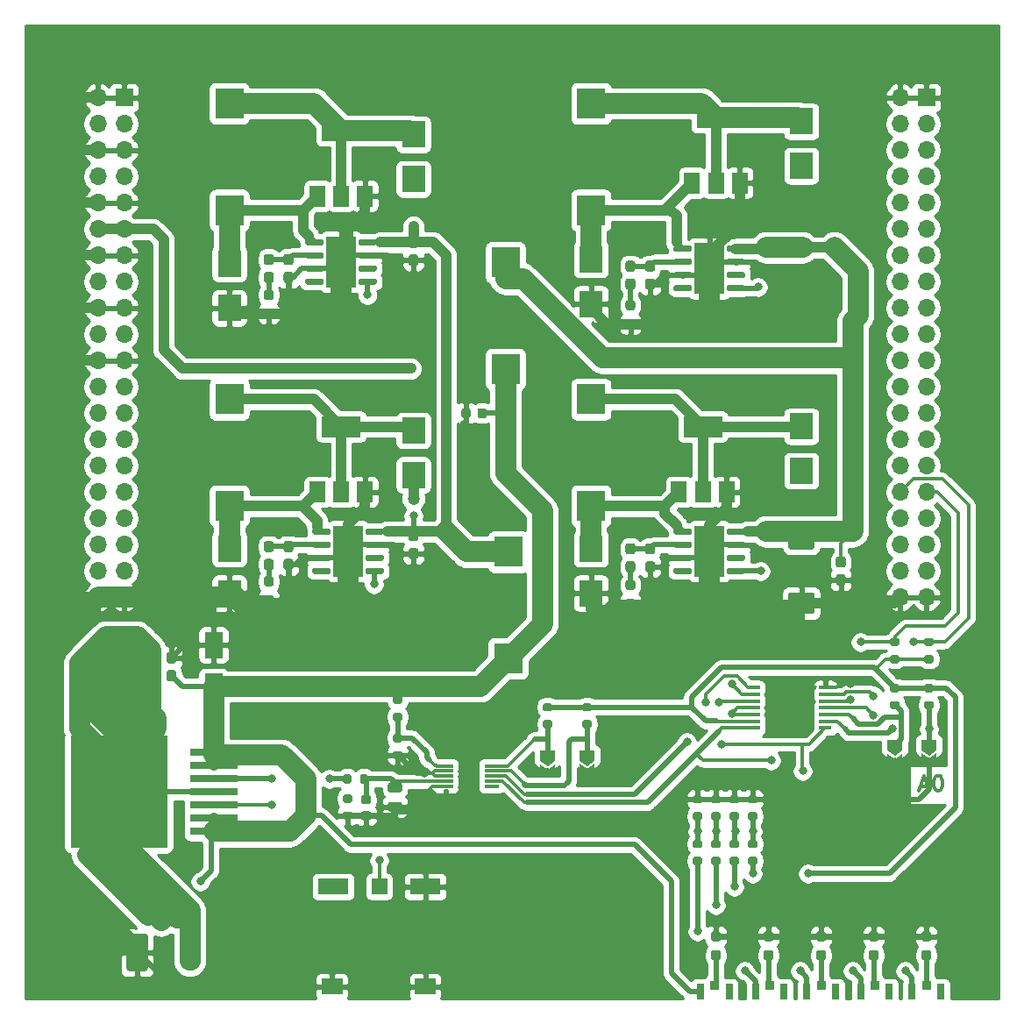
<source format=gtl>
%TF.GenerationSoftware,KiCad,Pcbnew,5.1.9+dfsg1-1*%
%TF.CreationDate,2021-04-28T20:37:39+02:00*%
%TF.ProjectId,Power_Board-2021,506f7765-725f-4426-9f61-72642d323032,rev?*%
%TF.SameCoordinates,Original*%
%TF.FileFunction,Copper,L1,Top*%
%TF.FilePolarity,Positive*%
%FSLAX46Y46*%
G04 Gerber Fmt 4.6, Leading zero omitted, Abs format (unit mm)*
G04 Created by KiCad (PCBNEW 5.1.9+dfsg1-1) date 2021-04-28 20:37:39*
%MOMM*%
%LPD*%
G01*
G04 APERTURE LIST*
%TA.AperFunction,NonConductor*%
%ADD10C,0.300000*%
%TD*%
%TA.AperFunction,SMDPad,CuDef*%
%ADD11R,4.600000X0.800000*%
%TD*%
%TA.AperFunction,SMDPad,CuDef*%
%ADD12R,9.400000X10.800000*%
%TD*%
%TA.AperFunction,SMDPad,CuDef*%
%ADD13C,0.100000*%
%TD*%
%TA.AperFunction,SMDPad,CuDef*%
%ADD14R,1.400000X0.300000*%
%TD*%
%TA.AperFunction,SMDPad,CuDef*%
%ADD15R,1.200000X0.400000*%
%TD*%
%TA.AperFunction,SMDPad,CuDef*%
%ADD16R,2.300000X2.500000*%
%TD*%
%TA.AperFunction,SMDPad,CuDef*%
%ADD17R,1.800000X2.500000*%
%TD*%
%TA.AperFunction,SMDPad,CuDef*%
%ADD18R,3.800000X2.000000*%
%TD*%
%TA.AperFunction,SMDPad,CuDef*%
%ADD19R,1.500000X2.000000*%
%TD*%
%TA.AperFunction,ComponentPad*%
%ADD20C,0.500000*%
%TD*%
%TA.AperFunction,SMDPad,CuDef*%
%ADD21R,2.950000X4.900000*%
%TD*%
%TA.AperFunction,SMDPad,CuDef*%
%ADD22R,2.800000X3.000000*%
%TD*%
%TA.AperFunction,ComponentPad*%
%ADD23O,2.080000X3.600000*%
%TD*%
%TA.AperFunction,SMDPad,CuDef*%
%ADD24R,0.750000X1.500000*%
%TD*%
%TA.AperFunction,SMDPad,CuDef*%
%ADD25R,0.900000X0.900000*%
%TD*%
%TA.AperFunction,ComponentPad*%
%ADD26R,1.700000X1.700000*%
%TD*%
%TA.AperFunction,ComponentPad*%
%ADD27O,1.700000X1.700000*%
%TD*%
%TA.AperFunction,SMDPad,CuDef*%
%ADD28R,3.000000X1.524000*%
%TD*%
%TA.AperFunction,SMDPad,CuDef*%
%ADD29R,1.524000X1.524000*%
%TD*%
%TA.AperFunction,SMDPad,CuDef*%
%ADD30R,2.000000X1.524000*%
%TD*%
%TA.AperFunction,ViaPad*%
%ADD31C,0.800000*%
%TD*%
%TA.AperFunction,ViaPad*%
%ADD32C,1.200000*%
%TD*%
%TA.AperFunction,Conductor*%
%ADD33C,2.000000*%
%TD*%
%TA.AperFunction,Conductor*%
%ADD34C,0.500000*%
%TD*%
%TA.AperFunction,Conductor*%
%ADD35C,1.000000*%
%TD*%
%TA.AperFunction,Conductor*%
%ADD36C,0.300000*%
%TD*%
%TA.AperFunction,Conductor*%
%ADD37C,0.254000*%
%TD*%
%TA.AperFunction,Conductor*%
%ADD38C,0.100000*%
%TD*%
G04 APERTURE END LIST*
D10*
X220416571Y-133854000D02*
X221130857Y-133854000D01*
X220273714Y-134282571D02*
X220773714Y-132782571D01*
X221273714Y-134282571D01*
X222059428Y-132782571D02*
X222202285Y-132782571D01*
X222345142Y-132854000D01*
X222416571Y-132925428D01*
X222488000Y-133068285D01*
X222559428Y-133354000D01*
X222559428Y-133711142D01*
X222488000Y-133996857D01*
X222416571Y-134139714D01*
X222345142Y-134211142D01*
X222202285Y-134282571D01*
X222059428Y-134282571D01*
X221916571Y-134211142D01*
X221845142Y-134139714D01*
X221773714Y-133996857D01*
X221702285Y-133711142D01*
X221702285Y-133354000D01*
X221773714Y-133068285D01*
X221845142Y-132925428D01*
X221916571Y-132854000D01*
X222059428Y-132782571D01*
%TO.P,R7,2*%
%TO.N,Net-(R7-Pad2)*%
%TA.AperFunction,SMDPad,CuDef*%
G36*
G01*
X200935000Y-139783000D02*
X200385000Y-139783000D01*
G75*
G02*
X200185000Y-139583000I0J200000D01*
G01*
X200185000Y-139183000D01*
G75*
G02*
X200385000Y-138983000I200000J0D01*
G01*
X200935000Y-138983000D01*
G75*
G02*
X201135000Y-139183000I0J-200000D01*
G01*
X201135000Y-139583000D01*
G75*
G02*
X200935000Y-139783000I-200000J0D01*
G01*
G37*
%TD.AperFunction*%
%TO.P,R7,1*%
%TO.N,+5VA*%
%TA.AperFunction,SMDPad,CuDef*%
G36*
G01*
X200935000Y-141433000D02*
X200385000Y-141433000D01*
G75*
G02*
X200185000Y-141233000I0J200000D01*
G01*
X200185000Y-140833000D01*
G75*
G02*
X200385000Y-140633000I200000J0D01*
G01*
X200935000Y-140633000D01*
G75*
G02*
X201135000Y-140833000I0J-200000D01*
G01*
X201135000Y-141233000D01*
G75*
G02*
X200935000Y-141433000I-200000J0D01*
G01*
G37*
%TD.AperFunction*%
%TD*%
%TO.P,R15,2*%
%TO.N,Net-(JP3-Pad1)*%
%TA.AperFunction,SMDPad,CuDef*%
G36*
G01*
X187939000Y-127425000D02*
X188489000Y-127425000D01*
G75*
G02*
X188689000Y-127625000I0J-200000D01*
G01*
X188689000Y-128025000D01*
G75*
G02*
X188489000Y-128225000I-200000J0D01*
G01*
X187939000Y-128225000D01*
G75*
G02*
X187739000Y-128025000I0J200000D01*
G01*
X187739000Y-127625000D01*
G75*
G02*
X187939000Y-127425000I200000J0D01*
G01*
G37*
%TD.AperFunction*%
%TO.P,R15,1*%
%TO.N,+3V3*%
%TA.AperFunction,SMDPad,CuDef*%
G36*
G01*
X187939000Y-125775000D02*
X188489000Y-125775000D01*
G75*
G02*
X188689000Y-125975000I0J-200000D01*
G01*
X188689000Y-126375000D01*
G75*
G02*
X188489000Y-126575000I-200000J0D01*
G01*
X187939000Y-126575000D01*
G75*
G02*
X187739000Y-126375000I0J200000D01*
G01*
X187739000Y-125975000D01*
G75*
G02*
X187939000Y-125775000I200000J0D01*
G01*
G37*
%TD.AperFunction*%
%TD*%
%TO.P,C2001,2*%
%TO.N,GND*%
%TA.AperFunction,SMDPad,CuDef*%
G36*
G01*
X176980000Y-97540000D02*
X176980000Y-98040000D01*
G75*
G02*
X176755000Y-98265000I-225000J0D01*
G01*
X176305000Y-98265000D01*
G75*
G02*
X176080000Y-98040000I0J225000D01*
G01*
X176080000Y-97540000D01*
G75*
G02*
X176305000Y-97315000I225000J0D01*
G01*
X176755000Y-97315000D01*
G75*
G02*
X176980000Y-97540000I0J-225000D01*
G01*
G37*
%TD.AperFunction*%
%TO.P,C2001,1*%
%TO.N,+BATT*%
%TA.AperFunction,SMDPad,CuDef*%
G36*
G01*
X178530000Y-97540000D02*
X178530000Y-98040000D01*
G75*
G02*
X178305000Y-98265000I-225000J0D01*
G01*
X177855000Y-98265000D01*
G75*
G02*
X177630000Y-98040000I0J225000D01*
G01*
X177630000Y-97540000D01*
G75*
G02*
X177855000Y-97315000I225000J0D01*
G01*
X178305000Y-97315000D01*
G75*
G02*
X178530000Y-97540000I0J-225000D01*
G01*
G37*
%TD.AperFunction*%
%TD*%
D11*
%TO.P,U1,1*%
%TO.N,+BATT*%
X152152000Y-138176000D03*
%TO.P,U1,2*%
X152152000Y-136906000D03*
%TO.P,U1,3*%
%TO.N,Net-(SW1-Pad2)*%
X152152000Y-135636000D03*
%TO.P,U1,4*%
%TO.N,+VSW*%
X152152000Y-134366000D03*
%TO.P,U1,5*%
%TO.N,Net-(R1-Pad1)*%
X152152000Y-133096000D03*
%TO.P,U1,6*%
%TO.N,+BATT*%
X152152000Y-131826000D03*
%TO.P,U1,7*%
X152152000Y-130556000D03*
D12*
%TO.P,U1,4*%
%TO.N,+VSW*%
X143002000Y-134366000D03*
%TD*%
%TO.P,R14,1*%
%TO.N,+3V3*%
%TA.AperFunction,SMDPad,CuDef*%
G36*
G01*
X217657000Y-123934000D02*
X218207000Y-123934000D01*
G75*
G02*
X218407000Y-124134000I0J-200000D01*
G01*
X218407000Y-124534000D01*
G75*
G02*
X218207000Y-124734000I-200000J0D01*
G01*
X217657000Y-124734000D01*
G75*
G02*
X217457000Y-124534000I0J200000D01*
G01*
X217457000Y-124134000D01*
G75*
G02*
X217657000Y-123934000I200000J0D01*
G01*
G37*
%TD.AperFunction*%
%TO.P,R14,2*%
%TO.N,Net-(JP2-Pad1)*%
%TA.AperFunction,SMDPad,CuDef*%
G36*
G01*
X217657000Y-125584000D02*
X218207000Y-125584000D01*
G75*
G02*
X218407000Y-125784000I0J-200000D01*
G01*
X218407000Y-126184000D01*
G75*
G02*
X218207000Y-126384000I-200000J0D01*
G01*
X217657000Y-126384000D01*
G75*
G02*
X217457000Y-126184000I0J200000D01*
G01*
X217457000Y-125784000D01*
G75*
G02*
X217657000Y-125584000I200000J0D01*
G01*
G37*
%TD.AperFunction*%
%TD*%
%TO.P,R12,1*%
%TO.N,Net-(R11-Pad1)*%
%TA.AperFunction,SMDPad,CuDef*%
G36*
G01*
X169651000Y-128760000D02*
X170201000Y-128760000D01*
G75*
G02*
X170401000Y-128960000I0J-200000D01*
G01*
X170401000Y-129360000D01*
G75*
G02*
X170201000Y-129560000I-200000J0D01*
G01*
X169651000Y-129560000D01*
G75*
G02*
X169451000Y-129360000I0J200000D01*
G01*
X169451000Y-128960000D01*
G75*
G02*
X169651000Y-128760000I200000J0D01*
G01*
G37*
%TD.AperFunction*%
%TO.P,R12,2*%
%TO.N,GND*%
%TA.AperFunction,SMDPad,CuDef*%
G36*
G01*
X169651000Y-130410000D02*
X170201000Y-130410000D01*
G75*
G02*
X170401000Y-130610000I0J-200000D01*
G01*
X170401000Y-131010000D01*
G75*
G02*
X170201000Y-131210000I-200000J0D01*
G01*
X169651000Y-131210000D01*
G75*
G02*
X169451000Y-131010000I0J200000D01*
G01*
X169451000Y-130610000D01*
G75*
G02*
X169651000Y-130410000I200000J0D01*
G01*
G37*
%TD.AperFunction*%
%TD*%
%TO.P,R3,2*%
%TO.N,Net-(R3-Pad2)*%
%TA.AperFunction,SMDPad,CuDef*%
G36*
G01*
X204491000Y-139783000D02*
X203941000Y-139783000D01*
G75*
G02*
X203741000Y-139583000I0J200000D01*
G01*
X203741000Y-139183000D01*
G75*
G02*
X203941000Y-138983000I200000J0D01*
G01*
X204491000Y-138983000D01*
G75*
G02*
X204691000Y-139183000I0J-200000D01*
G01*
X204691000Y-139583000D01*
G75*
G02*
X204491000Y-139783000I-200000J0D01*
G01*
G37*
%TD.AperFunction*%
%TO.P,R3,1*%
%TO.N,+3V3*%
%TA.AperFunction,SMDPad,CuDef*%
G36*
G01*
X204491000Y-141433000D02*
X203941000Y-141433000D01*
G75*
G02*
X203741000Y-141233000I0J200000D01*
G01*
X203741000Y-140833000D01*
G75*
G02*
X203941000Y-140633000I200000J0D01*
G01*
X204491000Y-140633000D01*
G75*
G02*
X204691000Y-140833000I0J-200000D01*
G01*
X204691000Y-141233000D01*
G75*
G02*
X204491000Y-141433000I-200000J0D01*
G01*
G37*
%TD.AperFunction*%
%TD*%
%TA.AperFunction,SMDPad,CuDef*%
D13*
%TO.P,JP3,1*%
%TO.N,Net-(JP3-Pad1)*%
G36*
X188214000Y-131847000D02*
G01*
X187464000Y-131347000D01*
X187464000Y-130347000D01*
X188964000Y-130347000D01*
X188964000Y-131347000D01*
X188214000Y-131847000D01*
G37*
%TD.AperFunction*%
%TA.AperFunction,SMDPad,CuDef*%
%TO.P,JP3,2*%
%TO.N,GND*%
G36*
X187464000Y-132797000D02*
G01*
X187464000Y-131647000D01*
X188214000Y-132147000D01*
X188964000Y-131647000D01*
X188964000Y-132797000D01*
X187464000Y-132797000D01*
G37*
%TD.AperFunction*%
%TD*%
%TA.AperFunction,SMDPad,CuDef*%
%TO.P,JP1,2*%
%TO.N,GND*%
G36*
X183654000Y-132834000D02*
G01*
X183654000Y-131684000D01*
X184404000Y-132184000D01*
X185154000Y-131684000D01*
X185154000Y-132834000D01*
X183654000Y-132834000D01*
G37*
%TD.AperFunction*%
%TA.AperFunction,SMDPad,CuDef*%
%TO.P,JP1,1*%
%TO.N,Net-(JP1-Pad1)*%
G36*
X184404000Y-131884000D02*
G01*
X183654000Y-131384000D01*
X183654000Y-130384000D01*
X185154000Y-130384000D01*
X185154000Y-131384000D01*
X184404000Y-131884000D01*
G37*
%TD.AperFunction*%
%TD*%
%TA.AperFunction,SMDPad,CuDef*%
%TO.P,JP2,1*%
%TO.N,Net-(JP2-Pad1)*%
G36*
X217932000Y-130868000D02*
G01*
X217182000Y-130368000D01*
X217182000Y-129368000D01*
X218682000Y-129368000D01*
X218682000Y-130368000D01*
X217932000Y-130868000D01*
G37*
%TD.AperFunction*%
%TA.AperFunction,SMDPad,CuDef*%
%TO.P,JP2,2*%
%TO.N,GND*%
G36*
X217182000Y-131818000D02*
G01*
X217182000Y-130668000D01*
X217932000Y-131168000D01*
X218682000Y-130668000D01*
X218682000Y-131818000D01*
X217182000Y-131818000D01*
G37*
%TD.AperFunction*%
%TD*%
%TO.P,R4,2*%
%TO.N,GND*%
%TA.AperFunction,SMDPad,CuDef*%
G36*
G01*
X204491000Y-135465000D02*
X203941000Y-135465000D01*
G75*
G02*
X203741000Y-135265000I0J200000D01*
G01*
X203741000Y-134865000D01*
G75*
G02*
X203941000Y-134665000I200000J0D01*
G01*
X204491000Y-134665000D01*
G75*
G02*
X204691000Y-134865000I0J-200000D01*
G01*
X204691000Y-135265000D01*
G75*
G02*
X204491000Y-135465000I-200000J0D01*
G01*
G37*
%TD.AperFunction*%
%TO.P,R4,1*%
%TO.N,Net-(R3-Pad2)*%
%TA.AperFunction,SMDPad,CuDef*%
G36*
G01*
X204491000Y-137115000D02*
X203941000Y-137115000D01*
G75*
G02*
X203741000Y-136915000I0J200000D01*
G01*
X203741000Y-136515000D01*
G75*
G02*
X203941000Y-136315000I200000J0D01*
G01*
X204491000Y-136315000D01*
G75*
G02*
X204691000Y-136515000I0J-200000D01*
G01*
X204691000Y-136915000D01*
G75*
G02*
X204491000Y-137115000I-200000J0D01*
G01*
G37*
%TD.AperFunction*%
%TD*%
%TO.P,R2,2*%
%TO.N,Net-(R1-Pad1)*%
%TA.AperFunction,SMDPad,CuDef*%
G36*
G01*
X165437000Y-132821000D02*
X165437000Y-133371000D01*
G75*
G02*
X165237000Y-133571000I-200000J0D01*
G01*
X164837000Y-133571000D01*
G75*
G02*
X164637000Y-133371000I0J200000D01*
G01*
X164637000Y-132821000D01*
G75*
G02*
X164837000Y-132621000I200000J0D01*
G01*
X165237000Y-132621000D01*
G75*
G02*
X165437000Y-132821000I0J-200000D01*
G01*
G37*
%TD.AperFunction*%
%TO.P,R2,1*%
%TO.N,Net-(C1-Pad2)*%
%TA.AperFunction,SMDPad,CuDef*%
G36*
G01*
X167087000Y-132821000D02*
X167087000Y-133371000D01*
G75*
G02*
X166887000Y-133571000I-200000J0D01*
G01*
X166487000Y-133571000D01*
G75*
G02*
X166287000Y-133371000I0J200000D01*
G01*
X166287000Y-132821000D01*
G75*
G02*
X166487000Y-132621000I200000J0D01*
G01*
X166887000Y-132621000D01*
G75*
G02*
X167087000Y-132821000I0J-200000D01*
G01*
G37*
%TD.AperFunction*%
%TD*%
%TO.P,R5,2*%
%TO.N,Net-(R5-Pad2)*%
%TA.AperFunction,SMDPad,CuDef*%
G36*
G01*
X202713000Y-139783000D02*
X202163000Y-139783000D01*
G75*
G02*
X201963000Y-139583000I0J200000D01*
G01*
X201963000Y-139183000D01*
G75*
G02*
X202163000Y-138983000I200000J0D01*
G01*
X202713000Y-138983000D01*
G75*
G02*
X202913000Y-139183000I0J-200000D01*
G01*
X202913000Y-139583000D01*
G75*
G02*
X202713000Y-139783000I-200000J0D01*
G01*
G37*
%TD.AperFunction*%
%TO.P,R5,1*%
%TO.N,+5VD*%
%TA.AperFunction,SMDPad,CuDef*%
G36*
G01*
X202713000Y-141433000D02*
X202163000Y-141433000D01*
G75*
G02*
X201963000Y-141233000I0J200000D01*
G01*
X201963000Y-140833000D01*
G75*
G02*
X202163000Y-140633000I200000J0D01*
G01*
X202713000Y-140633000D01*
G75*
G02*
X202913000Y-140833000I0J-200000D01*
G01*
X202913000Y-141233000D01*
G75*
G02*
X202713000Y-141433000I-200000J0D01*
G01*
G37*
%TD.AperFunction*%
%TD*%
%TO.P,R1,1*%
%TO.N,Net-(R1-Pad1)*%
%TA.AperFunction,SMDPad,CuDef*%
G36*
G01*
X164825000Y-134602000D02*
X165375000Y-134602000D01*
G75*
G02*
X165575000Y-134802000I0J-200000D01*
G01*
X165575000Y-135202000D01*
G75*
G02*
X165375000Y-135402000I-200000J0D01*
G01*
X164825000Y-135402000D01*
G75*
G02*
X164625000Y-135202000I0J200000D01*
G01*
X164625000Y-134802000D01*
G75*
G02*
X164825000Y-134602000I200000J0D01*
G01*
G37*
%TD.AperFunction*%
%TO.P,R1,2*%
%TO.N,GND*%
%TA.AperFunction,SMDPad,CuDef*%
G36*
G01*
X164825000Y-136252000D02*
X165375000Y-136252000D01*
G75*
G02*
X165575000Y-136452000I0J-200000D01*
G01*
X165575000Y-136852000D01*
G75*
G02*
X165375000Y-137052000I-200000J0D01*
G01*
X164825000Y-137052000D01*
G75*
G02*
X164625000Y-136852000I0J200000D01*
G01*
X164625000Y-136452000D01*
G75*
G02*
X164825000Y-136252000I200000J0D01*
G01*
G37*
%TD.AperFunction*%
%TD*%
D14*
%TO.P,U2,1*%
%TO.N,Net-(R11-Pad1)*%
X174584000Y-131842000D03*
%TO.P,U2,2*%
%TO.N,GND*%
X174584000Y-132342000D03*
%TO.P,U2,3*%
X174584000Y-132842000D03*
%TO.P,U2,4*%
%TO.N,Net-(C1-Pad2)*%
X174584000Y-133342000D03*
%TO.P,U2,5*%
%TO.N,GND*%
X174584000Y-133842000D03*
%TO.P,U2,6*%
%TO.N,N/C*%
X178984000Y-133842000D03*
%TO.P,U2,7*%
%TO.N,/SDA0*%
X178984000Y-133342000D03*
%TO.P,U2,8*%
%TO.N,/SCL0*%
X178984000Y-132842000D03*
%TO.P,U2,9*%
%TO.N,Net-(JP3-Pad1)*%
X178984000Y-132342000D03*
%TO.P,U2,10*%
%TO.N,Net-(JP1-Pad1)*%
X178984000Y-131842000D03*
%TD*%
%TO.P,R13,1*%
%TO.N,+3V3*%
%TA.AperFunction,SMDPad,CuDef*%
G36*
G01*
X184129000Y-125775000D02*
X184679000Y-125775000D01*
G75*
G02*
X184879000Y-125975000I0J-200000D01*
G01*
X184879000Y-126375000D01*
G75*
G02*
X184679000Y-126575000I-200000J0D01*
G01*
X184129000Y-126575000D01*
G75*
G02*
X183929000Y-126375000I0J200000D01*
G01*
X183929000Y-125975000D01*
G75*
G02*
X184129000Y-125775000I200000J0D01*
G01*
G37*
%TD.AperFunction*%
%TO.P,R13,2*%
%TO.N,Net-(JP1-Pad1)*%
%TA.AperFunction,SMDPad,CuDef*%
G36*
G01*
X184129000Y-127425000D02*
X184679000Y-127425000D01*
G75*
G02*
X184879000Y-127625000I0J-200000D01*
G01*
X184879000Y-128025000D01*
G75*
G02*
X184679000Y-128225000I-200000J0D01*
G01*
X184129000Y-128225000D01*
G75*
G02*
X183929000Y-128025000I0J200000D01*
G01*
X183929000Y-127625000D01*
G75*
G02*
X184129000Y-127425000I200000J0D01*
G01*
G37*
%TD.AperFunction*%
%TD*%
%TO.P,R10,1*%
%TO.N,Net-(R10-Pad1)*%
%TA.AperFunction,SMDPad,CuDef*%
G36*
G01*
X199157000Y-137115000D02*
X198607000Y-137115000D01*
G75*
G02*
X198407000Y-136915000I0J200000D01*
G01*
X198407000Y-136515000D01*
G75*
G02*
X198607000Y-136315000I200000J0D01*
G01*
X199157000Y-136315000D01*
G75*
G02*
X199357000Y-136515000I0J-200000D01*
G01*
X199357000Y-136915000D01*
G75*
G02*
X199157000Y-137115000I-200000J0D01*
G01*
G37*
%TD.AperFunction*%
%TO.P,R10,2*%
%TO.N,GND*%
%TA.AperFunction,SMDPad,CuDef*%
G36*
G01*
X199157000Y-135465000D02*
X198607000Y-135465000D01*
G75*
G02*
X198407000Y-135265000I0J200000D01*
G01*
X198407000Y-134865000D01*
G75*
G02*
X198607000Y-134665000I200000J0D01*
G01*
X199157000Y-134665000D01*
G75*
G02*
X199357000Y-134865000I0J-200000D01*
G01*
X199357000Y-135265000D01*
G75*
G02*
X199157000Y-135465000I-200000J0D01*
G01*
G37*
%TD.AperFunction*%
%TD*%
%TO.P,R8,1*%
%TO.N,Net-(R7-Pad2)*%
%TA.AperFunction,SMDPad,CuDef*%
G36*
G01*
X200935000Y-137115000D02*
X200385000Y-137115000D01*
G75*
G02*
X200185000Y-136915000I0J200000D01*
G01*
X200185000Y-136515000D01*
G75*
G02*
X200385000Y-136315000I200000J0D01*
G01*
X200935000Y-136315000D01*
G75*
G02*
X201135000Y-136515000I0J-200000D01*
G01*
X201135000Y-136915000D01*
G75*
G02*
X200935000Y-137115000I-200000J0D01*
G01*
G37*
%TD.AperFunction*%
%TO.P,R8,2*%
%TO.N,GND*%
%TA.AperFunction,SMDPad,CuDef*%
G36*
G01*
X200935000Y-135465000D02*
X200385000Y-135465000D01*
G75*
G02*
X200185000Y-135265000I0J200000D01*
G01*
X200185000Y-134865000D01*
G75*
G02*
X200385000Y-134665000I200000J0D01*
G01*
X200935000Y-134665000D01*
G75*
G02*
X201135000Y-134865000I0J-200000D01*
G01*
X201135000Y-135265000D01*
G75*
G02*
X200935000Y-135465000I-200000J0D01*
G01*
G37*
%TD.AperFunction*%
%TD*%
%TA.AperFunction,SMDPad,CuDef*%
D13*
%TO.P,e1,2*%
%TO.N,GND*%
G36*
X220484000Y-131781000D02*
G01*
X220484000Y-130631000D01*
X221234000Y-131131000D01*
X221984000Y-130631000D01*
X221984000Y-131781000D01*
X220484000Y-131781000D01*
G37*
%TD.AperFunction*%
%TA.AperFunction,SMDPad,CuDef*%
%TO.P,e1,1*%
%TO.N,Net-(R16-Pad2)*%
G36*
X221234000Y-130831000D02*
G01*
X220484000Y-130331000D01*
X220484000Y-129331000D01*
X221984000Y-129331000D01*
X221984000Y-130331000D01*
X221234000Y-130831000D01*
G37*
%TD.AperFunction*%
%TD*%
%TO.P,R6,1*%
%TO.N,Net-(R5-Pad2)*%
%TA.AperFunction,SMDPad,CuDef*%
G36*
G01*
X202713000Y-137115000D02*
X202163000Y-137115000D01*
G75*
G02*
X201963000Y-136915000I0J200000D01*
G01*
X201963000Y-136515000D01*
G75*
G02*
X202163000Y-136315000I200000J0D01*
G01*
X202713000Y-136315000D01*
G75*
G02*
X202913000Y-136515000I0J-200000D01*
G01*
X202913000Y-136915000D01*
G75*
G02*
X202713000Y-137115000I-200000J0D01*
G01*
G37*
%TD.AperFunction*%
%TO.P,R6,2*%
%TO.N,GND*%
%TA.AperFunction,SMDPad,CuDef*%
G36*
G01*
X202713000Y-135465000D02*
X202163000Y-135465000D01*
G75*
G02*
X201963000Y-135265000I0J200000D01*
G01*
X201963000Y-134865000D01*
G75*
G02*
X202163000Y-134665000I200000J0D01*
G01*
X202713000Y-134665000D01*
G75*
G02*
X202913000Y-134865000I0J-200000D01*
G01*
X202913000Y-135265000D01*
G75*
G02*
X202713000Y-135465000I-200000J0D01*
G01*
G37*
%TD.AperFunction*%
%TD*%
D15*
%TO.P,U3,1*%
%TO.N,Net-(R3-Pad2)*%
X204322000Y-124288000D03*
%TO.P,U3,2*%
%TO.N,GND*%
X204322000Y-124938000D03*
%TO.P,U3,3*%
%TO.N,Net-(R5-Pad2)*%
X204322000Y-125588000D03*
%TO.P,U3,4*%
%TO.N,GND*%
X204322000Y-126238000D03*
%TO.P,U3,5*%
X204322000Y-126888000D03*
%TO.P,U3,6*%
%TO.N,+3V3*%
X204322000Y-127538000D03*
%TO.P,U3,7*%
%TO.N,/SDA0*%
X204322000Y-128188000D03*
%TO.P,U3,8*%
%TO.N,/SCL0*%
X211222000Y-128188000D03*
%TO.P,U3,9*%
%TO.N,Net-(R16-Pad2)*%
X211222000Y-127538000D03*
%TO.P,U3,10*%
%TO.N,Net-(JP2-Pad1)*%
X211222000Y-126888000D03*
%TO.P,U3,11*%
%TO.N,Net-(R7-Pad2)*%
X211222000Y-126238000D03*
%TO.P,U3,12*%
%TO.N,GND*%
X211222000Y-125588000D03*
%TO.P,U3,13*%
%TO.N,Net-(R10-Pad1)*%
X211222000Y-124938000D03*
%TO.P,U3,14*%
%TO.N,GND*%
X211222000Y-124288000D03*
%TD*%
%TO.P,R16,1*%
%TO.N,+3V3*%
%TA.AperFunction,SMDPad,CuDef*%
G36*
G01*
X220959000Y-123934000D02*
X221509000Y-123934000D01*
G75*
G02*
X221709000Y-124134000I0J-200000D01*
G01*
X221709000Y-124534000D01*
G75*
G02*
X221509000Y-124734000I-200000J0D01*
G01*
X220959000Y-124734000D01*
G75*
G02*
X220759000Y-124534000I0J200000D01*
G01*
X220759000Y-124134000D01*
G75*
G02*
X220959000Y-123934000I200000J0D01*
G01*
G37*
%TD.AperFunction*%
%TO.P,R16,2*%
%TO.N,Net-(R16-Pad2)*%
%TA.AperFunction,SMDPad,CuDef*%
G36*
G01*
X220959000Y-125584000D02*
X221509000Y-125584000D01*
G75*
G02*
X221709000Y-125784000I0J-200000D01*
G01*
X221709000Y-126184000D01*
G75*
G02*
X221509000Y-126384000I-200000J0D01*
G01*
X220959000Y-126384000D01*
G75*
G02*
X220759000Y-126184000I0J200000D01*
G01*
X220759000Y-125784000D01*
G75*
G02*
X220959000Y-125584000I200000J0D01*
G01*
G37*
%TD.AperFunction*%
%TD*%
%TO.P,C1,1*%
%TO.N,GND*%
%TA.AperFunction,SMDPad,CuDef*%
G36*
G01*
X167128000Y-137115000D02*
X166628000Y-137115000D01*
G75*
G02*
X166403000Y-136890000I0J225000D01*
G01*
X166403000Y-136440000D01*
G75*
G02*
X166628000Y-136215000I225000J0D01*
G01*
X167128000Y-136215000D01*
G75*
G02*
X167353000Y-136440000I0J-225000D01*
G01*
X167353000Y-136890000D01*
G75*
G02*
X167128000Y-137115000I-225000J0D01*
G01*
G37*
%TD.AperFunction*%
%TO.P,C1,2*%
%TO.N,Net-(C1-Pad2)*%
%TA.AperFunction,SMDPad,CuDef*%
G36*
G01*
X167128000Y-135565000D02*
X166628000Y-135565000D01*
G75*
G02*
X166403000Y-135340000I0J225000D01*
G01*
X166403000Y-134890000D01*
G75*
G02*
X166628000Y-134665000I225000J0D01*
G01*
X167128000Y-134665000D01*
G75*
G02*
X167353000Y-134890000I0J-225000D01*
G01*
X167353000Y-135340000D01*
G75*
G02*
X167128000Y-135565000I-225000J0D01*
G01*
G37*
%TD.AperFunction*%
%TD*%
%TO.P,R11,2*%
%TO.N,+BATT*%
%TA.AperFunction,SMDPad,CuDef*%
G36*
G01*
X170201000Y-125876000D02*
X169651000Y-125876000D01*
G75*
G02*
X169451000Y-125676000I0J200000D01*
G01*
X169451000Y-125276000D01*
G75*
G02*
X169651000Y-125076000I200000J0D01*
G01*
X170201000Y-125076000D01*
G75*
G02*
X170401000Y-125276000I0J-200000D01*
G01*
X170401000Y-125676000D01*
G75*
G02*
X170201000Y-125876000I-200000J0D01*
G01*
G37*
%TD.AperFunction*%
%TO.P,R11,1*%
%TO.N,Net-(R11-Pad1)*%
%TA.AperFunction,SMDPad,CuDef*%
G36*
G01*
X170201000Y-127526000D02*
X169651000Y-127526000D01*
G75*
G02*
X169451000Y-127326000I0J200000D01*
G01*
X169451000Y-126926000D01*
G75*
G02*
X169651000Y-126726000I200000J0D01*
G01*
X170201000Y-126726000D01*
G75*
G02*
X170401000Y-126926000I0J-200000D01*
G01*
X170401000Y-127326000D01*
G75*
G02*
X170201000Y-127526000I-200000J0D01*
G01*
G37*
%TD.AperFunction*%
%TD*%
%TO.P,R9,2*%
%TO.N,Net-(R10-Pad1)*%
%TA.AperFunction,SMDPad,CuDef*%
G36*
G01*
X199157000Y-139783000D02*
X198607000Y-139783000D01*
G75*
G02*
X198407000Y-139583000I0J200000D01*
G01*
X198407000Y-139183000D01*
G75*
G02*
X198607000Y-138983000I200000J0D01*
G01*
X199157000Y-138983000D01*
G75*
G02*
X199357000Y-139183000I0J-200000D01*
G01*
X199357000Y-139583000D01*
G75*
G02*
X199157000Y-139783000I-200000J0D01*
G01*
G37*
%TD.AperFunction*%
%TO.P,R9,1*%
%TO.N,+12V*%
%TA.AperFunction,SMDPad,CuDef*%
G36*
G01*
X199157000Y-141433000D02*
X198607000Y-141433000D01*
G75*
G02*
X198407000Y-141233000I0J200000D01*
G01*
X198407000Y-140833000D01*
G75*
G02*
X198607000Y-140633000I200000J0D01*
G01*
X199157000Y-140633000D01*
G75*
G02*
X199357000Y-140833000I0J-200000D01*
G01*
X199357000Y-141233000D01*
G75*
G02*
X199157000Y-141433000I-200000J0D01*
G01*
G37*
%TD.AperFunction*%
%TD*%
%TO.P,C2004,2*%
%TO.N,GND*%
%TA.AperFunction,SMDPad,CuDef*%
G36*
G01*
X159147500Y-111857500D02*
X159622500Y-111857500D01*
G75*
G02*
X159860000Y-112095000I0J-237500D01*
G01*
X159860000Y-112695000D01*
G75*
G02*
X159622500Y-112932500I-237500J0D01*
G01*
X159147500Y-112932500D01*
G75*
G02*
X158910000Y-112695000I0J237500D01*
G01*
X158910000Y-112095000D01*
G75*
G02*
X159147500Y-111857500I237500J0D01*
G01*
G37*
%TD.AperFunction*%
%TO.P,C2004,1*%
%TO.N,Net-(C2004-Pad1)*%
%TA.AperFunction,SMDPad,CuDef*%
G36*
G01*
X159147500Y-110132500D02*
X159622500Y-110132500D01*
G75*
G02*
X159860000Y-110370000I0J-237500D01*
G01*
X159860000Y-110970000D01*
G75*
G02*
X159622500Y-111207500I-237500J0D01*
G01*
X159147500Y-111207500D01*
G75*
G02*
X158910000Y-110970000I0J237500D01*
G01*
X158910000Y-110370000D01*
G75*
G02*
X159147500Y-110132500I237500J0D01*
G01*
G37*
%TD.AperFunction*%
%TD*%
%TO.P,C2005,2*%
%TO.N,Net-(C2005-Pad2)*%
%TA.AperFunction,SMDPad,CuDef*%
G36*
G01*
X157242500Y-111857500D02*
X157717500Y-111857500D01*
G75*
G02*
X157955000Y-112095000I0J-237500D01*
G01*
X157955000Y-112695000D01*
G75*
G02*
X157717500Y-112932500I-237500J0D01*
G01*
X157242500Y-112932500D01*
G75*
G02*
X157005000Y-112695000I0J237500D01*
G01*
X157005000Y-112095000D01*
G75*
G02*
X157242500Y-111857500I237500J0D01*
G01*
G37*
%TD.AperFunction*%
%TO.P,C2005,1*%
%TO.N,Net-(C2004-Pad1)*%
%TA.AperFunction,SMDPad,CuDef*%
G36*
G01*
X157242500Y-110132500D02*
X157717500Y-110132500D01*
G75*
G02*
X157955000Y-110370000I0J-237500D01*
G01*
X157955000Y-110970000D01*
G75*
G02*
X157717500Y-111207500I-237500J0D01*
G01*
X157242500Y-111207500D01*
G75*
G02*
X157005000Y-110970000I0J237500D01*
G01*
X157005000Y-110370000D01*
G75*
G02*
X157242500Y-110132500I237500J0D01*
G01*
G37*
%TD.AperFunction*%
%TD*%
%TO.P,C2014,2*%
%TO.N,GND*%
%TA.AperFunction,SMDPad,CuDef*%
G36*
G01*
X159147500Y-84145000D02*
X159622500Y-84145000D01*
G75*
G02*
X159860000Y-84382500I0J-237500D01*
G01*
X159860000Y-84982500D01*
G75*
G02*
X159622500Y-85220000I-237500J0D01*
G01*
X159147500Y-85220000D01*
G75*
G02*
X158910000Y-84982500I0J237500D01*
G01*
X158910000Y-84382500D01*
G75*
G02*
X159147500Y-84145000I237500J0D01*
G01*
G37*
%TD.AperFunction*%
%TO.P,C2014,1*%
%TO.N,Net-(C2014-Pad1)*%
%TA.AperFunction,SMDPad,CuDef*%
G36*
G01*
X159147500Y-82420000D02*
X159622500Y-82420000D01*
G75*
G02*
X159860000Y-82657500I0J-237500D01*
G01*
X159860000Y-83257500D01*
G75*
G02*
X159622500Y-83495000I-237500J0D01*
G01*
X159147500Y-83495000D01*
G75*
G02*
X158910000Y-83257500I0J237500D01*
G01*
X158910000Y-82657500D01*
G75*
G02*
X159147500Y-82420000I237500J0D01*
G01*
G37*
%TD.AperFunction*%
%TD*%
%TO.P,C2015,1*%
%TO.N,Net-(C2014-Pad1)*%
%TA.AperFunction,SMDPad,CuDef*%
G36*
G01*
X157242500Y-82420000D02*
X157717500Y-82420000D01*
G75*
G02*
X157955000Y-82657500I0J-237500D01*
G01*
X157955000Y-83257500D01*
G75*
G02*
X157717500Y-83495000I-237500J0D01*
G01*
X157242500Y-83495000D01*
G75*
G02*
X157005000Y-83257500I0J237500D01*
G01*
X157005000Y-82657500D01*
G75*
G02*
X157242500Y-82420000I237500J0D01*
G01*
G37*
%TD.AperFunction*%
%TO.P,C2015,2*%
%TO.N,Net-(C2015-Pad2)*%
%TA.AperFunction,SMDPad,CuDef*%
G36*
G01*
X157242500Y-84145000D02*
X157717500Y-84145000D01*
G75*
G02*
X157955000Y-84382500I0J-237500D01*
G01*
X157955000Y-84982500D01*
G75*
G02*
X157717500Y-85220000I-237500J0D01*
G01*
X157242500Y-85220000D01*
G75*
G02*
X157005000Y-84982500I0J237500D01*
G01*
X157005000Y-84382500D01*
G75*
G02*
X157242500Y-84145000I237500J0D01*
G01*
G37*
%TD.AperFunction*%
%TD*%
%TO.P,C2023,1*%
%TO.N,Net-(C2023-Pad1)*%
%TA.AperFunction,SMDPad,CuDef*%
G36*
G01*
X207890000Y-108880000D02*
X209940000Y-108880000D01*
G75*
G02*
X210190000Y-109130000I0J-250000D01*
G01*
X210190000Y-110705000D01*
G75*
G02*
X209940000Y-110955000I-250000J0D01*
G01*
X207890000Y-110955000D01*
G75*
G02*
X207640000Y-110705000I0J250000D01*
G01*
X207640000Y-109130000D01*
G75*
G02*
X207890000Y-108880000I250000J0D01*
G01*
G37*
%TD.AperFunction*%
%TO.P,C2023,2*%
%TO.N,GND*%
%TA.AperFunction,SMDPad,CuDef*%
G36*
G01*
X207890000Y-115105000D02*
X209940000Y-115105000D01*
G75*
G02*
X210190000Y-115355000I0J-250000D01*
G01*
X210190000Y-116930000D01*
G75*
G02*
X209940000Y-117180000I-250000J0D01*
G01*
X207890000Y-117180000D01*
G75*
G02*
X207640000Y-116930000I0J250000D01*
G01*
X207640000Y-115355000D01*
G75*
G02*
X207890000Y-115105000I250000J0D01*
G01*
G37*
%TD.AperFunction*%
%TD*%
%TO.P,C2025,2*%
%TO.N,GND*%
%TA.AperFunction,SMDPad,CuDef*%
G36*
G01*
X194072500Y-112085000D02*
X194547500Y-112085000D01*
G75*
G02*
X194785000Y-112322500I0J-237500D01*
G01*
X194785000Y-112922500D01*
G75*
G02*
X194547500Y-113160000I-237500J0D01*
G01*
X194072500Y-113160000D01*
G75*
G02*
X193835000Y-112922500I0J237500D01*
G01*
X193835000Y-112322500D01*
G75*
G02*
X194072500Y-112085000I237500J0D01*
G01*
G37*
%TD.AperFunction*%
%TO.P,C2025,1*%
%TO.N,Net-(C2025-Pad1)*%
%TA.AperFunction,SMDPad,CuDef*%
G36*
G01*
X194072500Y-110360000D02*
X194547500Y-110360000D01*
G75*
G02*
X194785000Y-110597500I0J-237500D01*
G01*
X194785000Y-111197500D01*
G75*
G02*
X194547500Y-111435000I-237500J0D01*
G01*
X194072500Y-111435000D01*
G75*
G02*
X193835000Y-111197500I0J237500D01*
G01*
X193835000Y-110597500D01*
G75*
G02*
X194072500Y-110360000I237500J0D01*
G01*
G37*
%TD.AperFunction*%
%TD*%
%TO.P,C2026,1*%
%TO.N,Net-(C2025-Pad1)*%
%TA.AperFunction,SMDPad,CuDef*%
G36*
G01*
X192167500Y-110360000D02*
X192642500Y-110360000D01*
G75*
G02*
X192880000Y-110597500I0J-237500D01*
G01*
X192880000Y-111197500D01*
G75*
G02*
X192642500Y-111435000I-237500J0D01*
G01*
X192167500Y-111435000D01*
G75*
G02*
X191930000Y-111197500I0J237500D01*
G01*
X191930000Y-110597500D01*
G75*
G02*
X192167500Y-110360000I237500J0D01*
G01*
G37*
%TD.AperFunction*%
%TO.P,C2026,2*%
%TO.N,Net-(C2026-Pad2)*%
%TA.AperFunction,SMDPad,CuDef*%
G36*
G01*
X192167500Y-112085000D02*
X192642500Y-112085000D01*
G75*
G02*
X192880000Y-112322500I0J-237500D01*
G01*
X192880000Y-112922500D01*
G75*
G02*
X192642500Y-113160000I-237500J0D01*
G01*
X192167500Y-113160000D01*
G75*
G02*
X191930000Y-112922500I0J237500D01*
G01*
X191930000Y-112322500D01*
G75*
G02*
X192167500Y-112085000I237500J0D01*
G01*
G37*
%TD.AperFunction*%
%TD*%
%TO.P,C2035,2*%
%TO.N,GND*%
%TA.AperFunction,SMDPad,CuDef*%
G36*
G01*
X194072500Y-84780000D02*
X194547500Y-84780000D01*
G75*
G02*
X194785000Y-85017500I0J-237500D01*
G01*
X194785000Y-85617500D01*
G75*
G02*
X194547500Y-85855000I-237500J0D01*
G01*
X194072500Y-85855000D01*
G75*
G02*
X193835000Y-85617500I0J237500D01*
G01*
X193835000Y-85017500D01*
G75*
G02*
X194072500Y-84780000I237500J0D01*
G01*
G37*
%TD.AperFunction*%
%TO.P,C2035,1*%
%TO.N,Net-(C2035-Pad1)*%
%TA.AperFunction,SMDPad,CuDef*%
G36*
G01*
X194072500Y-83055000D02*
X194547500Y-83055000D01*
G75*
G02*
X194785000Y-83292500I0J-237500D01*
G01*
X194785000Y-83892500D01*
G75*
G02*
X194547500Y-84130000I-237500J0D01*
G01*
X194072500Y-84130000D01*
G75*
G02*
X193835000Y-83892500I0J237500D01*
G01*
X193835000Y-83292500D01*
G75*
G02*
X194072500Y-83055000I237500J0D01*
G01*
G37*
%TD.AperFunction*%
%TD*%
%TO.P,C2036,2*%
%TO.N,Net-(C2036-Pad2)*%
%TA.AperFunction,SMDPad,CuDef*%
G36*
G01*
X192167500Y-84780000D02*
X192642500Y-84780000D01*
G75*
G02*
X192880000Y-85017500I0J-237500D01*
G01*
X192880000Y-85617500D01*
G75*
G02*
X192642500Y-85855000I-237500J0D01*
G01*
X192167500Y-85855000D01*
G75*
G02*
X191930000Y-85617500I0J237500D01*
G01*
X191930000Y-85017500D01*
G75*
G02*
X192167500Y-84780000I237500J0D01*
G01*
G37*
%TD.AperFunction*%
%TO.P,C2036,1*%
%TO.N,Net-(C2035-Pad1)*%
%TA.AperFunction,SMDPad,CuDef*%
G36*
G01*
X192167500Y-83055000D02*
X192642500Y-83055000D01*
G75*
G02*
X192880000Y-83292500I0J-237500D01*
G01*
X192880000Y-83892500D01*
G75*
G02*
X192642500Y-84130000I-237500J0D01*
G01*
X192167500Y-84130000D01*
G75*
G02*
X191930000Y-83892500I0J237500D01*
G01*
X191930000Y-83292500D01*
G75*
G02*
X192167500Y-83055000I237500J0D01*
G01*
G37*
%TD.AperFunction*%
%TD*%
D16*
%TO.P,D2001,2*%
%TO.N,Net-(D2001-Pad2)*%
X171450000Y-99450000D03*
%TO.P,D2001,1*%
%TO.N,+3V3*%
X171450000Y-103750000D03*
%TD*%
D17*
%TO.P,D2002,1*%
%TO.N,+BATT*%
X152146000Y-124174000D03*
%TO.P,D2002,2*%
%TO.N,GND*%
X152146000Y-120174000D03*
%TD*%
D16*
%TO.P,D2003,1*%
%TO.N,Net-(D2003-Pad1)*%
X153670000Y-110880000D03*
%TO.P,D2003,2*%
%TO.N,GND*%
X153670000Y-115180000D03*
%TD*%
%TO.P,D2004,1*%
%TO.N,+5VD*%
X171450000Y-75175000D03*
%TO.P,D2004,2*%
%TO.N,Net-(D2004-Pad2)*%
X171450000Y-70875000D03*
%TD*%
%TO.P,D2005,1*%
%TO.N,Net-(D2005-Pad1)*%
X153670000Y-83330000D03*
%TO.P,D2005,2*%
%TO.N,GND*%
X153670000Y-87630000D03*
%TD*%
%TO.P,D2006,2*%
%TO.N,Net-(D2006-Pad2)*%
X208915000Y-99060000D03*
%TO.P,D2006,1*%
%TO.N,+5VA*%
X208915000Y-103360000D03*
%TD*%
%TO.P,D2008,2*%
%TO.N,GND*%
X188595000Y-115180000D03*
%TO.P,D2008,1*%
%TO.N,Net-(D2008-Pad1)*%
X188595000Y-110880000D03*
%TD*%
%TO.P,D2009,2*%
%TO.N,Net-(D2009-Pad2)*%
X208915000Y-69605000D03*
%TO.P,D2009,1*%
%TO.N,+12V*%
X208915000Y-73905000D03*
%TD*%
%TO.P,D2010,1*%
%TO.N,Net-(D2010-Pad1)*%
X188595000Y-82940000D03*
%TO.P,D2010,2*%
%TO.N,GND*%
X188595000Y-87240000D03*
%TD*%
D18*
%TO.P,Q2001,2*%
%TO.N,Net-(D2001-Pad2)*%
X164465000Y-99085000D03*
D19*
X164465000Y-105385000D03*
%TO.P,Q2001,3*%
%TO.N,GND*%
X166765000Y-105385000D03*
%TO.P,Q2001,1*%
%TO.N,Net-(D2003-Pad1)*%
X162165000Y-105385000D03*
%TD*%
D18*
%TO.P,Q2002,2*%
%TO.N,Net-(D2004-Pad2)*%
X164465000Y-70510000D03*
D19*
X164465000Y-76810000D03*
%TO.P,Q2002,3*%
%TO.N,GND*%
X166765000Y-76810000D03*
%TO.P,Q2002,1*%
%TO.N,Net-(D2005-Pad1)*%
X162165000Y-76810000D03*
%TD*%
%TO.P,Q2003,1*%
%TO.N,Net-(D2008-Pad1)*%
X197090000Y-105385000D03*
%TO.P,Q2003,3*%
%TO.N,GND*%
X201690000Y-105385000D03*
%TO.P,Q2003,2*%
%TO.N,Net-(D2006-Pad2)*%
X199390000Y-105385000D03*
D18*
X199390000Y-99085000D03*
%TD*%
D19*
%TO.P,Q2004,1*%
%TO.N,Net-(D2010-Pad1)*%
X198360000Y-75540000D03*
%TO.P,Q2004,3*%
%TO.N,GND*%
X202960000Y-75540000D03*
%TO.P,Q2004,2*%
%TO.N,Net-(D2009-Pad2)*%
X200660000Y-75540000D03*
D18*
X200660000Y-69240000D03*
%TD*%
%TO.P,R2004,1*%
%TO.N,Net-(C2005-Pad2)*%
%TA.AperFunction,SMDPad,CuDef*%
G36*
G01*
X157242500Y-113535000D02*
X157717500Y-113535000D01*
G75*
G02*
X157955000Y-113772500I0J-237500D01*
G01*
X157955000Y-114272500D01*
G75*
G02*
X157717500Y-114510000I-237500J0D01*
G01*
X157242500Y-114510000D01*
G75*
G02*
X157005000Y-114272500I0J237500D01*
G01*
X157005000Y-113772500D01*
G75*
G02*
X157242500Y-113535000I237500J0D01*
G01*
G37*
%TD.AperFunction*%
%TO.P,R2004,2*%
%TO.N,GND*%
%TA.AperFunction,SMDPad,CuDef*%
G36*
G01*
X157242500Y-115360000D02*
X157717500Y-115360000D01*
G75*
G02*
X157955000Y-115597500I0J-237500D01*
G01*
X157955000Y-116097500D01*
G75*
G02*
X157717500Y-116335000I-237500J0D01*
G01*
X157242500Y-116335000D01*
G75*
G02*
X157005000Y-116097500I0J237500D01*
G01*
X157005000Y-115597500D01*
G75*
G02*
X157242500Y-115360000I237500J0D01*
G01*
G37*
%TD.AperFunction*%
%TD*%
%TO.P,R2008,2*%
%TO.N,GND*%
%TA.AperFunction,SMDPad,CuDef*%
G36*
G01*
X157242500Y-87697500D02*
X157717500Y-87697500D01*
G75*
G02*
X157955000Y-87935000I0J-237500D01*
G01*
X157955000Y-88435000D01*
G75*
G02*
X157717500Y-88672500I-237500J0D01*
G01*
X157242500Y-88672500D01*
G75*
G02*
X157005000Y-88435000I0J237500D01*
G01*
X157005000Y-87935000D01*
G75*
G02*
X157242500Y-87697500I237500J0D01*
G01*
G37*
%TD.AperFunction*%
%TO.P,R2008,1*%
%TO.N,Net-(C2015-Pad2)*%
%TA.AperFunction,SMDPad,CuDef*%
G36*
G01*
X157242500Y-85872500D02*
X157717500Y-85872500D01*
G75*
G02*
X157955000Y-86110000I0J-237500D01*
G01*
X157955000Y-86610000D01*
G75*
G02*
X157717500Y-86847500I-237500J0D01*
G01*
X157242500Y-86847500D01*
G75*
G02*
X157005000Y-86610000I0J237500D01*
G01*
X157005000Y-86110000D01*
G75*
G02*
X157242500Y-85872500I237500J0D01*
G01*
G37*
%TD.AperFunction*%
%TD*%
%TO.P,R2012,1*%
%TO.N,Net-(C2026-Pad2)*%
%TA.AperFunction,SMDPad,CuDef*%
G36*
G01*
X192167500Y-113892500D02*
X192642500Y-113892500D01*
G75*
G02*
X192880000Y-114130000I0J-237500D01*
G01*
X192880000Y-114630000D01*
G75*
G02*
X192642500Y-114867500I-237500J0D01*
G01*
X192167500Y-114867500D01*
G75*
G02*
X191930000Y-114630000I0J237500D01*
G01*
X191930000Y-114130000D01*
G75*
G02*
X192167500Y-113892500I237500J0D01*
G01*
G37*
%TD.AperFunction*%
%TO.P,R2012,2*%
%TO.N,GND*%
%TA.AperFunction,SMDPad,CuDef*%
G36*
G01*
X192167500Y-115717500D02*
X192642500Y-115717500D01*
G75*
G02*
X192880000Y-115955000I0J-237500D01*
G01*
X192880000Y-116455000D01*
G75*
G02*
X192642500Y-116692500I-237500J0D01*
G01*
X192167500Y-116692500D01*
G75*
G02*
X191930000Y-116455000I0J237500D01*
G01*
X191930000Y-115955000D01*
G75*
G02*
X192167500Y-115717500I237500J0D01*
G01*
G37*
%TD.AperFunction*%
%TD*%
%TO.P,R2016,1*%
%TO.N,Net-(C2036-Pad2)*%
%TA.AperFunction,SMDPad,CuDef*%
G36*
G01*
X192167500Y-86865000D02*
X192642500Y-86865000D01*
G75*
G02*
X192880000Y-87102500I0J-237500D01*
G01*
X192880000Y-87602500D01*
G75*
G02*
X192642500Y-87840000I-237500J0D01*
G01*
X192167500Y-87840000D01*
G75*
G02*
X191930000Y-87602500I0J237500D01*
G01*
X191930000Y-87102500D01*
G75*
G02*
X192167500Y-86865000I237500J0D01*
G01*
G37*
%TD.AperFunction*%
%TO.P,R2016,2*%
%TO.N,GND*%
%TA.AperFunction,SMDPad,CuDef*%
G36*
G01*
X192167500Y-88690000D02*
X192642500Y-88690000D01*
G75*
G02*
X192880000Y-88927500I0J-237500D01*
G01*
X192880000Y-89427500D01*
G75*
G02*
X192642500Y-89665000I-237500J0D01*
G01*
X192167500Y-89665000D01*
G75*
G02*
X191930000Y-89427500I0J237500D01*
G01*
X191930000Y-88927500D01*
G75*
G02*
X192167500Y-88690000I237500J0D01*
G01*
G37*
%TD.AperFunction*%
%TD*%
%TO.P,R2017,1*%
%TO.N,Net-(D2011-Pad2)*%
%TA.AperFunction,SMDPad,CuDef*%
G36*
G01*
X200897500Y-150625000D02*
X200422500Y-150625000D01*
G75*
G02*
X200185000Y-150387500I0J237500D01*
G01*
X200185000Y-149887500D01*
G75*
G02*
X200422500Y-149650000I237500J0D01*
G01*
X200897500Y-149650000D01*
G75*
G02*
X201135000Y-149887500I0J-237500D01*
G01*
X201135000Y-150387500D01*
G75*
G02*
X200897500Y-150625000I-237500J0D01*
G01*
G37*
%TD.AperFunction*%
%TO.P,R2017,2*%
%TO.N,GND*%
%TA.AperFunction,SMDPad,CuDef*%
G36*
G01*
X200897500Y-148800000D02*
X200422500Y-148800000D01*
G75*
G02*
X200185000Y-148562500I0J237500D01*
G01*
X200185000Y-148062500D01*
G75*
G02*
X200422500Y-147825000I237500J0D01*
G01*
X200897500Y-147825000D01*
G75*
G02*
X201135000Y-148062500I0J-237500D01*
G01*
X201135000Y-148562500D01*
G75*
G02*
X200897500Y-148800000I-237500J0D01*
G01*
G37*
%TD.AperFunction*%
%TD*%
%TO.P,R2018,1*%
%TO.N,Net-(D2012-Pad2)*%
%TA.AperFunction,SMDPad,CuDef*%
G36*
G01*
X205977500Y-150625000D02*
X205502500Y-150625000D01*
G75*
G02*
X205265000Y-150387500I0J237500D01*
G01*
X205265000Y-149887500D01*
G75*
G02*
X205502500Y-149650000I237500J0D01*
G01*
X205977500Y-149650000D01*
G75*
G02*
X206215000Y-149887500I0J-237500D01*
G01*
X206215000Y-150387500D01*
G75*
G02*
X205977500Y-150625000I-237500J0D01*
G01*
G37*
%TD.AperFunction*%
%TO.P,R2018,2*%
%TO.N,GND*%
%TA.AperFunction,SMDPad,CuDef*%
G36*
G01*
X205977500Y-148800000D02*
X205502500Y-148800000D01*
G75*
G02*
X205265000Y-148562500I0J237500D01*
G01*
X205265000Y-148062500D01*
G75*
G02*
X205502500Y-147825000I237500J0D01*
G01*
X205977500Y-147825000D01*
G75*
G02*
X206215000Y-148062500I0J-237500D01*
G01*
X206215000Y-148562500D01*
G75*
G02*
X205977500Y-148800000I-237500J0D01*
G01*
G37*
%TD.AperFunction*%
%TD*%
%TO.P,R2019,2*%
%TO.N,GND*%
%TA.AperFunction,SMDPad,CuDef*%
G36*
G01*
X211057500Y-148800000D02*
X210582500Y-148800000D01*
G75*
G02*
X210345000Y-148562500I0J237500D01*
G01*
X210345000Y-148062500D01*
G75*
G02*
X210582500Y-147825000I237500J0D01*
G01*
X211057500Y-147825000D01*
G75*
G02*
X211295000Y-148062500I0J-237500D01*
G01*
X211295000Y-148562500D01*
G75*
G02*
X211057500Y-148800000I-237500J0D01*
G01*
G37*
%TD.AperFunction*%
%TO.P,R2019,1*%
%TO.N,Net-(D2013-Pad2)*%
%TA.AperFunction,SMDPad,CuDef*%
G36*
G01*
X211057500Y-150625000D02*
X210582500Y-150625000D01*
G75*
G02*
X210345000Y-150387500I0J237500D01*
G01*
X210345000Y-149887500D01*
G75*
G02*
X210582500Y-149650000I237500J0D01*
G01*
X211057500Y-149650000D01*
G75*
G02*
X211295000Y-149887500I0J-237500D01*
G01*
X211295000Y-150387500D01*
G75*
G02*
X211057500Y-150625000I-237500J0D01*
G01*
G37*
%TD.AperFunction*%
%TD*%
%TO.P,R2020,2*%
%TO.N,GND*%
%TA.AperFunction,SMDPad,CuDef*%
G36*
G01*
X216137500Y-148800000D02*
X215662500Y-148800000D01*
G75*
G02*
X215425000Y-148562500I0J237500D01*
G01*
X215425000Y-148062500D01*
G75*
G02*
X215662500Y-147825000I237500J0D01*
G01*
X216137500Y-147825000D01*
G75*
G02*
X216375000Y-148062500I0J-237500D01*
G01*
X216375000Y-148562500D01*
G75*
G02*
X216137500Y-148800000I-237500J0D01*
G01*
G37*
%TD.AperFunction*%
%TO.P,R2020,1*%
%TO.N,Net-(D2014-Pad2)*%
%TA.AperFunction,SMDPad,CuDef*%
G36*
G01*
X216137500Y-150625000D02*
X215662500Y-150625000D01*
G75*
G02*
X215425000Y-150387500I0J237500D01*
G01*
X215425000Y-149887500D01*
G75*
G02*
X215662500Y-149650000I237500J0D01*
G01*
X216137500Y-149650000D01*
G75*
G02*
X216375000Y-149887500I0J-237500D01*
G01*
X216375000Y-150387500D01*
G75*
G02*
X216137500Y-150625000I-237500J0D01*
G01*
G37*
%TD.AperFunction*%
%TD*%
%TO.P,R2021,1*%
%TO.N,Net-(D2015-Pad2)*%
%TA.AperFunction,SMDPad,CuDef*%
G36*
G01*
X221217500Y-150625000D02*
X220742500Y-150625000D01*
G75*
G02*
X220505000Y-150387500I0J237500D01*
G01*
X220505000Y-149887500D01*
G75*
G02*
X220742500Y-149650000I237500J0D01*
G01*
X221217500Y-149650000D01*
G75*
G02*
X221455000Y-149887500I0J-237500D01*
G01*
X221455000Y-150387500D01*
G75*
G02*
X221217500Y-150625000I-237500J0D01*
G01*
G37*
%TD.AperFunction*%
%TO.P,R2021,2*%
%TO.N,GND*%
%TA.AperFunction,SMDPad,CuDef*%
G36*
G01*
X221217500Y-148800000D02*
X220742500Y-148800000D01*
G75*
G02*
X220505000Y-148562500I0J237500D01*
G01*
X220505000Y-148062500D01*
G75*
G02*
X220742500Y-147825000I237500J0D01*
G01*
X221217500Y-147825000D01*
G75*
G02*
X221455000Y-148062500I0J-237500D01*
G01*
X221455000Y-148562500D01*
G75*
G02*
X221217500Y-148800000I-237500J0D01*
G01*
G37*
%TD.AperFunction*%
%TD*%
D20*
%TO.P,U2001,9*%
%TO.N,GND*%
X165795000Y-113075000D03*
X164495000Y-113075000D03*
X165795000Y-111775000D03*
X164495000Y-111775000D03*
X165795000Y-110475000D03*
X164495000Y-110475000D03*
X165795000Y-109175000D03*
X164495000Y-109175000D03*
D21*
X165145000Y-111125000D03*
%TO.P,U2001,8*%
%TO.N,Net-(C2002-Pad1)*%
%TA.AperFunction,SMDPad,CuDef*%
G36*
G01*
X166820000Y-109370000D02*
X166820000Y-109070000D01*
G75*
G02*
X166970000Y-108920000I150000J0D01*
G01*
X168445000Y-108920000D01*
G75*
G02*
X168595000Y-109070000I0J-150000D01*
G01*
X168595000Y-109370000D01*
G75*
G02*
X168445000Y-109520000I-150000J0D01*
G01*
X166970000Y-109520000D01*
G75*
G02*
X166820000Y-109370000I0J150000D01*
G01*
G37*
%TD.AperFunction*%
%TO.P,U2001,7*%
%TO.N,GND*%
%TA.AperFunction,SMDPad,CuDef*%
G36*
G01*
X166820000Y-110640000D02*
X166820000Y-110340000D01*
G75*
G02*
X166970000Y-110190000I150000J0D01*
G01*
X168445000Y-110190000D01*
G75*
G02*
X168595000Y-110340000I0J-150000D01*
G01*
X168595000Y-110640000D01*
G75*
G02*
X168445000Y-110790000I-150000J0D01*
G01*
X166970000Y-110790000D01*
G75*
G02*
X166820000Y-110640000I0J150000D01*
G01*
G37*
%TD.AperFunction*%
%TO.P,U2001,6*%
%TO.N,N/C*%
%TA.AperFunction,SMDPad,CuDef*%
G36*
G01*
X166820000Y-111910000D02*
X166820000Y-111610000D01*
G75*
G02*
X166970000Y-111460000I150000J0D01*
G01*
X168445000Y-111460000D01*
G75*
G02*
X168595000Y-111610000I0J-150000D01*
G01*
X168595000Y-111910000D01*
G75*
G02*
X168445000Y-112060000I-150000J0D01*
G01*
X166970000Y-112060000D01*
G75*
G02*
X166820000Y-111910000I0J150000D01*
G01*
G37*
%TD.AperFunction*%
%TO.P,U2001,5*%
%TO.N,Net-(R2001-Pad2)*%
%TA.AperFunction,SMDPad,CuDef*%
G36*
G01*
X166820000Y-113180000D02*
X166820000Y-112880000D01*
G75*
G02*
X166970000Y-112730000I150000J0D01*
G01*
X168445000Y-112730000D01*
G75*
G02*
X168595000Y-112880000I0J-150000D01*
G01*
X168595000Y-113180000D01*
G75*
G02*
X168445000Y-113330000I-150000J0D01*
G01*
X166970000Y-113330000D01*
G75*
G02*
X166820000Y-113180000I0J150000D01*
G01*
G37*
%TD.AperFunction*%
%TO.P,U2001,4*%
%TO.N,N/C*%
%TA.AperFunction,SMDPad,CuDef*%
G36*
G01*
X161695000Y-113180000D02*
X161695000Y-112880000D01*
G75*
G02*
X161845000Y-112730000I150000J0D01*
G01*
X163320000Y-112730000D01*
G75*
G02*
X163470000Y-112880000I0J-150000D01*
G01*
X163470000Y-113180000D01*
G75*
G02*
X163320000Y-113330000I-150000J0D01*
G01*
X161845000Y-113330000D01*
G75*
G02*
X161695000Y-113180000I0J150000D01*
G01*
G37*
%TD.AperFunction*%
%TO.P,U2001,3*%
%TO.N,GND*%
%TA.AperFunction,SMDPad,CuDef*%
G36*
G01*
X161695000Y-111910000D02*
X161695000Y-111610000D01*
G75*
G02*
X161845000Y-111460000I150000J0D01*
G01*
X163320000Y-111460000D01*
G75*
G02*
X163470000Y-111610000I0J-150000D01*
G01*
X163470000Y-111910000D01*
G75*
G02*
X163320000Y-112060000I-150000J0D01*
G01*
X161845000Y-112060000D01*
G75*
G02*
X161695000Y-111910000I0J150000D01*
G01*
G37*
%TD.AperFunction*%
%TO.P,U2001,2*%
%TO.N,Net-(C2004-Pad1)*%
%TA.AperFunction,SMDPad,CuDef*%
G36*
G01*
X161695000Y-110640000D02*
X161695000Y-110340000D01*
G75*
G02*
X161845000Y-110190000I150000J0D01*
G01*
X163320000Y-110190000D01*
G75*
G02*
X163470000Y-110340000I0J-150000D01*
G01*
X163470000Y-110640000D01*
G75*
G02*
X163320000Y-110790000I-150000J0D01*
G01*
X161845000Y-110790000D01*
G75*
G02*
X161695000Y-110640000I0J150000D01*
G01*
G37*
%TD.AperFunction*%
%TO.P,U2001,1*%
%TO.N,Net-(D2003-Pad1)*%
%TA.AperFunction,SMDPad,CuDef*%
G36*
G01*
X161695000Y-109370000D02*
X161695000Y-109070000D01*
G75*
G02*
X161845000Y-108920000I150000J0D01*
G01*
X163320000Y-108920000D01*
G75*
G02*
X163470000Y-109070000I0J-150000D01*
G01*
X163470000Y-109370000D01*
G75*
G02*
X163320000Y-109520000I-150000J0D01*
G01*
X161845000Y-109520000D01*
G75*
G02*
X161695000Y-109370000I0J150000D01*
G01*
G37*
%TD.AperFunction*%
%TD*%
%TO.P,U2002,1*%
%TO.N,Net-(D2005-Pad1)*%
%TA.AperFunction,SMDPad,CuDef*%
G36*
G01*
X161015000Y-81430000D02*
X161015000Y-81130000D01*
G75*
G02*
X161165000Y-80980000I150000J0D01*
G01*
X162640000Y-80980000D01*
G75*
G02*
X162790000Y-81130000I0J-150000D01*
G01*
X162790000Y-81430000D01*
G75*
G02*
X162640000Y-81580000I-150000J0D01*
G01*
X161165000Y-81580000D01*
G75*
G02*
X161015000Y-81430000I0J150000D01*
G01*
G37*
%TD.AperFunction*%
%TO.P,U2002,2*%
%TO.N,Net-(C2014-Pad1)*%
%TA.AperFunction,SMDPad,CuDef*%
G36*
G01*
X161015000Y-82700000D02*
X161015000Y-82400000D01*
G75*
G02*
X161165000Y-82250000I150000J0D01*
G01*
X162640000Y-82250000D01*
G75*
G02*
X162790000Y-82400000I0J-150000D01*
G01*
X162790000Y-82700000D01*
G75*
G02*
X162640000Y-82850000I-150000J0D01*
G01*
X161165000Y-82850000D01*
G75*
G02*
X161015000Y-82700000I0J150000D01*
G01*
G37*
%TD.AperFunction*%
%TO.P,U2002,3*%
%TO.N,GND*%
%TA.AperFunction,SMDPad,CuDef*%
G36*
G01*
X161015000Y-83970000D02*
X161015000Y-83670000D01*
G75*
G02*
X161165000Y-83520000I150000J0D01*
G01*
X162640000Y-83520000D01*
G75*
G02*
X162790000Y-83670000I0J-150000D01*
G01*
X162790000Y-83970000D01*
G75*
G02*
X162640000Y-84120000I-150000J0D01*
G01*
X161165000Y-84120000D01*
G75*
G02*
X161015000Y-83970000I0J150000D01*
G01*
G37*
%TD.AperFunction*%
%TO.P,U2002,4*%
%TO.N,N/C*%
%TA.AperFunction,SMDPad,CuDef*%
G36*
G01*
X161015000Y-85240000D02*
X161015000Y-84940000D01*
G75*
G02*
X161165000Y-84790000I150000J0D01*
G01*
X162640000Y-84790000D01*
G75*
G02*
X162790000Y-84940000I0J-150000D01*
G01*
X162790000Y-85240000D01*
G75*
G02*
X162640000Y-85390000I-150000J0D01*
G01*
X161165000Y-85390000D01*
G75*
G02*
X161015000Y-85240000I0J150000D01*
G01*
G37*
%TD.AperFunction*%
%TO.P,U2002,5*%
%TO.N,Net-(R2005-Pad2)*%
%TA.AperFunction,SMDPad,CuDef*%
G36*
G01*
X166140000Y-85240000D02*
X166140000Y-84940000D01*
G75*
G02*
X166290000Y-84790000I150000J0D01*
G01*
X167765000Y-84790000D01*
G75*
G02*
X167915000Y-84940000I0J-150000D01*
G01*
X167915000Y-85240000D01*
G75*
G02*
X167765000Y-85390000I-150000J0D01*
G01*
X166290000Y-85390000D01*
G75*
G02*
X166140000Y-85240000I0J150000D01*
G01*
G37*
%TD.AperFunction*%
%TO.P,U2002,6*%
%TO.N,N/C*%
%TA.AperFunction,SMDPad,CuDef*%
G36*
G01*
X166140000Y-83970000D02*
X166140000Y-83670000D01*
G75*
G02*
X166290000Y-83520000I150000J0D01*
G01*
X167765000Y-83520000D01*
G75*
G02*
X167915000Y-83670000I0J-150000D01*
G01*
X167915000Y-83970000D01*
G75*
G02*
X167765000Y-84120000I-150000J0D01*
G01*
X166290000Y-84120000D01*
G75*
G02*
X166140000Y-83970000I0J150000D01*
G01*
G37*
%TD.AperFunction*%
%TO.P,U2002,7*%
%TO.N,GND*%
%TA.AperFunction,SMDPad,CuDef*%
G36*
G01*
X166140000Y-82700000D02*
X166140000Y-82400000D01*
G75*
G02*
X166290000Y-82250000I150000J0D01*
G01*
X167765000Y-82250000D01*
G75*
G02*
X167915000Y-82400000I0J-150000D01*
G01*
X167915000Y-82700000D01*
G75*
G02*
X167765000Y-82850000I-150000J0D01*
G01*
X166290000Y-82850000D01*
G75*
G02*
X166140000Y-82700000I0J150000D01*
G01*
G37*
%TD.AperFunction*%
%TO.P,U2002,8*%
%TO.N,Net-(C2002-Pad1)*%
%TA.AperFunction,SMDPad,CuDef*%
G36*
G01*
X166140000Y-81430000D02*
X166140000Y-81130000D01*
G75*
G02*
X166290000Y-80980000I150000J0D01*
G01*
X167765000Y-80980000D01*
G75*
G02*
X167915000Y-81130000I0J-150000D01*
G01*
X167915000Y-81430000D01*
G75*
G02*
X167765000Y-81580000I-150000J0D01*
G01*
X166290000Y-81580000D01*
G75*
G02*
X166140000Y-81430000I0J150000D01*
G01*
G37*
%TD.AperFunction*%
%TO.P,U2002,9*%
%TO.N,GND*%
X164465000Y-83185000D03*
D20*
X163815000Y-81235000D03*
X165115000Y-81235000D03*
X163815000Y-82535000D03*
X165115000Y-82535000D03*
X163815000Y-83835000D03*
X165115000Y-83835000D03*
X163815000Y-85135000D03*
X165115000Y-85135000D03*
%TD*%
%TO.P,U2003,9*%
%TO.N,GND*%
X200675000Y-113075000D03*
X199375000Y-113075000D03*
X200675000Y-111775000D03*
X199375000Y-111775000D03*
X200675000Y-110475000D03*
X199375000Y-110475000D03*
X200675000Y-109175000D03*
X199375000Y-109175000D03*
D21*
X200025000Y-111125000D03*
%TO.P,U2003,8*%
%TO.N,Net-(C2023-Pad1)*%
%TA.AperFunction,SMDPad,CuDef*%
G36*
G01*
X201700000Y-109370000D02*
X201700000Y-109070000D01*
G75*
G02*
X201850000Y-108920000I150000J0D01*
G01*
X203325000Y-108920000D01*
G75*
G02*
X203475000Y-109070000I0J-150000D01*
G01*
X203475000Y-109370000D01*
G75*
G02*
X203325000Y-109520000I-150000J0D01*
G01*
X201850000Y-109520000D01*
G75*
G02*
X201700000Y-109370000I0J150000D01*
G01*
G37*
%TD.AperFunction*%
%TO.P,U2003,7*%
%TO.N,GND*%
%TA.AperFunction,SMDPad,CuDef*%
G36*
G01*
X201700000Y-110640000D02*
X201700000Y-110340000D01*
G75*
G02*
X201850000Y-110190000I150000J0D01*
G01*
X203325000Y-110190000D01*
G75*
G02*
X203475000Y-110340000I0J-150000D01*
G01*
X203475000Y-110640000D01*
G75*
G02*
X203325000Y-110790000I-150000J0D01*
G01*
X201850000Y-110790000D01*
G75*
G02*
X201700000Y-110640000I0J150000D01*
G01*
G37*
%TD.AperFunction*%
%TO.P,U2003,6*%
%TO.N,N/C*%
%TA.AperFunction,SMDPad,CuDef*%
G36*
G01*
X201700000Y-111910000D02*
X201700000Y-111610000D01*
G75*
G02*
X201850000Y-111460000I150000J0D01*
G01*
X203325000Y-111460000D01*
G75*
G02*
X203475000Y-111610000I0J-150000D01*
G01*
X203475000Y-111910000D01*
G75*
G02*
X203325000Y-112060000I-150000J0D01*
G01*
X201850000Y-112060000D01*
G75*
G02*
X201700000Y-111910000I0J150000D01*
G01*
G37*
%TD.AperFunction*%
%TO.P,U2003,5*%
%TO.N,Net-(R2009-Pad2)*%
%TA.AperFunction,SMDPad,CuDef*%
G36*
G01*
X201700000Y-113180000D02*
X201700000Y-112880000D01*
G75*
G02*
X201850000Y-112730000I150000J0D01*
G01*
X203325000Y-112730000D01*
G75*
G02*
X203475000Y-112880000I0J-150000D01*
G01*
X203475000Y-113180000D01*
G75*
G02*
X203325000Y-113330000I-150000J0D01*
G01*
X201850000Y-113330000D01*
G75*
G02*
X201700000Y-113180000I0J150000D01*
G01*
G37*
%TD.AperFunction*%
%TO.P,U2003,4*%
%TO.N,N/C*%
%TA.AperFunction,SMDPad,CuDef*%
G36*
G01*
X196575000Y-113180000D02*
X196575000Y-112880000D01*
G75*
G02*
X196725000Y-112730000I150000J0D01*
G01*
X198200000Y-112730000D01*
G75*
G02*
X198350000Y-112880000I0J-150000D01*
G01*
X198350000Y-113180000D01*
G75*
G02*
X198200000Y-113330000I-150000J0D01*
G01*
X196725000Y-113330000D01*
G75*
G02*
X196575000Y-113180000I0J150000D01*
G01*
G37*
%TD.AperFunction*%
%TO.P,U2003,3*%
%TO.N,GND*%
%TA.AperFunction,SMDPad,CuDef*%
G36*
G01*
X196575000Y-111910000D02*
X196575000Y-111610000D01*
G75*
G02*
X196725000Y-111460000I150000J0D01*
G01*
X198200000Y-111460000D01*
G75*
G02*
X198350000Y-111610000I0J-150000D01*
G01*
X198350000Y-111910000D01*
G75*
G02*
X198200000Y-112060000I-150000J0D01*
G01*
X196725000Y-112060000D01*
G75*
G02*
X196575000Y-111910000I0J150000D01*
G01*
G37*
%TD.AperFunction*%
%TO.P,U2003,2*%
%TO.N,Net-(C2025-Pad1)*%
%TA.AperFunction,SMDPad,CuDef*%
G36*
G01*
X196575000Y-110640000D02*
X196575000Y-110340000D01*
G75*
G02*
X196725000Y-110190000I150000J0D01*
G01*
X198200000Y-110190000D01*
G75*
G02*
X198350000Y-110340000I0J-150000D01*
G01*
X198350000Y-110640000D01*
G75*
G02*
X198200000Y-110790000I-150000J0D01*
G01*
X196725000Y-110790000D01*
G75*
G02*
X196575000Y-110640000I0J150000D01*
G01*
G37*
%TD.AperFunction*%
%TO.P,U2003,1*%
%TO.N,Net-(D2008-Pad1)*%
%TA.AperFunction,SMDPad,CuDef*%
G36*
G01*
X196575000Y-109370000D02*
X196575000Y-109070000D01*
G75*
G02*
X196725000Y-108920000I150000J0D01*
G01*
X198200000Y-108920000D01*
G75*
G02*
X198350000Y-109070000I0J-150000D01*
G01*
X198350000Y-109370000D01*
G75*
G02*
X198200000Y-109520000I-150000J0D01*
G01*
X196725000Y-109520000D01*
G75*
G02*
X196575000Y-109370000I0J150000D01*
G01*
G37*
%TD.AperFunction*%
%TD*%
%TO.P,U2004,1*%
%TO.N,Net-(D2010-Pad1)*%
%TA.AperFunction,SMDPad,CuDef*%
G36*
G01*
X196575000Y-82065000D02*
X196575000Y-81765000D01*
G75*
G02*
X196725000Y-81615000I150000J0D01*
G01*
X198200000Y-81615000D01*
G75*
G02*
X198350000Y-81765000I0J-150000D01*
G01*
X198350000Y-82065000D01*
G75*
G02*
X198200000Y-82215000I-150000J0D01*
G01*
X196725000Y-82215000D01*
G75*
G02*
X196575000Y-82065000I0J150000D01*
G01*
G37*
%TD.AperFunction*%
%TO.P,U2004,2*%
%TO.N,Net-(C2035-Pad1)*%
%TA.AperFunction,SMDPad,CuDef*%
G36*
G01*
X196575000Y-83335000D02*
X196575000Y-83035000D01*
G75*
G02*
X196725000Y-82885000I150000J0D01*
G01*
X198200000Y-82885000D01*
G75*
G02*
X198350000Y-83035000I0J-150000D01*
G01*
X198350000Y-83335000D01*
G75*
G02*
X198200000Y-83485000I-150000J0D01*
G01*
X196725000Y-83485000D01*
G75*
G02*
X196575000Y-83335000I0J150000D01*
G01*
G37*
%TD.AperFunction*%
%TO.P,U2004,3*%
%TO.N,GND*%
%TA.AperFunction,SMDPad,CuDef*%
G36*
G01*
X196575000Y-84605000D02*
X196575000Y-84305000D01*
G75*
G02*
X196725000Y-84155000I150000J0D01*
G01*
X198200000Y-84155000D01*
G75*
G02*
X198350000Y-84305000I0J-150000D01*
G01*
X198350000Y-84605000D01*
G75*
G02*
X198200000Y-84755000I-150000J0D01*
G01*
X196725000Y-84755000D01*
G75*
G02*
X196575000Y-84605000I0J150000D01*
G01*
G37*
%TD.AperFunction*%
%TO.P,U2004,4*%
%TO.N,N/C*%
%TA.AperFunction,SMDPad,CuDef*%
G36*
G01*
X196575000Y-85875000D02*
X196575000Y-85575000D01*
G75*
G02*
X196725000Y-85425000I150000J0D01*
G01*
X198200000Y-85425000D01*
G75*
G02*
X198350000Y-85575000I0J-150000D01*
G01*
X198350000Y-85875000D01*
G75*
G02*
X198200000Y-86025000I-150000J0D01*
G01*
X196725000Y-86025000D01*
G75*
G02*
X196575000Y-85875000I0J150000D01*
G01*
G37*
%TD.AperFunction*%
%TO.P,U2004,5*%
%TO.N,Net-(R2013-Pad2)*%
%TA.AperFunction,SMDPad,CuDef*%
G36*
G01*
X201700000Y-85875000D02*
X201700000Y-85575000D01*
G75*
G02*
X201850000Y-85425000I150000J0D01*
G01*
X203325000Y-85425000D01*
G75*
G02*
X203475000Y-85575000I0J-150000D01*
G01*
X203475000Y-85875000D01*
G75*
G02*
X203325000Y-86025000I-150000J0D01*
G01*
X201850000Y-86025000D01*
G75*
G02*
X201700000Y-85875000I0J150000D01*
G01*
G37*
%TD.AperFunction*%
%TO.P,U2004,6*%
%TO.N,N/C*%
%TA.AperFunction,SMDPad,CuDef*%
G36*
G01*
X201700000Y-84605000D02*
X201700000Y-84305000D01*
G75*
G02*
X201850000Y-84155000I150000J0D01*
G01*
X203325000Y-84155000D01*
G75*
G02*
X203475000Y-84305000I0J-150000D01*
G01*
X203475000Y-84605000D01*
G75*
G02*
X203325000Y-84755000I-150000J0D01*
G01*
X201850000Y-84755000D01*
G75*
G02*
X201700000Y-84605000I0J150000D01*
G01*
G37*
%TD.AperFunction*%
%TO.P,U2004,7*%
%TO.N,GND*%
%TA.AperFunction,SMDPad,CuDef*%
G36*
G01*
X201700000Y-83335000D02*
X201700000Y-83035000D01*
G75*
G02*
X201850000Y-82885000I150000J0D01*
G01*
X203325000Y-82885000D01*
G75*
G02*
X203475000Y-83035000I0J-150000D01*
G01*
X203475000Y-83335000D01*
G75*
G02*
X203325000Y-83485000I-150000J0D01*
G01*
X201850000Y-83485000D01*
G75*
G02*
X201700000Y-83335000I0J150000D01*
G01*
G37*
%TD.AperFunction*%
%TO.P,U2004,8*%
%TO.N,Net-(C2023-Pad1)*%
%TA.AperFunction,SMDPad,CuDef*%
G36*
G01*
X201700000Y-82065000D02*
X201700000Y-81765000D01*
G75*
G02*
X201850000Y-81615000I150000J0D01*
G01*
X203325000Y-81615000D01*
G75*
G02*
X203475000Y-81765000I0J-150000D01*
G01*
X203475000Y-82065000D01*
G75*
G02*
X203325000Y-82215000I-150000J0D01*
G01*
X201850000Y-82215000D01*
G75*
G02*
X201700000Y-82065000I0J150000D01*
G01*
G37*
%TD.AperFunction*%
%TO.P,U2004,9*%
%TO.N,GND*%
X200025000Y-83820000D03*
D20*
X199375000Y-81870000D03*
X200675000Y-81870000D03*
X199375000Y-83170000D03*
X200675000Y-83170000D03*
X199375000Y-84470000D03*
X200675000Y-84470000D03*
X199375000Y-85770000D03*
X200675000Y-85770000D03*
%TD*%
D22*
%TO.P,L2001,1*%
%TO.N,+BATT*%
X180594000Y-121482000D03*
%TO.P,L2001,2*%
%TO.N,Net-(C2002-Pad1)*%
X180594000Y-111182000D03*
%TD*%
%TO.P,L2002,2*%
%TO.N,Net-(D2001-Pad2)*%
X153670000Y-96450000D03*
%TO.P,L2002,1*%
%TO.N,Net-(D2003-Pad1)*%
X153670000Y-106750000D03*
%TD*%
%TO.P,L2003,2*%
%TO.N,Net-(D2004-Pad2)*%
X153670000Y-67875000D03*
%TO.P,L2003,1*%
%TO.N,Net-(D2005-Pad1)*%
X153670000Y-78175000D03*
%TD*%
%TO.P,L2004,1*%
%TO.N,+BATT*%
X180340000Y-93542000D03*
%TO.P,L2004,2*%
%TO.N,Net-(C2023-Pad1)*%
X180340000Y-83242000D03*
%TD*%
%TO.P,L2005,1*%
%TO.N,Net-(D2008-Pad1)*%
X188595000Y-106750000D03*
%TO.P,L2005,2*%
%TO.N,Net-(D2006-Pad2)*%
X188595000Y-96450000D03*
%TD*%
%TO.P,L2006,2*%
%TO.N,Net-(D2009-Pad2)*%
X188595000Y-67875000D03*
%TO.P,L2006,1*%
%TO.N,Net-(D2010-Pad1)*%
X188595000Y-78175000D03*
%TD*%
%TO.P,J1,1*%
%TO.N,GND*%
%TA.AperFunction,ComponentPad*%
G36*
G01*
X143740000Y-151410001D02*
X143740000Y-148309999D01*
G75*
G02*
X143989999Y-148060000I249999J0D01*
G01*
X145570001Y-148060000D01*
G75*
G02*
X145820000Y-148309999I0J-249999D01*
G01*
X145820000Y-151410001D01*
G75*
G02*
X145570001Y-151660000I-249999J0D01*
G01*
X143989999Y-151660000D01*
G75*
G02*
X143740000Y-151410001I0J249999D01*
G01*
G37*
%TD.AperFunction*%
D23*
%TO.P,J1,2*%
%TO.N,+VSW*%
X149860000Y-149860000D03*
%TD*%
D24*
%TO.P,D2011,3*%
%TO.N,+BATT*%
X199180000Y-153670000D03*
%TO.P,D2011,1*%
%TO.N,N/C*%
X201930000Y-153670000D03*
D25*
%TO.P,D2011,2*%
%TO.N,Net-(D2011-Pad2)*%
X200555000Y-153020000D03*
%TD*%
D24*
%TO.P,D2012,3*%
%TO.N,+12V*%
X204470000Y-153670000D03*
%TO.P,D2012,1*%
%TO.N,N/C*%
X207220000Y-153670000D03*
D25*
%TO.P,D2012,2*%
%TO.N,Net-(D2012-Pad2)*%
X205845000Y-153020000D03*
%TD*%
%TO.P,D2013,2*%
%TO.N,Net-(D2013-Pad2)*%
X210820000Y-153020000D03*
D24*
%TO.P,D2013,1*%
%TO.N,N/C*%
X212195000Y-153670000D03*
%TO.P,D2013,3*%
%TO.N,+5VA*%
X209445000Y-153670000D03*
%TD*%
D25*
%TO.P,D2014,2*%
%TO.N,Net-(D2014-Pad2)*%
X216005000Y-153020000D03*
D24*
%TO.P,D2014,1*%
%TO.N,N/C*%
X217380000Y-153670000D03*
%TO.P,D2014,3*%
%TO.N,+5VD*%
X214630000Y-153670000D03*
%TD*%
%TO.P,D2015,3*%
%TO.N,+3V3*%
X219605000Y-153670000D03*
%TO.P,D2015,1*%
%TO.N,N/C*%
X222355000Y-153670000D03*
D25*
%TO.P,D2015,2*%
%TO.N,Net-(D2015-Pad2)*%
X220980000Y-153020000D03*
%TD*%
%TO.P,C2003,2*%
%TO.N,GND*%
%TA.AperFunction,SMDPad,CuDef*%
G36*
G01*
X171212500Y-110815000D02*
X171687500Y-110815000D01*
G75*
G02*
X171925000Y-111052500I0J-237500D01*
G01*
X171925000Y-111652500D01*
G75*
G02*
X171687500Y-111890000I-237500J0D01*
G01*
X171212500Y-111890000D01*
G75*
G02*
X170975000Y-111652500I0J237500D01*
G01*
X170975000Y-111052500D01*
G75*
G02*
X171212500Y-110815000I237500J0D01*
G01*
G37*
%TD.AperFunction*%
%TO.P,C2003,1*%
%TO.N,Net-(C2002-Pad1)*%
%TA.AperFunction,SMDPad,CuDef*%
G36*
G01*
X171212500Y-109090000D02*
X171687500Y-109090000D01*
G75*
G02*
X171925000Y-109327500I0J-237500D01*
G01*
X171925000Y-109927500D01*
G75*
G02*
X171687500Y-110165000I-237500J0D01*
G01*
X171212500Y-110165000D01*
G75*
G02*
X170975000Y-109927500I0J237500D01*
G01*
X170975000Y-109327500D01*
G75*
G02*
X171212500Y-109090000I237500J0D01*
G01*
G37*
%TD.AperFunction*%
%TD*%
%TO.P,C2013,1*%
%TO.N,Net-(C2002-Pad1)*%
%TA.AperFunction,SMDPad,CuDef*%
G36*
G01*
X171212500Y-80742500D02*
X171687500Y-80742500D01*
G75*
G02*
X171925000Y-80980000I0J-237500D01*
G01*
X171925000Y-81580000D01*
G75*
G02*
X171687500Y-81817500I-237500J0D01*
G01*
X171212500Y-81817500D01*
G75*
G02*
X170975000Y-81580000I0J237500D01*
G01*
X170975000Y-80980000D01*
G75*
G02*
X171212500Y-80742500I237500J0D01*
G01*
G37*
%TD.AperFunction*%
%TO.P,C2013,2*%
%TO.N,GND*%
%TA.AperFunction,SMDPad,CuDef*%
G36*
G01*
X171212500Y-82467500D02*
X171687500Y-82467500D01*
G75*
G02*
X171925000Y-82705000I0J-237500D01*
G01*
X171925000Y-83305000D01*
G75*
G02*
X171687500Y-83542500I-237500J0D01*
G01*
X171212500Y-83542500D01*
G75*
G02*
X170975000Y-83305000I0J237500D01*
G01*
X170975000Y-82705000D01*
G75*
G02*
X171212500Y-82467500I237500J0D01*
G01*
G37*
%TD.AperFunction*%
%TD*%
%TO.P,C2022,2*%
%TO.N,GND*%
%TA.AperFunction,SMDPad,CuDef*%
G36*
G01*
X148319500Y-121949500D02*
X147844500Y-121949500D01*
G75*
G02*
X147607000Y-121712000I0J237500D01*
G01*
X147607000Y-121112000D01*
G75*
G02*
X147844500Y-120874500I237500J0D01*
G01*
X148319500Y-120874500D01*
G75*
G02*
X148557000Y-121112000I0J-237500D01*
G01*
X148557000Y-121712000D01*
G75*
G02*
X148319500Y-121949500I-237500J0D01*
G01*
G37*
%TD.AperFunction*%
%TO.P,C2022,1*%
%TO.N,+BATT*%
%TA.AperFunction,SMDPad,CuDef*%
G36*
G01*
X148319500Y-123674500D02*
X147844500Y-123674500D01*
G75*
G02*
X147607000Y-123437000I0J237500D01*
G01*
X147607000Y-122837000D01*
G75*
G02*
X147844500Y-122599500I237500J0D01*
G01*
X148319500Y-122599500D01*
G75*
G02*
X148557000Y-122837000I0J-237500D01*
G01*
X148557000Y-123437000D01*
G75*
G02*
X148319500Y-123674500I-237500J0D01*
G01*
G37*
%TD.AperFunction*%
%TD*%
%TO.P,C2024,1*%
%TO.N,Net-(C2023-Pad1)*%
%TA.AperFunction,SMDPad,CuDef*%
G36*
G01*
X212487500Y-111630000D02*
X212962500Y-111630000D01*
G75*
G02*
X213200000Y-111867500I0J-237500D01*
G01*
X213200000Y-112467500D01*
G75*
G02*
X212962500Y-112705000I-237500J0D01*
G01*
X212487500Y-112705000D01*
G75*
G02*
X212250000Y-112467500I0J237500D01*
G01*
X212250000Y-111867500D01*
G75*
G02*
X212487500Y-111630000I237500J0D01*
G01*
G37*
%TD.AperFunction*%
%TO.P,C2024,2*%
%TO.N,GND*%
%TA.AperFunction,SMDPad,CuDef*%
G36*
G01*
X212487500Y-113355000D02*
X212962500Y-113355000D01*
G75*
G02*
X213200000Y-113592500I0J-237500D01*
G01*
X213200000Y-114192500D01*
G75*
G02*
X212962500Y-114430000I-237500J0D01*
G01*
X212487500Y-114430000D01*
G75*
G02*
X212250000Y-114192500I0J237500D01*
G01*
X212250000Y-113592500D01*
G75*
G02*
X212487500Y-113355000I237500J0D01*
G01*
G37*
%TD.AperFunction*%
%TD*%
D26*
%TO.P,J1001,1*%
%TO.N,GND*%
X220980000Y-67310000D03*
D27*
%TO.P,J1001,2*%
X218440000Y-67310000D03*
%TO.P,J1001,3*%
%TO.N,N/C*%
X220980000Y-69850000D03*
%TO.P,J1001,4*%
X218440000Y-69850000D03*
%TO.P,J1001,5*%
X220980000Y-72390000D03*
%TO.P,J1001,6*%
X218440000Y-72390000D03*
%TO.P,J1001,7*%
X220980000Y-74930000D03*
%TO.P,J1001,8*%
X218440000Y-74930000D03*
%TO.P,J1001,9*%
X220980000Y-77470000D03*
%TO.P,J1001,10*%
X218440000Y-77470000D03*
%TO.P,J1001,11*%
X220980000Y-80010000D03*
%TO.P,J1001,12*%
X218440000Y-80010000D03*
%TO.P,J1001,13*%
X220980000Y-82550000D03*
%TO.P,J1001,14*%
X218440000Y-82550000D03*
%TO.P,J1001,15*%
X220980000Y-85090000D03*
%TO.P,J1001,16*%
X218440000Y-85090000D03*
%TO.P,J1001,17*%
X220980000Y-87630000D03*
%TO.P,J1001,18*%
X218440000Y-87630000D03*
%TO.P,J1001,19*%
X220980000Y-90170000D03*
%TO.P,J1001,20*%
X218440000Y-90170000D03*
%TO.P,J1001,21*%
X220980000Y-92710000D03*
%TO.P,J1001,22*%
X218440000Y-92710000D03*
%TO.P,J1001,23*%
X220980000Y-95250000D03*
%TO.P,J1001,24*%
X218440000Y-95250000D03*
%TO.P,J1001,25*%
X220980000Y-97790000D03*
%TO.P,J1001,26*%
X218440000Y-97790000D03*
%TO.P,J1001,27*%
X220980000Y-100330000D03*
%TO.P,J1001,28*%
X218440000Y-100330000D03*
%TO.P,J1001,29*%
X220980000Y-102870000D03*
%TO.P,J1001,30*%
X218440000Y-102870000D03*
%TO.P,J1001,31*%
%TO.N,/SDA0*%
X220980000Y-105410000D03*
%TO.P,J1001,32*%
%TO.N,/SCL0*%
X218440000Y-105410000D03*
%TO.P,J1001,33*%
%TO.N,N/C*%
X220980000Y-107950000D03*
%TO.P,J1001,34*%
X218440000Y-107950000D03*
%TO.P,J1001,35*%
X220980000Y-110490000D03*
%TO.P,J1001,36*%
X218440000Y-110490000D03*
%TO.P,J1001,37*%
X220980000Y-113030000D03*
%TO.P,J1001,38*%
X218440000Y-113030000D03*
%TO.P,J1001,39*%
%TO.N,GND*%
X220980000Y-115570000D03*
%TO.P,J1001,40*%
X218440000Y-115570000D03*
%TD*%
%TO.P,J1002,40*%
%TO.N,GND*%
X140970000Y-115570000D03*
%TO.P,J1002,39*%
X143510000Y-115570000D03*
%TO.P,J1002,38*%
%TO.N,N/C*%
X140970000Y-113030000D03*
%TO.P,J1002,37*%
X143510000Y-113030000D03*
%TO.P,J1002,36*%
X140970000Y-110490000D03*
%TO.P,J1002,35*%
X143510000Y-110490000D03*
%TO.P,J1002,34*%
X140970000Y-107950000D03*
%TO.P,J1002,33*%
X143510000Y-107950000D03*
%TO.P,J1002,32*%
X140970000Y-105410000D03*
%TO.P,J1002,31*%
X143510000Y-105410000D03*
%TO.P,J1002,30*%
X140970000Y-102870000D03*
%TO.P,J1002,29*%
X143510000Y-102870000D03*
%TO.P,J1002,28*%
X140970000Y-100330000D03*
%TO.P,J1002,27*%
X143510000Y-100330000D03*
%TO.P,J1002,26*%
X140970000Y-97790000D03*
%TO.P,J1002,25*%
X143510000Y-97790000D03*
%TO.P,J1002,24*%
X140970000Y-95250000D03*
%TO.P,J1002,23*%
X143510000Y-95250000D03*
%TO.P,J1002,22*%
%TO.N,GND*%
X140970000Y-92710000D03*
%TO.P,J1002,21*%
X143510000Y-92710000D03*
%TO.P,J1002,20*%
%TO.N,+3V3*%
X140970000Y-90170000D03*
%TO.P,J1002,19*%
X143510000Y-90170000D03*
%TO.P,J1002,18*%
%TO.N,GND*%
X140970000Y-87630000D03*
%TO.P,J1002,17*%
X143510000Y-87630000D03*
%TO.P,J1002,16*%
%TO.N,+5VD*%
X140970000Y-85090000D03*
%TO.P,J1002,15*%
X143510000Y-85090000D03*
%TO.P,J1002,14*%
%TO.N,GND*%
X140970000Y-82550000D03*
%TO.P,J1002,13*%
X143510000Y-82550000D03*
%TO.P,J1002,12*%
%TO.N,+5VA*%
X140970000Y-80010000D03*
%TO.P,J1002,11*%
X143510000Y-80010000D03*
%TO.P,J1002,10*%
%TO.N,GND*%
X140970000Y-77470000D03*
%TO.P,J1002,9*%
X143510000Y-77470000D03*
%TO.P,J1002,8*%
%TO.N,+12V*%
X140970000Y-74930000D03*
%TO.P,J1002,7*%
X143510000Y-74930000D03*
%TO.P,J1002,6*%
%TO.N,GND*%
X140970000Y-72390000D03*
%TO.P,J1002,5*%
X143510000Y-72390000D03*
%TO.P,J1002,4*%
%TO.N,+BATT*%
X140970000Y-69850000D03*
%TO.P,J1002,3*%
X143510000Y-69850000D03*
%TO.P,J1002,2*%
%TO.N,GND*%
X140970000Y-67310000D03*
D26*
%TO.P,J1002,1*%
X143510000Y-67310000D03*
%TD*%
%TO.P,R17,2*%
%TO.N,/SCL0*%
%TA.AperFunction,SMDPad,CuDef*%
G36*
G01*
X221509000Y-120288000D02*
X220959000Y-120288000D01*
G75*
G02*
X220759000Y-120088000I0J200000D01*
G01*
X220759000Y-119688000D01*
G75*
G02*
X220959000Y-119488000I200000J0D01*
G01*
X221509000Y-119488000D01*
G75*
G02*
X221709000Y-119688000I0J-200000D01*
G01*
X221709000Y-120088000D01*
G75*
G02*
X221509000Y-120288000I-200000J0D01*
G01*
G37*
%TD.AperFunction*%
%TO.P,R17,1*%
%TO.N,+3V3*%
%TA.AperFunction,SMDPad,CuDef*%
G36*
G01*
X221509000Y-121938000D02*
X220959000Y-121938000D01*
G75*
G02*
X220759000Y-121738000I0J200000D01*
G01*
X220759000Y-121338000D01*
G75*
G02*
X220959000Y-121138000I200000J0D01*
G01*
X221509000Y-121138000D01*
G75*
G02*
X221709000Y-121338000I0J-200000D01*
G01*
X221709000Y-121738000D01*
G75*
G02*
X221509000Y-121938000I-200000J0D01*
G01*
G37*
%TD.AperFunction*%
%TD*%
%TO.P,R18,1*%
%TO.N,+3V3*%
%TA.AperFunction,SMDPad,CuDef*%
G36*
G01*
X218207000Y-121938000D02*
X217657000Y-121938000D01*
G75*
G02*
X217457000Y-121738000I0J200000D01*
G01*
X217457000Y-121338000D01*
G75*
G02*
X217657000Y-121138000I200000J0D01*
G01*
X218207000Y-121138000D01*
G75*
G02*
X218407000Y-121338000I0J-200000D01*
G01*
X218407000Y-121738000D01*
G75*
G02*
X218207000Y-121938000I-200000J0D01*
G01*
G37*
%TD.AperFunction*%
%TO.P,R18,2*%
%TO.N,/SDA0*%
%TA.AperFunction,SMDPad,CuDef*%
G36*
G01*
X218207000Y-120288000D02*
X217657000Y-120288000D01*
G75*
G02*
X217457000Y-120088000I0J200000D01*
G01*
X217457000Y-119688000D01*
G75*
G02*
X217657000Y-119488000I200000J0D01*
G01*
X218207000Y-119488000D01*
G75*
G02*
X218407000Y-119688000I0J-200000D01*
G01*
X218407000Y-120088000D01*
G75*
G02*
X218207000Y-120288000I-200000J0D01*
G01*
G37*
%TD.AperFunction*%
%TD*%
%TO.P,D1,1*%
%TO.N,Net-(C1-Pad2)*%
%TA.AperFunction,SMDPad,CuDef*%
G36*
G01*
X169215750Y-133449000D02*
X170128250Y-133449000D01*
G75*
G02*
X170372000Y-133692750I0J-243750D01*
G01*
X170372000Y-134180250D01*
G75*
G02*
X170128250Y-134424000I-243750J0D01*
G01*
X169215750Y-134424000D01*
G75*
G02*
X168972000Y-134180250I0J243750D01*
G01*
X168972000Y-133692750D01*
G75*
G02*
X169215750Y-133449000I243750J0D01*
G01*
G37*
%TD.AperFunction*%
%TO.P,D1,2*%
%TO.N,GND*%
%TA.AperFunction,SMDPad,CuDef*%
G36*
G01*
X169215750Y-135324000D02*
X170128250Y-135324000D01*
G75*
G02*
X170372000Y-135567750I0J-243750D01*
G01*
X170372000Y-136055250D01*
G75*
G02*
X170128250Y-136299000I-243750J0D01*
G01*
X169215750Y-136299000D01*
G75*
G02*
X168972000Y-136055250I0J243750D01*
G01*
X168972000Y-135567750D01*
G75*
G02*
X169215750Y-135324000I243750J0D01*
G01*
G37*
%TD.AperFunction*%
%TD*%
D28*
%TO.P,SW1,1*%
%TO.N,GND*%
X172593000Y-143510000D03*
D29*
%TO.P,SW1,2*%
%TO.N,Net-(SW1-Pad2)*%
X168148000Y-143510000D03*
D28*
%TO.P,SW1,3*%
%TO.N,N/C*%
X163703000Y-143510000D03*
D30*
%TO.P,SW1,4*%
%TO.N,GND*%
X172593000Y-153162000D03*
%TO.P,SW1,5*%
X163576000Y-153162000D03*
%TD*%
D31*
%TO.N,+BATT*%
X150876000Y-143002000D03*
%TO.N,GND*%
X168275000Y-87630000D03*
X170815000Y-116840000D03*
X169545000Y-116840000D03*
X168275000Y-116840000D03*
X204954500Y-89177500D03*
X202922500Y-89177500D03*
X203938500Y-89177500D03*
X188722000Y-116840000D03*
X190246000Y-116840000D03*
X167720000Y-88185000D03*
X176302500Y-98832500D03*
X172466000Y-132588000D03*
X172466000Y-134620000D03*
X182372000Y-132334000D03*
X190246000Y-132334000D03*
X213614000Y-123952000D03*
X213614000Y-125476000D03*
X202184000Y-123952000D03*
X202184000Y-126787990D03*
X201903980Y-133604000D03*
%TO.N,Net-(C2002-Pad1)*%
X171450000Y-79756000D03*
X171450000Y-107696000D03*
D32*
%TO.N,+3V3*%
X171450000Y-106045000D03*
D31*
X218948000Y-151638000D03*
X204216000Y-142240000D03*
X209550000Y-142240000D03*
%TO.N,+5VD*%
X171450000Y-75175000D03*
X213868000Y-151638000D03*
X202438000Y-143510000D03*
%TO.N,Net-(C2023-Pad1)*%
X212090000Y-81788000D03*
%TO.N,+5VA*%
X171196000Y-93472000D03*
X170180000Y-93472000D03*
X208788000Y-151638000D03*
X200660000Y-145288000D03*
X208915000Y-102807500D03*
%TO.N,+12V*%
X203454000Y-151638000D03*
X198882000Y-147828000D03*
X208915000Y-73597500D03*
%TO.N,Net-(R2001-Pad2)*%
X167640000Y-114300000D03*
%TO.N,Net-(R2005-Pad2)*%
X167005000Y-86360000D03*
%TO.N,Net-(R2009-Pad2)*%
X204978000Y-113030000D03*
%TO.N,Net-(R2013-Pad2)*%
X204724000Y-85598000D03*
%TO.N,Net-(R16-Pad2)*%
X217678000Y-128270000D03*
X221234000Y-128270000D03*
%TO.N,Net-(R1-Pad1)*%
X157734000Y-133096000D03*
X163322000Y-133096000D03*
%TO.N,Net-(R3-Pad2)*%
X204216000Y-138176000D03*
X199644000Y-125730000D03*
%TO.N,Net-(R5-Pad2)*%
X200914000Y-125730000D03*
X202526010Y-138160406D03*
%TO.N,Net-(R7-Pad2)*%
X200660000Y-138176000D03*
X215888010Y-126946880D03*
%TO.N,Net-(R10-Pad1)*%
X198882000Y-138176000D03*
X215888010Y-125071390D03*
%TO.N,Net-(SW1-Pad2)*%
X157734000Y-135636000D03*
X168148000Y-140970000D03*
%TO.N,/SDA0*%
X214630000Y-119888000D03*
X205994000Y-131318000D03*
%TO.N,/SCL0*%
X197866000Y-129540000D03*
X201201952Y-129760048D03*
X219710000Y-119888000D03*
X209042000Y-132334000D03*
%TD*%
D33*
%TO.N,+BATT*%
X180340000Y-103632000D02*
X183896000Y-107188000D01*
X183896000Y-118180000D02*
X180594000Y-121482000D01*
X183896000Y-107188000D02*
X183896000Y-118180000D01*
D34*
X180086000Y-97790000D02*
X180340000Y-98044000D01*
X178080000Y-97790000D02*
X180086000Y-97790000D01*
D33*
X180340000Y-98044000D02*
X180340000Y-103632000D01*
X180340000Y-93542000D02*
X180340000Y-98044000D01*
X152146000Y-130550000D02*
X152152000Y-130556000D01*
X152146000Y-124174000D02*
X152146000Y-130550000D01*
D35*
X152152000Y-136906000D02*
X152152000Y-138176000D01*
D33*
X158744000Y-130804000D02*
X152152000Y-130804000D01*
X161036000Y-133096000D02*
X158744000Y-130804000D01*
X161036000Y-136652000D02*
X161036000Y-133096000D01*
X159512000Y-138176000D02*
X161036000Y-136652000D01*
X152152000Y-138176000D02*
X159512000Y-138176000D01*
D35*
X152152000Y-130804000D02*
X152152000Y-131826000D01*
X152152000Y-130556000D02*
X152152000Y-130804000D01*
D33*
X177902000Y-124174000D02*
X180594000Y-121482000D01*
D34*
X169926000Y-124206000D02*
X169894000Y-124174000D01*
X169926000Y-125476000D02*
X169926000Y-124206000D01*
D33*
X169894000Y-124174000D02*
X177902000Y-124174000D01*
X152146000Y-124174000D02*
X169894000Y-124174000D01*
D34*
X199180000Y-153670000D02*
X198120000Y-153670000D01*
X198120000Y-153670000D02*
X196342000Y-151892000D01*
X196342000Y-151892000D02*
X196342000Y-143002000D01*
X196342000Y-143002000D02*
X192786000Y-139446000D01*
X192786000Y-139446000D02*
X165354000Y-139446000D01*
X162560000Y-136652000D02*
X161036000Y-136652000D01*
X165354000Y-139446000D02*
X162560000Y-136652000D01*
X150876000Y-143002000D02*
X151892000Y-141986000D01*
X151892000Y-138436000D02*
X152152000Y-138176000D01*
X151892000Y-141986000D02*
X151892000Y-138436000D01*
X149119000Y-124174000D02*
X148082000Y-123137000D01*
X152146000Y-124174000D02*
X149119000Y-124174000D01*
%TO.N,GND*%
X162582500Y-111760000D02*
X160655000Y-111760000D01*
X160020000Y-112395000D02*
X159385000Y-112395000D01*
X160655000Y-111760000D02*
X160020000Y-112395000D01*
X159385000Y-112395000D02*
X159385000Y-115570000D01*
X159107500Y-115847500D02*
X157480000Y-115847500D01*
X159385000Y-115570000D02*
X159107500Y-115847500D01*
X164480000Y-111760000D02*
X164495000Y-111775000D01*
X162582500Y-111760000D02*
X164480000Y-111760000D01*
X165780000Y-110490000D02*
X165145000Y-111125000D01*
X167707500Y-110490000D02*
X165780000Y-110490000D01*
X171450000Y-111352500D02*
X170407500Y-111352500D01*
X169545000Y-110490000D02*
X167707500Y-110490000D01*
X170407500Y-111352500D02*
X169545000Y-110490000D01*
D35*
X153670000Y-115180000D02*
X154550000Y-115180000D01*
X155217500Y-115847500D02*
X157480000Y-115847500D01*
X154550000Y-115180000D02*
X155217500Y-115847500D01*
X165145000Y-111125000D02*
X165145000Y-108540000D01*
X166765000Y-106920000D02*
X166765000Y-105385000D01*
X165145000Y-108540000D02*
X166765000Y-106920000D01*
D34*
X154225000Y-88185000D02*
X153670000Y-87630000D01*
X157480000Y-88185000D02*
X158830000Y-88185000D01*
X159385000Y-87630000D02*
X159385000Y-84682500D01*
X158830000Y-88185000D02*
X159385000Y-87630000D01*
X161902500Y-83820000D02*
X160655000Y-83820000D01*
X159792500Y-84682500D02*
X159385000Y-84682500D01*
X160655000Y-83820000D02*
X159792500Y-84682500D01*
X163800000Y-83820000D02*
X163815000Y-83835000D01*
X161902500Y-83820000D02*
X163800000Y-83820000D01*
X165100000Y-82550000D02*
X164465000Y-83185000D01*
X167027500Y-82550000D02*
X165100000Y-82550000D01*
D35*
X166765000Y-76810000D02*
X166765000Y-78345000D01*
X165115000Y-79995000D02*
X165115000Y-81235000D01*
X166765000Y-78345000D02*
X165115000Y-79995000D01*
X167720000Y-88185000D02*
X155020000Y-88185000D01*
X168275000Y-87630000D02*
X167720000Y-88185000D01*
D34*
X155020000Y-88185000D02*
X154225000Y-88185000D01*
X157480000Y-88185000D02*
X155020000Y-88185000D01*
D33*
X164465000Y-83185000D02*
X164465000Y-86995000D01*
D34*
X167027500Y-82550000D02*
X168910000Y-82550000D01*
X169365000Y-83005000D02*
X171450000Y-83005000D01*
X168910000Y-82550000D02*
X169365000Y-83005000D01*
D33*
X153280000Y-115570000D02*
X153670000Y-115180000D01*
X140970000Y-115570000D02*
X143510000Y-115570000D01*
X153670000Y-115180000D02*
X153915000Y-115180000D01*
X153915000Y-115180000D02*
X155575000Y-116840000D01*
X165145000Y-111125000D02*
X165145000Y-116250000D01*
X165735000Y-116840000D02*
X168275000Y-116840000D01*
X165145000Y-116250000D02*
X165735000Y-116840000D01*
X169545000Y-116840000D02*
X170815000Y-116840000D01*
X168275000Y-116840000D02*
X169545000Y-116840000D01*
D34*
X197462500Y-111760000D02*
X196215000Y-111760000D01*
X195352500Y-112622500D02*
X194310000Y-112622500D01*
X196215000Y-111760000D02*
X195352500Y-112622500D01*
X199390000Y-111760000D02*
X200025000Y-111125000D01*
X197462500Y-111760000D02*
X199390000Y-111760000D01*
X200660000Y-110490000D02*
X200025000Y-111125000D01*
X202587500Y-110490000D02*
X200660000Y-110490000D01*
D35*
X200025000Y-111125000D02*
X200025000Y-108585000D01*
X201690000Y-106920000D02*
X201690000Y-105385000D01*
X200025000Y-108585000D02*
X201690000Y-106920000D01*
D34*
X199390000Y-84455000D02*
X200025000Y-83820000D01*
X197462500Y-84455000D02*
X199390000Y-84455000D01*
X200660000Y-83185000D02*
X200025000Y-83820000D01*
X202587500Y-83185000D02*
X200660000Y-83185000D01*
D35*
X202960000Y-79452902D02*
X200025000Y-82387902D01*
X200025000Y-82387902D02*
X200025000Y-83820000D01*
X202960000Y-75540000D02*
X202960000Y-79452902D01*
D34*
X197462500Y-84455000D02*
X195580000Y-84455000D01*
X194717500Y-85317500D02*
X194310000Y-85317500D01*
X195580000Y-84455000D02*
X194717500Y-85317500D01*
D35*
X188595000Y-87240000D02*
X188595000Y-87630000D01*
X190142500Y-89177500D02*
X192405000Y-89177500D01*
X188595000Y-87630000D02*
X190142500Y-89177500D01*
X204747500Y-89177500D02*
X204954500Y-89177500D01*
X202922500Y-89177500D02*
X204954500Y-89177500D01*
D33*
X200025000Y-83820000D02*
X200025000Y-88265000D01*
D35*
X200025000Y-88773000D02*
X200429500Y-89177500D01*
X200025000Y-88265000D02*
X200025000Y-88773000D01*
X200429500Y-89177500D02*
X202922500Y-89177500D01*
X192405000Y-89177500D02*
X200429500Y-89177500D01*
X140970000Y-115570000D02*
X138938000Y-115570000D01*
X138938000Y-115570000D02*
X137922000Y-114554000D01*
X139700000Y-67310000D02*
X140970000Y-67310000D01*
X137922000Y-69088000D02*
X139700000Y-67310000D01*
X138176000Y-72390000D02*
X137922000Y-72136000D01*
X140970000Y-72390000D02*
X138176000Y-72390000D01*
X137922000Y-72136000D02*
X137922000Y-69088000D01*
X138430000Y-77470000D02*
X137922000Y-76962000D01*
X140970000Y-77470000D02*
X138430000Y-77470000D01*
X137922000Y-76962000D02*
X137922000Y-72136000D01*
X140970000Y-82550000D02*
X137922000Y-82550000D01*
X137922000Y-82550000D02*
X137922000Y-76962000D01*
X138176000Y-87630000D02*
X137922000Y-87376000D01*
X140970000Y-87630000D02*
X138176000Y-87630000D01*
X137922000Y-87376000D02*
X137922000Y-82550000D01*
X140970000Y-92710000D02*
X137922000Y-92710000D01*
X137922000Y-92710000D02*
X137922000Y-87376000D01*
X137922000Y-114554000D02*
X137922000Y-92710000D01*
X188595000Y-116713000D02*
X188722000Y-116840000D01*
X188595000Y-115180000D02*
X188595000Y-116713000D01*
X188722000Y-116840000D02*
X190246000Y-116840000D01*
X191770000Y-116840000D02*
X192405000Y-116205000D01*
D34*
X200660000Y-148312500D02*
X205740000Y-148312500D01*
X205740000Y-148312500D02*
X210820000Y-148312500D01*
X210820000Y-148312500D02*
X215900000Y-148312500D01*
X215900000Y-148312500D02*
X220980000Y-148312500D01*
D33*
X163576000Y-116840000D02*
X165735000Y-116840000D01*
X155575000Y-116840000D02*
X163576000Y-116840000D01*
D34*
X176530000Y-98605000D02*
X176302500Y-98832500D01*
X176530000Y-97790000D02*
X176530000Y-98605000D01*
D33*
X144780000Y-149860000D02*
X135890000Y-140970000D01*
X135890000Y-120650000D02*
X140970000Y-115570000D01*
X135890000Y-140970000D02*
X135890000Y-120650000D01*
D34*
X166865000Y-136652000D02*
X166878000Y-136665000D01*
X165100000Y-136652000D02*
X166865000Y-136652000D01*
X169281000Y-136665000D02*
X169672000Y-136274000D01*
X166878000Y-136665000D02*
X169281000Y-136665000D01*
D36*
X173791120Y-133842000D02*
X174584000Y-133842000D01*
X173783110Y-133850010D02*
X173791120Y-133842000D01*
X173235990Y-133850010D02*
X173783110Y-133850010D01*
X170812000Y-136274000D02*
X173235990Y-133850010D01*
X174584000Y-132842000D02*
X173482000Y-132842000D01*
X173482000Y-132842000D02*
X173228000Y-132588000D01*
X173228000Y-132588000D02*
X173482000Y-132334000D01*
X173490000Y-132342000D02*
X174584000Y-132342000D01*
X173482000Y-132334000D02*
X173490000Y-132342000D01*
X173228000Y-132588000D02*
X172466000Y-132588000D01*
D34*
X171704000Y-132588000D02*
X169926000Y-130810000D01*
X172466000Y-132588000D02*
X171704000Y-132588000D01*
X172466000Y-134620000D02*
X170812000Y-136274000D01*
X169672000Y-136274000D02*
X170812000Y-136274000D01*
X184404000Y-132334000D02*
X182372000Y-132334000D01*
X188251000Y-132334000D02*
X188214000Y-132297000D01*
X190246000Y-132334000D02*
X188251000Y-132334000D01*
X204216000Y-135065000D02*
X202438000Y-135065000D01*
X202438000Y-135065000D02*
X200660000Y-135065000D01*
X200660000Y-135065000D02*
X198882000Y-135065000D01*
X204216000Y-135065000D02*
X205423000Y-135065000D01*
X205740000Y-135382000D02*
X205740000Y-148312500D01*
X205423000Y-135065000D02*
X205740000Y-135382000D01*
X217932000Y-131318000D02*
X217932000Y-134874000D01*
X217741000Y-135065000D02*
X204216000Y-135065000D01*
X217932000Y-134874000D02*
X217741000Y-135065000D01*
X221234000Y-131281000D02*
X221234000Y-134112000D01*
X220281000Y-135065000D02*
X221107000Y-134239000D01*
X217741000Y-135065000D02*
X220281000Y-135065000D01*
X221234000Y-134112000D02*
X221107000Y-134239000D01*
D36*
X213502000Y-125588000D02*
X213614000Y-125476000D01*
X211222000Y-125588000D02*
X213502000Y-125588000D01*
X211222000Y-124288000D02*
X212262000Y-124288000D01*
X212262000Y-124288000D02*
X212598000Y-123952000D01*
X212598000Y-123952000D02*
X213614000Y-123952000D01*
X203170000Y-124938000D02*
X202184000Y-123952000D01*
X204322000Y-124938000D02*
X203170000Y-124938000D01*
X204322000Y-126238000D02*
X202733990Y-126238000D01*
X204322000Y-126888000D02*
X202284010Y-126888000D01*
X202284010Y-126888000D02*
X202184000Y-126787990D01*
X202733990Y-126238000D02*
X202184000Y-126787990D01*
D34*
X148590000Y-153670000D02*
X144780000Y-149860000D01*
X149320000Y-120174000D02*
X148082000Y-121412000D01*
X152146000Y-120174000D02*
X149320000Y-120174000D01*
X152146000Y-115824000D02*
X152400000Y-115570000D01*
X152146000Y-120174000D02*
X152146000Y-115824000D01*
D33*
X152400000Y-115570000D02*
X153280000Y-115570000D01*
X143510000Y-115570000D02*
X152400000Y-115570000D01*
D36*
X202438000Y-134138020D02*
X201903980Y-133604000D01*
X202438000Y-135065000D02*
X202438000Y-134138020D01*
D35*
X217867500Y-116142500D02*
X218440000Y-115570000D01*
D36*
X212725000Y-115951000D02*
X212916500Y-116142500D01*
X212725000Y-113892500D02*
X212725000Y-115951000D01*
D35*
X212916500Y-116142500D02*
X217867500Y-116142500D01*
X208915000Y-116142500D02*
X212916500Y-116142500D01*
D33*
X208217500Y-116840000D02*
X208915000Y-116142500D01*
D35*
X190246000Y-116840000D02*
X190754000Y-116840000D01*
X190754000Y-116840000D02*
X191770000Y-116840000D01*
D33*
X200025000Y-116713000D02*
X199898000Y-116840000D01*
X200025000Y-111125000D02*
X200025000Y-116713000D01*
X199898000Y-116840000D02*
X208217500Y-116840000D01*
X190754000Y-116840000D02*
X199898000Y-116840000D01*
D36*
X150622000Y-153670000D02*
X156210000Y-153670000D01*
D34*
X150622000Y-153670000D02*
X148590000Y-153670000D01*
D36*
X156210000Y-153670000D02*
X162052000Y-147828000D01*
X162052000Y-147828000D02*
X169926000Y-147828000D01*
X172593000Y-145161000D02*
X172593000Y-143510000D01*
X169926000Y-147828000D02*
X172593000Y-145161000D01*
D34*
%TO.N,Net-(C2002-Pad1)*%
X171450000Y-109627500D02*
X171222500Y-109627500D01*
X171222500Y-109627500D02*
X170815000Y-109220000D01*
X168910000Y-109220000D02*
X167707500Y-109220000D01*
D35*
X170815000Y-109220000D02*
X168910000Y-109220000D01*
X171450000Y-81280000D02*
X168275000Y-81280000D01*
D34*
X167027500Y-81280000D02*
X168275000Y-81280000D01*
D35*
X174625000Y-82550000D02*
X174625000Y-109220000D01*
X173355000Y-81280000D02*
X174625000Y-82550000D01*
X171450000Y-81280000D02*
X173355000Y-81280000D01*
D33*
X176587000Y-111182000D02*
X174625000Y-109220000D01*
X180594000Y-111182000D02*
X176587000Y-111182000D01*
D35*
X171450000Y-81280000D02*
X171450000Y-79756000D01*
X171450000Y-109220000D02*
X174625000Y-109220000D01*
X170815000Y-109220000D02*
X171450000Y-109220000D01*
D34*
X171450000Y-109627500D02*
X171450000Y-109220000D01*
X171450000Y-109627500D02*
X171450000Y-107696000D01*
%TO.N,Net-(C2004-Pad1)*%
X157480000Y-110670000D02*
X159385000Y-110670000D01*
X159565000Y-110490000D02*
X159385000Y-110670000D01*
X162582500Y-110490000D02*
X159565000Y-110490000D01*
%TO.N,Net-(C2005-Pad2)*%
X157480000Y-112395000D02*
X157480000Y-114022500D01*
D35*
%TO.N,+3V3*%
X171450000Y-106045000D02*
X171450000Y-103750000D01*
D34*
X219605000Y-152295000D02*
X218948000Y-151638000D01*
X219605000Y-153670000D02*
X219605000Y-152295000D01*
X204216000Y-141033000D02*
X204216000Y-142240000D01*
X217932000Y-124334000D02*
X221234000Y-124334000D01*
X184404000Y-126175000D02*
X188214000Y-126175000D01*
X188214000Y-126175000D02*
X198311000Y-126175000D01*
X198311000Y-126175000D02*
X199644000Y-127508000D01*
X199644000Y-127508000D02*
X200660000Y-127508000D01*
D36*
X204322000Y-127538000D02*
X200690000Y-127538000D01*
X200690000Y-127538000D02*
X200660000Y-127508000D01*
D34*
X221234000Y-124334000D02*
X222886000Y-124334000D01*
X222886000Y-124334000D02*
X223774000Y-125222000D01*
X223774000Y-125222000D02*
X223774000Y-135890000D01*
X223774000Y-135890000D02*
X217424000Y-142240000D01*
X217424000Y-142240000D02*
X209550000Y-142240000D01*
X215933989Y-122335989D02*
X201173468Y-122335989D01*
X201173468Y-122335989D02*
X198311000Y-125198457D01*
X198311000Y-125198457D02*
X198311000Y-126175000D01*
D36*
X217932000Y-121538000D02*
X221234000Y-121538000D01*
X217044000Y-121538000D02*
X216090000Y-122492000D01*
X217932000Y-121538000D02*
X217044000Y-121538000D01*
D34*
X216090000Y-122492000D02*
X215933989Y-122335989D01*
X217932000Y-124334000D02*
X216090000Y-122492000D01*
%TO.N,Net-(C2014-Pad1)*%
X159792500Y-82550000D02*
X159385000Y-82957500D01*
X161902500Y-82550000D02*
X159792500Y-82550000D01*
X159385000Y-82957500D02*
X157480000Y-82957500D01*
%TO.N,Net-(C2015-Pad2)*%
X157480000Y-84682500D02*
X157480000Y-86360000D01*
%TO.N,+5VD*%
X214630000Y-152400000D02*
X213868000Y-151638000D01*
X214630000Y-153670000D02*
X214630000Y-152400000D01*
X202438000Y-141033000D02*
X202438000Y-143510000D01*
D33*
%TO.N,Net-(C2023-Pad1)*%
X213868000Y-88900000D02*
X214376000Y-88392000D01*
X214376000Y-88392000D02*
X214376000Y-84074000D01*
X214376000Y-84074000D02*
X212090000Y-81788000D01*
D35*
X205359000Y-81915000D02*
X205486000Y-81788000D01*
X202587500Y-81915000D02*
X205359000Y-81915000D01*
X209042000Y-81788000D02*
X212090000Y-81788000D01*
D33*
X209042000Y-81788000D02*
X205486000Y-81788000D01*
X213868000Y-109220000D02*
X205486000Y-109220000D01*
D35*
X205486000Y-109220000D02*
X203708000Y-109220000D01*
X203708000Y-109220000D02*
X204470000Y-109220000D01*
D33*
X180340000Y-83242000D02*
X180340000Y-84836000D01*
X189661002Y-92456000D02*
X213868000Y-92456000D01*
X182041002Y-84836000D02*
X189661002Y-92456000D01*
X180340000Y-84836000D02*
X182041002Y-84836000D01*
X213868000Y-92456000D02*
X213868000Y-88900000D01*
X213868000Y-109220000D02*
X213868000Y-92456000D01*
D34*
X202587500Y-109220000D02*
X203708000Y-109220000D01*
D36*
X212725000Y-110363000D02*
X213868000Y-109220000D01*
X212725000Y-112167500D02*
X212725000Y-110363000D01*
D34*
%TO.N,Net-(C2025-Pad1)*%
X192405000Y-110897500D02*
X194310000Y-110897500D01*
X194717500Y-110490000D02*
X194310000Y-110897500D01*
X197462500Y-110490000D02*
X194717500Y-110490000D01*
%TO.N,Net-(C2026-Pad2)*%
X192405000Y-114380000D02*
X192405000Y-112622500D01*
D35*
%TO.N,+5VA*%
X140970000Y-80010000D02*
X143510000Y-80010000D01*
X143510000Y-80010000D02*
X146304000Y-80010000D01*
X146304000Y-80010000D02*
X147320000Y-81026000D01*
X147320000Y-81026000D02*
X147320000Y-91694000D01*
X147320000Y-91694000D02*
X149098000Y-93472000D01*
X149098000Y-93472000D02*
X170180000Y-93472000D01*
X170180000Y-93472000D02*
X171196000Y-93472000D01*
D34*
X209445000Y-152295000D02*
X208788000Y-151638000D01*
X209445000Y-153670000D02*
X209445000Y-152295000D01*
X200660000Y-141033000D02*
X200660000Y-145288000D01*
X208915000Y-103360000D02*
X208915000Y-102807500D01*
%TO.N,Net-(C2035-Pad1)*%
X192405000Y-83592500D02*
X194310000Y-83592500D01*
X194717500Y-83185000D02*
X194310000Y-83592500D01*
X197462500Y-83185000D02*
X194717500Y-83185000D01*
%TO.N,Net-(C2036-Pad2)*%
X192405000Y-85317500D02*
X192405000Y-87352500D01*
D35*
%TO.N,Net-(D2001-Pad2)*%
X161830000Y-96450000D02*
X164465000Y-99085000D01*
X153670000Y-96450000D02*
X161830000Y-96450000D01*
X171085000Y-99085000D02*
X171450000Y-99450000D01*
X164465000Y-99085000D02*
X171085000Y-99085000D01*
X164465000Y-105385000D02*
X164465000Y-99085000D01*
D34*
%TO.N,Net-(D2003-Pad1)*%
X162165000Y-108802500D02*
X162582500Y-109220000D01*
D35*
X160800000Y-106750000D02*
X162165000Y-105385000D01*
X153670000Y-106750000D02*
X160800000Y-106750000D01*
X160800000Y-106825000D02*
X162165000Y-108190000D01*
X160800000Y-106750000D02*
X160800000Y-106825000D01*
X162165000Y-108190000D02*
X162165000Y-108802500D01*
D33*
X153670000Y-106750000D02*
X153670000Y-110880000D01*
D35*
%TO.N,Net-(D2004-Pad2)*%
X164465000Y-76810000D02*
X164465000Y-70510000D01*
D33*
X161830000Y-67875000D02*
X164465000Y-70510000D01*
X153670000Y-67875000D02*
X161830000Y-67875000D01*
X171085000Y-70510000D02*
X171450000Y-70875000D01*
X164465000Y-70510000D02*
X171085000Y-70510000D01*
D35*
%TO.N,Net-(D2005-Pad1)*%
X160800000Y-78175000D02*
X162165000Y-76810000D01*
X153670000Y-78175000D02*
X160800000Y-78175000D01*
X160800000Y-78175000D02*
X160800000Y-80155000D01*
X160800000Y-80155000D02*
X161290000Y-80645000D01*
D34*
X161290000Y-80667500D02*
X161902500Y-81280000D01*
X161290000Y-80645000D02*
X161290000Y-80667500D01*
D33*
X153670000Y-78175000D02*
X153670000Y-83330000D01*
D35*
%TO.N,Net-(D2006-Pad2)*%
X199390000Y-105385000D02*
X199390000Y-99085000D01*
X196755000Y-96450000D02*
X199390000Y-99085000D01*
X188595000Y-96450000D02*
X196755000Y-96450000D01*
X208890000Y-99085000D02*
X208915000Y-99060000D01*
X199390000Y-99085000D02*
X208890000Y-99085000D01*
%TO.N,Net-(D2008-Pad1)*%
X195725000Y-106750000D02*
X197090000Y-105385000D01*
X188595000Y-106750000D02*
X195725000Y-106750000D01*
X195725000Y-106750000D02*
X195725000Y-107460000D01*
X195725000Y-107460000D02*
X196850000Y-108585000D01*
D34*
X196850000Y-108607500D02*
X197462500Y-109220000D01*
X196850000Y-108585000D02*
X196850000Y-108607500D01*
D33*
X188595000Y-106750000D02*
X188595000Y-110880000D01*
%TO.N,Net-(D2009-Pad2)*%
X199295000Y-67875000D02*
X200660000Y-69240000D01*
X188595000Y-67875000D02*
X199295000Y-67875000D01*
X208550000Y-69240000D02*
X208915000Y-69605000D01*
X200660000Y-69240000D02*
X208550000Y-69240000D01*
D35*
X200660000Y-69240000D02*
X200660000Y-75540000D01*
D33*
%TO.N,Net-(D2010-Pad1)*%
X188595000Y-78175000D02*
X188595000Y-82940000D01*
D35*
X195725000Y-78175000D02*
X198360000Y-75540000D01*
X188595000Y-78175000D02*
X195725000Y-78175000D01*
X196285000Y-78175000D02*
X196850000Y-78740000D01*
X195725000Y-78175000D02*
X196285000Y-78175000D01*
X196850000Y-78740000D02*
X196850000Y-81280000D01*
D34*
X196850000Y-81302500D02*
X197462500Y-81915000D01*
X196850000Y-81280000D02*
X196850000Y-81302500D01*
%TO.N,+12V*%
X204470000Y-152654000D02*
X203454000Y-151638000D01*
X204470000Y-153670000D02*
X204470000Y-152654000D01*
X198882000Y-141033000D02*
X198882000Y-147828000D01*
X208915000Y-73905000D02*
X208915000Y-73597500D01*
%TO.N,Net-(R2001-Pad2)*%
X167640000Y-113097500D02*
X167707500Y-113030000D01*
X167640000Y-114300000D02*
X167640000Y-113097500D01*
%TO.N,Net-(R2005-Pad2)*%
X167005000Y-85112500D02*
X167027500Y-85090000D01*
X167005000Y-86360000D02*
X167005000Y-85112500D01*
%TO.N,Net-(R2009-Pad2)*%
X204978000Y-113030000D02*
X202587500Y-113030000D01*
%TO.N,Net-(R2013-Pad2)*%
X204597000Y-85725000D02*
X204724000Y-85598000D01*
X202587500Y-85725000D02*
X204597000Y-85725000D01*
%TO.N,Net-(D2011-Pad2)*%
X200660000Y-152915000D02*
X200555000Y-153020000D01*
X200660000Y-150137500D02*
X200660000Y-152915000D01*
%TO.N,Net-(D2012-Pad2)*%
X205740000Y-152915000D02*
X205845000Y-153020000D01*
X205740000Y-150137500D02*
X205740000Y-152915000D01*
%TO.N,Net-(D2013-Pad2)*%
X210820000Y-150137500D02*
X210820000Y-153020000D01*
%TO.N,Net-(D2014-Pad2)*%
X215900000Y-152915000D02*
X216005000Y-153020000D01*
X215900000Y-150137500D02*
X215900000Y-152915000D01*
%TO.N,Net-(D2015-Pad2)*%
X220980000Y-150137500D02*
X220980000Y-153020000D01*
%TO.N,Net-(C1-Pad2)*%
X166878000Y-133287000D02*
X166687000Y-133096000D01*
X166878000Y-135115000D02*
X166878000Y-133287000D01*
X169294000Y-133096000D02*
X169672000Y-133474000D01*
X166687000Y-133096000D02*
X169294000Y-133096000D01*
D36*
X173584000Y-133342000D02*
X173576000Y-133350000D01*
X174584000Y-133342000D02*
X173584000Y-133342000D01*
X169796000Y-133350000D02*
X169672000Y-133474000D01*
X173576000Y-133350000D02*
X169796000Y-133350000D01*
D34*
%TO.N,Net-(R16-Pad2)*%
X221234000Y-125984000D02*
X221234000Y-129831000D01*
D36*
X212374000Y-127538000D02*
X213106000Y-128270000D01*
X211222000Y-127538000D02*
X212374000Y-127538000D01*
D34*
X213505999Y-128669999D02*
X217278001Y-128669999D01*
X217278001Y-128669999D02*
X217678000Y-128270000D01*
X213106000Y-128270000D02*
X213505999Y-128669999D01*
D33*
%TO.N,+VSW*%
X149860000Y-149860000D02*
X149860000Y-145796000D01*
X143002000Y-138938000D02*
X143002000Y-134366000D01*
X149860000Y-145796000D02*
X143002000Y-138938000D01*
D34*
X152152000Y-134366000D02*
X143002000Y-134366000D01*
D33*
X143002000Y-134366000D02*
X143002000Y-132080000D01*
X143002000Y-132080000D02*
X139192000Y-128270000D01*
X139192000Y-128270000D02*
X139192000Y-121920000D01*
X139192000Y-121920000D02*
X141732000Y-119380000D01*
X141732000Y-119380000D02*
X144780000Y-119380000D01*
X144780000Y-119380000D02*
X146050000Y-120650000D01*
X146050000Y-120650000D02*
X146050000Y-126746000D01*
X146050000Y-126746000D02*
X146558000Y-127254000D01*
X146558000Y-127254000D02*
X146558000Y-128270000D01*
X146558000Y-128270000D02*
X146304000Y-128524000D01*
X146304000Y-128524000D02*
X142494000Y-128524000D01*
X142494000Y-128524000D02*
X140970000Y-127000000D01*
X140970000Y-127000000D02*
X140970000Y-122682000D01*
X140970000Y-122682000D02*
X142494000Y-121158000D01*
X142494000Y-121158000D02*
X144272000Y-121158000D01*
X144272000Y-121158000D02*
X144780000Y-121666000D01*
X144780000Y-121666000D02*
X144780000Y-127000000D01*
X144780000Y-127000000D02*
X143256000Y-127000000D01*
X143256000Y-127000000D02*
X143256000Y-126746000D01*
X143256000Y-126746000D02*
X143002000Y-126492000D01*
X143002000Y-126492000D02*
X143002000Y-122682000D01*
X143002000Y-134366000D02*
X143002000Y-140970000D01*
X143002000Y-140970000D02*
X148590000Y-146558000D01*
X148590000Y-146558000D02*
X142494000Y-140462000D01*
X142494000Y-140462000D02*
X139954000Y-140462000D01*
X139954000Y-140462000D02*
X145542000Y-146050000D01*
X145542000Y-146050000D02*
X145796000Y-146304000D01*
X145542000Y-146050000D02*
X146304000Y-146050000D01*
X146304000Y-146050000D02*
X147066000Y-146812000D01*
D36*
%TO.N,Net-(JP1-Pad1)*%
X178984000Y-131842000D02*
X180578000Y-131842000D01*
X180578000Y-131842000D02*
X183134000Y-129286000D01*
D34*
X184404000Y-127825000D02*
X184404000Y-129286000D01*
X184404000Y-129286000D02*
X184404000Y-130884000D01*
X184404000Y-129286000D02*
X183134000Y-129286000D01*
%TO.N,Net-(JP2-Pad1)*%
X217932000Y-125984000D02*
X218528002Y-126580002D01*
X218528002Y-129271998D02*
X217932000Y-129868000D01*
D36*
X211222000Y-126888000D02*
X213502000Y-126888000D01*
X213502000Y-126888000D02*
X213868000Y-127254000D01*
D34*
X218528002Y-127165998D02*
X218528002Y-129271998D01*
X218528002Y-126580002D02*
X218528002Y-127165998D01*
X216296011Y-127796881D02*
X216926894Y-127165998D01*
X213868000Y-127254000D02*
X214410881Y-127796881D01*
X214410881Y-127796881D02*
X216296011Y-127796881D01*
X216926894Y-127165998D02*
X218528002Y-127165998D01*
D36*
%TO.N,Net-(JP3-Pad1)*%
X178984000Y-132342000D02*
X180856000Y-132342000D01*
D34*
X188214000Y-129286000D02*
X188214000Y-130847000D01*
X186690000Y-129286000D02*
X186436000Y-129540000D01*
X188214000Y-129286000D02*
X186690000Y-129286000D01*
X186436000Y-133350000D02*
X186182000Y-133604000D01*
X186436000Y-129540000D02*
X186436000Y-133350000D01*
X182245000Y-133731000D02*
X182118000Y-133604000D01*
X186055000Y-133731000D02*
X182245000Y-133731000D01*
D36*
X180856000Y-132342000D02*
X182118000Y-133604000D01*
X186055000Y-133731000D02*
X186182000Y-133604000D01*
D34*
X188214000Y-127825000D02*
X188214000Y-129286000D01*
%TO.N,Net-(R1-Pad1)*%
X152152000Y-133096000D02*
X157734000Y-133096000D01*
X163322000Y-133096000D02*
X165037000Y-133096000D01*
%TO.N,Net-(R3-Pad2)*%
X204216000Y-136715000D02*
X204216000Y-138176000D01*
X204216000Y-138176000D02*
X204216000Y-139383000D01*
D36*
X204322000Y-124288000D02*
X203790000Y-124288000D01*
X203790000Y-124288000D02*
X202692000Y-123190000D01*
X202692000Y-123190000D02*
X201422000Y-123190000D01*
X199644000Y-124968000D02*
X199644000Y-125730000D01*
X201422000Y-123190000D02*
X199644000Y-124968000D01*
%TO.N,Net-(R5-Pad2)*%
X204322000Y-125588000D02*
X201056000Y-125588000D01*
X201056000Y-125588000D02*
X200914000Y-125730000D01*
D34*
X202438000Y-139383000D02*
X202438000Y-138248416D01*
X202438000Y-136715000D02*
X202438000Y-138072396D01*
X202438000Y-138072396D02*
X202526010Y-138160406D01*
X202438000Y-138248416D02*
X202526010Y-138160406D01*
%TO.N,Net-(R7-Pad2)*%
X200660000Y-136715000D02*
X200660000Y-138176000D01*
X200660000Y-138176000D02*
X200660000Y-139383000D01*
D36*
X215179130Y-126238000D02*
X215888010Y-126946880D01*
X211222000Y-126238000D02*
X215179130Y-126238000D01*
D34*
%TO.N,Net-(R10-Pad1)*%
X198882000Y-139383000D02*
X198882000Y-138176000D01*
X198882000Y-138176000D02*
X198882000Y-136715000D01*
D36*
X211222000Y-124938000D02*
X213041998Y-124938000D01*
X215542619Y-124725999D02*
X215888010Y-125071390D01*
X213253999Y-124725999D02*
X215542619Y-124725999D01*
X213041998Y-124938000D02*
X213253999Y-124725999D01*
D34*
%TO.N,Net-(R11-Pad1)*%
X169926000Y-129160000D02*
X169926000Y-127126000D01*
X169926000Y-129160000D02*
X171324000Y-129160000D01*
X171324000Y-129160000D02*
X172720000Y-130556000D01*
X172720000Y-130556000D02*
X172720000Y-131064000D01*
X172720000Y-131064000D02*
X172974000Y-131318000D01*
D36*
X173689112Y-131833992D02*
X173489992Y-131833992D01*
X173697120Y-131842000D02*
X173689112Y-131833992D01*
X173489992Y-131833992D02*
X172974000Y-131318000D01*
X174584000Y-131842000D02*
X173697120Y-131842000D01*
%TO.N,Net-(SW1-Pad2)*%
X152152000Y-135636000D02*
X157734000Y-135636000D01*
X168148000Y-140970000D02*
X168148000Y-143510000D01*
%TO.N,/SDA0*%
X204322000Y-128188000D02*
X201250000Y-128188000D01*
X201250000Y-128188000D02*
X200914000Y-128524000D01*
X200914000Y-128524000D02*
X201041000Y-128397000D01*
X178984000Y-133342000D02*
X180078000Y-133342000D01*
X180078000Y-133342000D02*
X182118000Y-135382000D01*
X182118000Y-135382000D02*
X182372000Y-135382000D01*
D34*
X194056000Y-135382000D02*
X182372000Y-135382000D01*
D36*
X217932000Y-119888000D02*
X217932000Y-119380000D01*
X217932000Y-119380000D02*
X218948000Y-118364000D01*
X218948000Y-118364000D02*
X222758000Y-118364000D01*
X222758000Y-118364000D02*
X224028000Y-117094000D01*
X224028000Y-117094000D02*
X224028000Y-107442000D01*
X221996000Y-105410000D02*
X220980000Y-105410000D01*
X224028000Y-107442000D02*
X221996000Y-105410000D01*
X217932000Y-119888000D02*
X214630000Y-119888000D01*
X205994000Y-131318000D02*
X199390000Y-131318000D01*
D34*
X198755000Y-130683000D02*
X194056000Y-135382000D01*
D36*
X199390000Y-131318000D02*
X198755000Y-130683000D01*
D34*
X200914000Y-128524000D02*
X198755000Y-130683000D01*
D36*
%TO.N,/SCL0*%
X178984000Y-132842000D02*
X180340000Y-132842000D01*
X180340000Y-132842000D02*
X182118000Y-134620000D01*
X182118000Y-134620000D02*
X182372000Y-134620000D01*
D34*
X182372000Y-134620000D02*
X192786000Y-134620000D01*
X192786000Y-134620000D02*
X197866000Y-129540000D01*
D36*
X211222000Y-128188000D02*
X209649952Y-129760048D01*
X221234000Y-119888000D02*
X222758000Y-119888000D01*
X222758000Y-119888000D02*
X225044000Y-117602000D01*
X225044000Y-117602000D02*
X225044000Y-106680000D01*
X225044000Y-106680000D02*
X222504000Y-104140000D01*
X219710000Y-104140000D02*
X218440000Y-105410000D01*
X222504000Y-104140000D02*
X219710000Y-104140000D01*
X222758000Y-119888000D02*
X219710000Y-119888000D01*
X209008048Y-129760048D02*
X201201952Y-129760048D01*
X209649952Y-129760048D02*
X209008048Y-129760048D01*
X209008048Y-132300048D02*
X209042000Y-132334000D01*
X209008048Y-129760048D02*
X209008048Y-132300048D01*
%TD*%
D37*
%TO.N,GND*%
X227940001Y-154280000D02*
X223368072Y-154280000D01*
X223368072Y-152920000D01*
X223355812Y-152795518D01*
X223319502Y-152675820D01*
X223260537Y-152565506D01*
X223181185Y-152468815D01*
X223084494Y-152389463D01*
X222974180Y-152330498D01*
X222854482Y-152294188D01*
X222730000Y-152281928D01*
X221996041Y-152281928D01*
X221960537Y-152215506D01*
X221881185Y-152118815D01*
X221865000Y-152105532D01*
X221865000Y-150972046D01*
X221945512Y-150873942D01*
X222026423Y-150722567D01*
X222076248Y-150558316D01*
X222093072Y-150387500D01*
X222093072Y-149887500D01*
X222076248Y-149716684D01*
X222026423Y-149552433D01*
X221945512Y-149401058D01*
X221856188Y-149292217D01*
X221906185Y-149251185D01*
X221985537Y-149154494D01*
X222044502Y-149044180D01*
X222080812Y-148924482D01*
X222093072Y-148800000D01*
X222090000Y-148598250D01*
X221931250Y-148439500D01*
X221107000Y-148439500D01*
X221107000Y-148459500D01*
X220853000Y-148459500D01*
X220853000Y-148439500D01*
X220028750Y-148439500D01*
X219870000Y-148598250D01*
X219866928Y-148800000D01*
X219879188Y-148924482D01*
X219915498Y-149044180D01*
X219974463Y-149154494D01*
X220053815Y-149251185D01*
X220103812Y-149292217D01*
X220014488Y-149401058D01*
X219933577Y-149552433D01*
X219883752Y-149716684D01*
X219866928Y-149887500D01*
X219866928Y-150387500D01*
X219883752Y-150558316D01*
X219933577Y-150722567D01*
X220014488Y-150873942D01*
X220095000Y-150972046D01*
X220095000Y-151533422D01*
X219954535Y-151392956D01*
X219943226Y-151336102D01*
X219865205Y-151147744D01*
X219751937Y-150978226D01*
X219607774Y-150834063D01*
X219438256Y-150720795D01*
X219249898Y-150642774D01*
X219049939Y-150603000D01*
X218846061Y-150603000D01*
X218646102Y-150642774D01*
X218457744Y-150720795D01*
X218288226Y-150834063D01*
X218144063Y-150978226D01*
X218030795Y-151147744D01*
X217952774Y-151336102D01*
X217913000Y-151536061D01*
X217913000Y-151739939D01*
X217952774Y-151939898D01*
X218030795Y-152128256D01*
X218144063Y-152297774D01*
X218288226Y-152441937D01*
X218457744Y-152555205D01*
X218646102Y-152633226D01*
X218661616Y-152636312D01*
X218640498Y-152675820D01*
X218604188Y-152795518D01*
X218591928Y-152920000D01*
X218591928Y-154280000D01*
X218393072Y-154280000D01*
X218393072Y-152920000D01*
X218380812Y-152795518D01*
X218344502Y-152675820D01*
X218285537Y-152565506D01*
X218206185Y-152468815D01*
X218109494Y-152389463D01*
X217999180Y-152330498D01*
X217879482Y-152294188D01*
X217755000Y-152281928D01*
X217021041Y-152281928D01*
X216985537Y-152215506D01*
X216906185Y-152118815D01*
X216809494Y-152039463D01*
X216785000Y-152026370D01*
X216785000Y-150972046D01*
X216865512Y-150873942D01*
X216946423Y-150722567D01*
X216996248Y-150558316D01*
X217013072Y-150387500D01*
X217013072Y-149887500D01*
X216996248Y-149716684D01*
X216946423Y-149552433D01*
X216865512Y-149401058D01*
X216776188Y-149292217D01*
X216826185Y-149251185D01*
X216905537Y-149154494D01*
X216964502Y-149044180D01*
X217000812Y-148924482D01*
X217013072Y-148800000D01*
X217010000Y-148598250D01*
X216851250Y-148439500D01*
X216027000Y-148439500D01*
X216027000Y-148459500D01*
X215773000Y-148459500D01*
X215773000Y-148439500D01*
X214948750Y-148439500D01*
X214790000Y-148598250D01*
X214786928Y-148800000D01*
X214799188Y-148924482D01*
X214835498Y-149044180D01*
X214894463Y-149154494D01*
X214973815Y-149251185D01*
X215023812Y-149292217D01*
X214934488Y-149401058D01*
X214853577Y-149552433D01*
X214803752Y-149716684D01*
X214786928Y-149887500D01*
X214786928Y-150387500D01*
X214803752Y-150558316D01*
X214853577Y-150722567D01*
X214934488Y-150873942D01*
X215015000Y-150972046D01*
X215015001Y-151533422D01*
X214874535Y-151392956D01*
X214863226Y-151336102D01*
X214785205Y-151147744D01*
X214671937Y-150978226D01*
X214527774Y-150834063D01*
X214358256Y-150720795D01*
X214169898Y-150642774D01*
X213969939Y-150603000D01*
X213766061Y-150603000D01*
X213566102Y-150642774D01*
X213377744Y-150720795D01*
X213208226Y-150834063D01*
X213064063Y-150978226D01*
X212950795Y-151147744D01*
X212872774Y-151336102D01*
X212833000Y-151536061D01*
X212833000Y-151739939D01*
X212872774Y-151939898D01*
X212950795Y-152128256D01*
X213064063Y-152297774D01*
X213208226Y-152441937D01*
X213377744Y-152555205D01*
X213566102Y-152633226D01*
X213622956Y-152644535D01*
X213662878Y-152684457D01*
X213629188Y-152795518D01*
X213616928Y-152920000D01*
X213616928Y-154280000D01*
X213208072Y-154280000D01*
X213208072Y-152920000D01*
X213195812Y-152795518D01*
X213159502Y-152675820D01*
X213100537Y-152565506D01*
X213021185Y-152468815D01*
X212924494Y-152389463D01*
X212814180Y-152330498D01*
X212694482Y-152294188D01*
X212570000Y-152281928D01*
X211836041Y-152281928D01*
X211800537Y-152215506D01*
X211721185Y-152118815D01*
X211705000Y-152105532D01*
X211705000Y-150972046D01*
X211785512Y-150873942D01*
X211866423Y-150722567D01*
X211916248Y-150558316D01*
X211933072Y-150387500D01*
X211933072Y-149887500D01*
X211916248Y-149716684D01*
X211866423Y-149552433D01*
X211785512Y-149401058D01*
X211696188Y-149292217D01*
X211746185Y-149251185D01*
X211825537Y-149154494D01*
X211884502Y-149044180D01*
X211920812Y-148924482D01*
X211933072Y-148800000D01*
X211930000Y-148598250D01*
X211771250Y-148439500D01*
X210947000Y-148439500D01*
X210947000Y-148459500D01*
X210693000Y-148459500D01*
X210693000Y-148439500D01*
X209868750Y-148439500D01*
X209710000Y-148598250D01*
X209706928Y-148800000D01*
X209719188Y-148924482D01*
X209755498Y-149044180D01*
X209814463Y-149154494D01*
X209893815Y-149251185D01*
X209943812Y-149292217D01*
X209854488Y-149401058D01*
X209773577Y-149552433D01*
X209723752Y-149716684D01*
X209706928Y-149887500D01*
X209706928Y-150387500D01*
X209723752Y-150558316D01*
X209773577Y-150722567D01*
X209854488Y-150873942D01*
X209935000Y-150972046D01*
X209935000Y-151533422D01*
X209794535Y-151392956D01*
X209783226Y-151336102D01*
X209705205Y-151147744D01*
X209591937Y-150978226D01*
X209447774Y-150834063D01*
X209278256Y-150720795D01*
X209089898Y-150642774D01*
X208889939Y-150603000D01*
X208686061Y-150603000D01*
X208486102Y-150642774D01*
X208297744Y-150720795D01*
X208128226Y-150834063D01*
X207984063Y-150978226D01*
X207870795Y-151147744D01*
X207792774Y-151336102D01*
X207753000Y-151536061D01*
X207753000Y-151739939D01*
X207792774Y-151939898D01*
X207870795Y-152128256D01*
X207984063Y-152297774D01*
X208128226Y-152441937D01*
X208297744Y-152555205D01*
X208486102Y-152633226D01*
X208501616Y-152636312D01*
X208480498Y-152675820D01*
X208444188Y-152795518D01*
X208431928Y-152920000D01*
X208431928Y-154280000D01*
X208233072Y-154280000D01*
X208233072Y-152920000D01*
X208220812Y-152795518D01*
X208184502Y-152675820D01*
X208125537Y-152565506D01*
X208046185Y-152468815D01*
X207949494Y-152389463D01*
X207839180Y-152330498D01*
X207719482Y-152294188D01*
X207595000Y-152281928D01*
X206861041Y-152281928D01*
X206825537Y-152215506D01*
X206746185Y-152118815D01*
X206649494Y-152039463D01*
X206625000Y-152026370D01*
X206625000Y-150972046D01*
X206705512Y-150873942D01*
X206786423Y-150722567D01*
X206836248Y-150558316D01*
X206853072Y-150387500D01*
X206853072Y-149887500D01*
X206836248Y-149716684D01*
X206786423Y-149552433D01*
X206705512Y-149401058D01*
X206616188Y-149292217D01*
X206666185Y-149251185D01*
X206745537Y-149154494D01*
X206804502Y-149044180D01*
X206840812Y-148924482D01*
X206853072Y-148800000D01*
X206850000Y-148598250D01*
X206691250Y-148439500D01*
X205867000Y-148439500D01*
X205867000Y-148459500D01*
X205613000Y-148459500D01*
X205613000Y-148439500D01*
X204788750Y-148439500D01*
X204630000Y-148598250D01*
X204626928Y-148800000D01*
X204639188Y-148924482D01*
X204675498Y-149044180D01*
X204734463Y-149154494D01*
X204813815Y-149251185D01*
X204863812Y-149292217D01*
X204774488Y-149401058D01*
X204693577Y-149552433D01*
X204643752Y-149716684D01*
X204626928Y-149887500D01*
X204626928Y-150387500D01*
X204643752Y-150558316D01*
X204693577Y-150722567D01*
X204774488Y-150873942D01*
X204855000Y-150972046D01*
X204855001Y-151787422D01*
X204460535Y-151392957D01*
X204449226Y-151336102D01*
X204371205Y-151147744D01*
X204257937Y-150978226D01*
X204113774Y-150834063D01*
X203944256Y-150720795D01*
X203755898Y-150642774D01*
X203555939Y-150603000D01*
X203352061Y-150603000D01*
X203152102Y-150642774D01*
X202963744Y-150720795D01*
X202794226Y-150834063D01*
X202650063Y-150978226D01*
X202536795Y-151147744D01*
X202458774Y-151336102D01*
X202419000Y-151536061D01*
X202419000Y-151739939D01*
X202458774Y-151939898D01*
X202536795Y-152128256D01*
X202650063Y-152297774D01*
X202794226Y-152441937D01*
X202963744Y-152555205D01*
X203152102Y-152633226D01*
X203208957Y-152644535D01*
X203459393Y-152894972D01*
X203456928Y-152920000D01*
X203456928Y-154280000D01*
X202943072Y-154280000D01*
X202943072Y-152920000D01*
X202930812Y-152795518D01*
X202894502Y-152675820D01*
X202835537Y-152565506D01*
X202756185Y-152468815D01*
X202659494Y-152389463D01*
X202549180Y-152330498D01*
X202429482Y-152294188D01*
X202305000Y-152281928D01*
X201571041Y-152281928D01*
X201545000Y-152233210D01*
X201545000Y-150972046D01*
X201625512Y-150873942D01*
X201706423Y-150722567D01*
X201756248Y-150558316D01*
X201773072Y-150387500D01*
X201773072Y-149887500D01*
X201756248Y-149716684D01*
X201706423Y-149552433D01*
X201625512Y-149401058D01*
X201536188Y-149292217D01*
X201586185Y-149251185D01*
X201665537Y-149154494D01*
X201724502Y-149044180D01*
X201760812Y-148924482D01*
X201773072Y-148800000D01*
X201770000Y-148598250D01*
X201611250Y-148439500D01*
X200787000Y-148439500D01*
X200787000Y-148459500D01*
X200533000Y-148459500D01*
X200533000Y-148439500D01*
X200513000Y-148439500D01*
X200513000Y-148185500D01*
X200533000Y-148185500D01*
X200533000Y-147348750D01*
X200787000Y-147348750D01*
X200787000Y-148185500D01*
X201611250Y-148185500D01*
X201770000Y-148026750D01*
X201773072Y-147825000D01*
X204626928Y-147825000D01*
X204630000Y-148026750D01*
X204788750Y-148185500D01*
X205613000Y-148185500D01*
X205613000Y-147348750D01*
X205867000Y-147348750D01*
X205867000Y-148185500D01*
X206691250Y-148185500D01*
X206850000Y-148026750D01*
X206853072Y-147825000D01*
X209706928Y-147825000D01*
X209710000Y-148026750D01*
X209868750Y-148185500D01*
X210693000Y-148185500D01*
X210693000Y-147348750D01*
X210947000Y-147348750D01*
X210947000Y-148185500D01*
X211771250Y-148185500D01*
X211930000Y-148026750D01*
X211933072Y-147825000D01*
X214786928Y-147825000D01*
X214790000Y-148026750D01*
X214948750Y-148185500D01*
X215773000Y-148185500D01*
X215773000Y-147348750D01*
X216027000Y-147348750D01*
X216027000Y-148185500D01*
X216851250Y-148185500D01*
X217010000Y-148026750D01*
X217013072Y-147825000D01*
X219866928Y-147825000D01*
X219870000Y-148026750D01*
X220028750Y-148185500D01*
X220853000Y-148185500D01*
X220853000Y-147348750D01*
X221107000Y-147348750D01*
X221107000Y-148185500D01*
X221931250Y-148185500D01*
X222090000Y-148026750D01*
X222093072Y-147825000D01*
X222080812Y-147700518D01*
X222044502Y-147580820D01*
X221985537Y-147470506D01*
X221906185Y-147373815D01*
X221809494Y-147294463D01*
X221699180Y-147235498D01*
X221579482Y-147199188D01*
X221455000Y-147186928D01*
X221265750Y-147190000D01*
X221107000Y-147348750D01*
X220853000Y-147348750D01*
X220694250Y-147190000D01*
X220505000Y-147186928D01*
X220380518Y-147199188D01*
X220260820Y-147235498D01*
X220150506Y-147294463D01*
X220053815Y-147373815D01*
X219974463Y-147470506D01*
X219915498Y-147580820D01*
X219879188Y-147700518D01*
X219866928Y-147825000D01*
X217013072Y-147825000D01*
X217000812Y-147700518D01*
X216964502Y-147580820D01*
X216905537Y-147470506D01*
X216826185Y-147373815D01*
X216729494Y-147294463D01*
X216619180Y-147235498D01*
X216499482Y-147199188D01*
X216375000Y-147186928D01*
X216185750Y-147190000D01*
X216027000Y-147348750D01*
X215773000Y-147348750D01*
X215614250Y-147190000D01*
X215425000Y-147186928D01*
X215300518Y-147199188D01*
X215180820Y-147235498D01*
X215070506Y-147294463D01*
X214973815Y-147373815D01*
X214894463Y-147470506D01*
X214835498Y-147580820D01*
X214799188Y-147700518D01*
X214786928Y-147825000D01*
X211933072Y-147825000D01*
X211920812Y-147700518D01*
X211884502Y-147580820D01*
X211825537Y-147470506D01*
X211746185Y-147373815D01*
X211649494Y-147294463D01*
X211539180Y-147235498D01*
X211419482Y-147199188D01*
X211295000Y-147186928D01*
X211105750Y-147190000D01*
X210947000Y-147348750D01*
X210693000Y-147348750D01*
X210534250Y-147190000D01*
X210345000Y-147186928D01*
X210220518Y-147199188D01*
X210100820Y-147235498D01*
X209990506Y-147294463D01*
X209893815Y-147373815D01*
X209814463Y-147470506D01*
X209755498Y-147580820D01*
X209719188Y-147700518D01*
X209706928Y-147825000D01*
X206853072Y-147825000D01*
X206840812Y-147700518D01*
X206804502Y-147580820D01*
X206745537Y-147470506D01*
X206666185Y-147373815D01*
X206569494Y-147294463D01*
X206459180Y-147235498D01*
X206339482Y-147199188D01*
X206215000Y-147186928D01*
X206025750Y-147190000D01*
X205867000Y-147348750D01*
X205613000Y-147348750D01*
X205454250Y-147190000D01*
X205265000Y-147186928D01*
X205140518Y-147199188D01*
X205020820Y-147235498D01*
X204910506Y-147294463D01*
X204813815Y-147373815D01*
X204734463Y-147470506D01*
X204675498Y-147580820D01*
X204639188Y-147700518D01*
X204626928Y-147825000D01*
X201773072Y-147825000D01*
X201760812Y-147700518D01*
X201724502Y-147580820D01*
X201665537Y-147470506D01*
X201586185Y-147373815D01*
X201489494Y-147294463D01*
X201379180Y-147235498D01*
X201259482Y-147199188D01*
X201135000Y-147186928D01*
X200945750Y-147190000D01*
X200787000Y-147348750D01*
X200533000Y-147348750D01*
X200374250Y-147190000D01*
X200185000Y-147186928D01*
X200060518Y-147199188D01*
X199940820Y-147235498D01*
X199830506Y-147294463D01*
X199791613Y-147326382D01*
X199767000Y-147289546D01*
X199767000Y-145814481D01*
X199856063Y-145947774D01*
X200000226Y-146091937D01*
X200169744Y-146205205D01*
X200358102Y-146283226D01*
X200558061Y-146323000D01*
X200761939Y-146323000D01*
X200961898Y-146283226D01*
X201150256Y-146205205D01*
X201319774Y-146091937D01*
X201463937Y-145947774D01*
X201577205Y-145778256D01*
X201655226Y-145589898D01*
X201695000Y-145389939D01*
X201695000Y-145186061D01*
X201655226Y-144986102D01*
X201577205Y-144797744D01*
X201545000Y-144749546D01*
X201545000Y-144036481D01*
X201634063Y-144169774D01*
X201778226Y-144313937D01*
X201947744Y-144427205D01*
X202136102Y-144505226D01*
X202336061Y-144545000D01*
X202539939Y-144545000D01*
X202739898Y-144505226D01*
X202928256Y-144427205D01*
X203097774Y-144313937D01*
X203241937Y-144169774D01*
X203355205Y-144000256D01*
X203433226Y-143811898D01*
X203473000Y-143611939D01*
X203473000Y-143408061D01*
X203433226Y-143208102D01*
X203355205Y-143019744D01*
X203323000Y-142971546D01*
X203323000Y-142766481D01*
X203412063Y-142899774D01*
X203556226Y-143043937D01*
X203725744Y-143157205D01*
X203914102Y-143235226D01*
X204114061Y-143275000D01*
X204317939Y-143275000D01*
X204517898Y-143235226D01*
X204706256Y-143157205D01*
X204875774Y-143043937D01*
X205019937Y-142899774D01*
X205133205Y-142730256D01*
X205211226Y-142541898D01*
X205251000Y-142341939D01*
X205251000Y-142138061D01*
X205211226Y-141938102D01*
X205137451Y-141759996D01*
X205187831Y-141698608D01*
X205265278Y-141553716D01*
X205312969Y-141396500D01*
X205329072Y-141233000D01*
X205329072Y-140833000D01*
X205312969Y-140669500D01*
X205265278Y-140512284D01*
X205187831Y-140367392D01*
X205083606Y-140240394D01*
X205044134Y-140208000D01*
X205083606Y-140175606D01*
X205187831Y-140048608D01*
X205265278Y-139903716D01*
X205312969Y-139746500D01*
X205329072Y-139583000D01*
X205329072Y-139183000D01*
X205312969Y-139019500D01*
X205265278Y-138862284D01*
X205187831Y-138717392D01*
X205137451Y-138656004D01*
X205211226Y-138477898D01*
X205251000Y-138277939D01*
X205251000Y-138074061D01*
X205211226Y-137874102D01*
X205133205Y-137685744D01*
X205101000Y-137637546D01*
X205101000Y-137486411D01*
X205187831Y-137380608D01*
X205265278Y-137235716D01*
X205312969Y-137078500D01*
X205329072Y-136915000D01*
X205329072Y-136515000D01*
X205312969Y-136351500D01*
X205265278Y-136194284D01*
X205187831Y-136049392D01*
X205104137Y-135947410D01*
X205142185Y-135916185D01*
X205221537Y-135819494D01*
X205280502Y-135709180D01*
X205316812Y-135589482D01*
X205329072Y-135465000D01*
X205326000Y-135350750D01*
X205167250Y-135192000D01*
X204343000Y-135192000D01*
X204343000Y-135212000D01*
X204089000Y-135212000D01*
X204089000Y-135192000D01*
X202565000Y-135192000D01*
X202565000Y-135212000D01*
X202311000Y-135212000D01*
X202311000Y-135192000D01*
X200787000Y-135192000D01*
X200787000Y-135212000D01*
X200533000Y-135212000D01*
X200533000Y-135192000D01*
X199009000Y-135192000D01*
X199009000Y-135212000D01*
X198755000Y-135212000D01*
X198755000Y-135192000D01*
X197930750Y-135192000D01*
X197772000Y-135350750D01*
X197768928Y-135465000D01*
X197781188Y-135589482D01*
X197817498Y-135709180D01*
X197876463Y-135819494D01*
X197955815Y-135916185D01*
X197993863Y-135947410D01*
X197910169Y-136049392D01*
X197832722Y-136194284D01*
X197785031Y-136351500D01*
X197768928Y-136515000D01*
X197768928Y-136915000D01*
X197785031Y-137078500D01*
X197832722Y-137235716D01*
X197910169Y-137380608D01*
X197997000Y-137486412D01*
X197997000Y-137637545D01*
X197964795Y-137685744D01*
X197886774Y-137874102D01*
X197847000Y-138074061D01*
X197847000Y-138277939D01*
X197886774Y-138477898D01*
X197960549Y-138656004D01*
X197910169Y-138717392D01*
X197832722Y-138862284D01*
X197785031Y-139019500D01*
X197768928Y-139183000D01*
X197768928Y-139583000D01*
X197785031Y-139746500D01*
X197832722Y-139903716D01*
X197910169Y-140048608D01*
X198014394Y-140175606D01*
X198053866Y-140208000D01*
X198014394Y-140240394D01*
X197910169Y-140367392D01*
X197832722Y-140512284D01*
X197785031Y-140669500D01*
X197768928Y-140833000D01*
X197768928Y-141233000D01*
X197785031Y-141396500D01*
X197832722Y-141553716D01*
X197910169Y-141698608D01*
X197997000Y-141804412D01*
X197997001Y-147289544D01*
X197964795Y-147337744D01*
X197886774Y-147526102D01*
X197847000Y-147726061D01*
X197847000Y-147929939D01*
X197886774Y-148129898D01*
X197964795Y-148318256D01*
X198078063Y-148487774D01*
X198222226Y-148631937D01*
X198391744Y-148745205D01*
X198580102Y-148823226D01*
X198780061Y-148863000D01*
X198983939Y-148863000D01*
X199183898Y-148823226D01*
X199372256Y-148745205D01*
X199541774Y-148631937D01*
X199549606Y-148624105D01*
X199546928Y-148800000D01*
X199559188Y-148924482D01*
X199595498Y-149044180D01*
X199654463Y-149154494D01*
X199733815Y-149251185D01*
X199783812Y-149292217D01*
X199694488Y-149401058D01*
X199613577Y-149552433D01*
X199563752Y-149716684D01*
X199546928Y-149887500D01*
X199546928Y-150387500D01*
X199563752Y-150558316D01*
X199613577Y-150722567D01*
X199694488Y-150873942D01*
X199775000Y-150972046D01*
X199775001Y-152026370D01*
X199750506Y-152039463D01*
X199653815Y-152118815D01*
X199574463Y-152215506D01*
X199538959Y-152281928D01*
X198805000Y-152281928D01*
X198680518Y-152294188D01*
X198560820Y-152330498D01*
X198450506Y-152389463D01*
X198353815Y-152468815D01*
X198274463Y-152565506D01*
X198271893Y-152570314D01*
X197227000Y-151525422D01*
X197227000Y-143045465D01*
X197231281Y-143001999D01*
X197227000Y-142958533D01*
X197227000Y-142958523D01*
X197214195Y-142828510D01*
X197163589Y-142661687D01*
X197081411Y-142507941D01*
X197054377Y-142475000D01*
X196998532Y-142406953D01*
X196998530Y-142406951D01*
X196970817Y-142373183D01*
X196937049Y-142345470D01*
X193442534Y-138850956D01*
X193414817Y-138817183D01*
X193280059Y-138706589D01*
X193126313Y-138624411D01*
X192959490Y-138573805D01*
X192829477Y-138561000D01*
X192829469Y-138561000D01*
X192786000Y-138556719D01*
X192742531Y-138561000D01*
X165720579Y-138561000D01*
X164830414Y-137670836D01*
X164973000Y-137528250D01*
X164973000Y-136779000D01*
X165227000Y-136779000D01*
X165227000Y-137528250D01*
X165385750Y-137687000D01*
X165575000Y-137690072D01*
X165699482Y-137677812D01*
X165819180Y-137641502D01*
X165929494Y-137582537D01*
X165950851Y-137565010D01*
X165951815Y-137566185D01*
X166048506Y-137645537D01*
X166158820Y-137704502D01*
X166278518Y-137740812D01*
X166403000Y-137753072D01*
X166592250Y-137750000D01*
X166751000Y-137591250D01*
X166751000Y-136792000D01*
X167005000Y-136792000D01*
X167005000Y-137591250D01*
X167163750Y-137750000D01*
X167353000Y-137753072D01*
X167477482Y-137740812D01*
X167597180Y-137704502D01*
X167707494Y-137645537D01*
X167804185Y-137566185D01*
X167883537Y-137469494D01*
X167942502Y-137359180D01*
X167978812Y-137239482D01*
X167991072Y-137115000D01*
X167988000Y-136950750D01*
X167829250Y-136792000D01*
X167005000Y-136792000D01*
X166751000Y-136792000D01*
X166064250Y-136792000D01*
X166051250Y-136779000D01*
X165227000Y-136779000D01*
X164973000Y-136779000D01*
X164148750Y-136779000D01*
X164043664Y-136884086D01*
X163216534Y-136056956D01*
X163188817Y-136023183D01*
X163054059Y-135912589D01*
X162900313Y-135830411D01*
X162733490Y-135779805D01*
X162671000Y-135773650D01*
X162671000Y-133905800D01*
X162831744Y-134013205D01*
X163020102Y-134091226D01*
X163220061Y-134131000D01*
X163423939Y-134131000D01*
X163623898Y-134091226D01*
X163812256Y-134013205D01*
X163860454Y-133981000D01*
X164265589Y-133981000D01*
X164371392Y-134067831D01*
X164400319Y-134083293D01*
X164359392Y-134105169D01*
X164232394Y-134209394D01*
X164128169Y-134336392D01*
X164050722Y-134481284D01*
X164003031Y-134638500D01*
X163986928Y-134802000D01*
X163986928Y-135202000D01*
X164003031Y-135365500D01*
X164050722Y-135522716D01*
X164128169Y-135667608D01*
X164211863Y-135769590D01*
X164173815Y-135800815D01*
X164094463Y-135897506D01*
X164035498Y-136007820D01*
X163999188Y-136127518D01*
X163986928Y-136252000D01*
X163990000Y-136366250D01*
X164148750Y-136525000D01*
X164973000Y-136525000D01*
X164973000Y-136505000D01*
X165227000Y-136505000D01*
X165227000Y-136525000D01*
X165913750Y-136525000D01*
X165926750Y-136538000D01*
X166751000Y-136538000D01*
X166751000Y-136518000D01*
X167005000Y-136518000D01*
X167005000Y-136538000D01*
X167829250Y-136538000D01*
X167988000Y-136379250D01*
X167989500Y-136299000D01*
X168333928Y-136299000D01*
X168346188Y-136423482D01*
X168382498Y-136543180D01*
X168441463Y-136653494D01*
X168520815Y-136750185D01*
X168617506Y-136829537D01*
X168727820Y-136888502D01*
X168847518Y-136924812D01*
X168972000Y-136937072D01*
X169386250Y-136934000D01*
X169545000Y-136775250D01*
X169545000Y-135938500D01*
X169799000Y-135938500D01*
X169799000Y-136775250D01*
X169957750Y-136934000D01*
X170372000Y-136937072D01*
X170496482Y-136924812D01*
X170616180Y-136888502D01*
X170726494Y-136829537D01*
X170823185Y-136750185D01*
X170902537Y-136653494D01*
X170961502Y-136543180D01*
X170997812Y-136423482D01*
X171010072Y-136299000D01*
X171007000Y-136097250D01*
X170848250Y-135938500D01*
X169799000Y-135938500D01*
X169545000Y-135938500D01*
X168495750Y-135938500D01*
X168337000Y-136097250D01*
X168333928Y-136299000D01*
X167989500Y-136299000D01*
X167991072Y-136215000D01*
X167978812Y-136090518D01*
X167942502Y-135970820D01*
X167883537Y-135860506D01*
X167847300Y-135816351D01*
X167925375Y-135670283D01*
X167974488Y-135508377D01*
X167991072Y-135340000D01*
X167991072Y-134890000D01*
X167974488Y-134721623D01*
X167925375Y-134559717D01*
X167845618Y-134410503D01*
X167763000Y-134309833D01*
X167763000Y-133981000D01*
X168333928Y-133981000D01*
X168333928Y-134180250D01*
X168350872Y-134352285D01*
X168401053Y-134517709D01*
X168482542Y-134670164D01*
X168592208Y-134803792D01*
X168598564Y-134809008D01*
X168520815Y-134872815D01*
X168441463Y-134969506D01*
X168382498Y-135079820D01*
X168346188Y-135199518D01*
X168333928Y-135324000D01*
X168337000Y-135525750D01*
X168495750Y-135684500D01*
X169545000Y-135684500D01*
X169545000Y-135664500D01*
X169799000Y-135664500D01*
X169799000Y-135684500D01*
X170848250Y-135684500D01*
X171007000Y-135525750D01*
X171010072Y-135324000D01*
X170997812Y-135199518D01*
X170961502Y-135079820D01*
X170902537Y-134969506D01*
X170823185Y-134872815D01*
X170745436Y-134809008D01*
X170751792Y-134803792D01*
X170861458Y-134670164D01*
X170942947Y-134517709D01*
X170993128Y-134352285D01*
X171010072Y-134180250D01*
X171010072Y-134135000D01*
X173263017Y-134135000D01*
X173298379Y-134245346D01*
X173359057Y-134354727D01*
X173439908Y-134450169D01*
X173537826Y-134528003D01*
X173649046Y-134585239D01*
X173769296Y-134619677D01*
X173893954Y-134629994D01*
X174298250Y-134627000D01*
X174457000Y-134468250D01*
X174457000Y-134130072D01*
X174711000Y-134130072D01*
X174711000Y-134468250D01*
X174869750Y-134627000D01*
X175274046Y-134629994D01*
X175398704Y-134619677D01*
X175518954Y-134585239D01*
X175630174Y-134528003D01*
X175728092Y-134450169D01*
X175808943Y-134354727D01*
X175869621Y-134245346D01*
X175907794Y-134126229D01*
X175919000Y-134023750D01*
X175781725Y-133886475D01*
X175814537Y-133846494D01*
X175873502Y-133736180D01*
X175886753Y-133692497D01*
X175919000Y-133660250D01*
X175911898Y-133595302D01*
X175922072Y-133492000D01*
X175922072Y-133192000D01*
X175911898Y-133088698D01*
X175919000Y-133023750D01*
X175886753Y-132991503D01*
X175873502Y-132947820D01*
X175816480Y-132841141D01*
X175869621Y-132745346D01*
X175886465Y-132692785D01*
X175919000Y-132660250D01*
X175911537Y-132592000D01*
X175919000Y-132523750D01*
X175886465Y-132491215D01*
X175869621Y-132438654D01*
X175816480Y-132342859D01*
X175873502Y-132236180D01*
X175886753Y-132192497D01*
X175919000Y-132160250D01*
X175911898Y-132095302D01*
X175922072Y-131992000D01*
X175922072Y-131692000D01*
X177645928Y-131692000D01*
X177645928Y-131992000D01*
X177655777Y-132092000D01*
X177645928Y-132192000D01*
X177645928Y-132492000D01*
X177655777Y-132592000D01*
X177645928Y-132692000D01*
X177645928Y-132992000D01*
X177655777Y-133092000D01*
X177645928Y-133192000D01*
X177645928Y-133492000D01*
X177655777Y-133592000D01*
X177645928Y-133692000D01*
X177645928Y-133992000D01*
X177658188Y-134116482D01*
X177694498Y-134236180D01*
X177753463Y-134346494D01*
X177832815Y-134443185D01*
X177929506Y-134522537D01*
X178039820Y-134581502D01*
X178159518Y-134617812D01*
X178284000Y-134630072D01*
X179684000Y-134630072D01*
X179808482Y-134617812D01*
X179928180Y-134581502D01*
X180038494Y-134522537D01*
X180098848Y-134473005D01*
X181535653Y-135909810D01*
X181560236Y-135939764D01*
X181679767Y-136037862D01*
X181801768Y-136103072D01*
X181816140Y-136110754D01*
X181912942Y-136140119D01*
X182031687Y-136203589D01*
X182198510Y-136254195D01*
X182328523Y-136267000D01*
X194012531Y-136267000D01*
X194056000Y-136271281D01*
X194099469Y-136267000D01*
X194099477Y-136267000D01*
X194229490Y-136254195D01*
X194396313Y-136203589D01*
X194550059Y-136121411D01*
X194684817Y-136010817D01*
X194712534Y-135977044D01*
X196024578Y-134665000D01*
X197768928Y-134665000D01*
X197772000Y-134779250D01*
X197930750Y-134938000D01*
X198755000Y-134938000D01*
X198755000Y-134188750D01*
X199009000Y-134188750D01*
X199009000Y-134938000D01*
X200533000Y-134938000D01*
X200533000Y-134188750D01*
X200787000Y-134188750D01*
X200787000Y-134938000D01*
X202311000Y-134938000D01*
X202311000Y-134188750D01*
X202565000Y-134188750D01*
X202565000Y-134938000D01*
X204089000Y-134938000D01*
X204089000Y-134188750D01*
X204343000Y-134188750D01*
X204343000Y-134938000D01*
X205167250Y-134938000D01*
X205326000Y-134779250D01*
X205329072Y-134665000D01*
X205316812Y-134540518D01*
X205280502Y-134420820D01*
X205221537Y-134310506D01*
X205142185Y-134213815D01*
X205045494Y-134134463D01*
X204935180Y-134075498D01*
X204815482Y-134039188D01*
X204691000Y-134026928D01*
X204501750Y-134030000D01*
X204343000Y-134188750D01*
X204089000Y-134188750D01*
X203930250Y-134030000D01*
X203741000Y-134026928D01*
X203616518Y-134039188D01*
X203496820Y-134075498D01*
X203386506Y-134134463D01*
X203327000Y-134183298D01*
X203267494Y-134134463D01*
X203157180Y-134075498D01*
X203037482Y-134039188D01*
X202913000Y-134026928D01*
X202723750Y-134030000D01*
X202565000Y-134188750D01*
X202311000Y-134188750D01*
X202152250Y-134030000D01*
X201963000Y-134026928D01*
X201838518Y-134039188D01*
X201718820Y-134075498D01*
X201608506Y-134134463D01*
X201549000Y-134183298D01*
X201489494Y-134134463D01*
X201379180Y-134075498D01*
X201259482Y-134039188D01*
X201135000Y-134026928D01*
X200945750Y-134030000D01*
X200787000Y-134188750D01*
X200533000Y-134188750D01*
X200374250Y-134030000D01*
X200185000Y-134026928D01*
X200060518Y-134039188D01*
X199940820Y-134075498D01*
X199830506Y-134134463D01*
X199771000Y-134183298D01*
X199711494Y-134134463D01*
X199601180Y-134075498D01*
X199481482Y-134039188D01*
X199357000Y-134026928D01*
X199167750Y-134030000D01*
X199009000Y-134188750D01*
X198755000Y-134188750D01*
X198596250Y-134030000D01*
X198407000Y-134026928D01*
X198282518Y-134039188D01*
X198162820Y-134075498D01*
X198052506Y-134134463D01*
X197955815Y-134213815D01*
X197876463Y-134310506D01*
X197817498Y-134420820D01*
X197781188Y-134540518D01*
X197768928Y-134665000D01*
X196024578Y-134665000D01*
X198823933Y-131865646D01*
X198832236Y-131875764D01*
X198951767Y-131973862D01*
X199060728Y-132032102D01*
X199088140Y-132046754D01*
X199236113Y-132091642D01*
X199308401Y-132098761D01*
X199351439Y-132103000D01*
X199351444Y-132103000D01*
X199390000Y-132106797D01*
X199428556Y-132103000D01*
X205315289Y-132103000D01*
X205334226Y-132121937D01*
X205503744Y-132235205D01*
X205692102Y-132313226D01*
X205892061Y-132353000D01*
X206095939Y-132353000D01*
X206295898Y-132313226D01*
X206484256Y-132235205D01*
X206653774Y-132121937D01*
X206797937Y-131977774D01*
X206911205Y-131808256D01*
X206989226Y-131619898D01*
X207029000Y-131419939D01*
X207029000Y-131216061D01*
X206989226Y-131016102D01*
X206911205Y-130827744D01*
X206797937Y-130658226D01*
X206684759Y-130545048D01*
X208223048Y-130545048D01*
X208223049Y-131696696D01*
X208124795Y-131843744D01*
X208046774Y-132032102D01*
X208007000Y-132232061D01*
X208007000Y-132435939D01*
X208046774Y-132635898D01*
X208124795Y-132824256D01*
X208238063Y-132993774D01*
X208382226Y-133137937D01*
X208551744Y-133251205D01*
X208740102Y-133329226D01*
X208940061Y-133369000D01*
X209143939Y-133369000D01*
X209343898Y-133329226D01*
X209532256Y-133251205D01*
X209701774Y-133137937D01*
X209845937Y-132993774D01*
X209959205Y-132824256D01*
X210037226Y-132635898D01*
X210077000Y-132435939D01*
X210077000Y-132232061D01*
X210037226Y-132032102D01*
X209959205Y-131843744D01*
X209845937Y-131674226D01*
X209793048Y-131621337D01*
X209793048Y-130534752D01*
X209803839Y-130533689D01*
X209951812Y-130488802D01*
X210088185Y-130415910D01*
X210207716Y-130317812D01*
X210232299Y-130287858D01*
X211494085Y-129026072D01*
X211822000Y-129026072D01*
X211946482Y-129013812D01*
X212066180Y-128977502D01*
X212176494Y-128918537D01*
X212273185Y-128839185D01*
X212352537Y-128742494D01*
X212353800Y-128740131D01*
X212366590Y-128764059D01*
X212449468Y-128865046D01*
X212849465Y-129265043D01*
X212877182Y-129298816D01*
X213011940Y-129409410D01*
X213165686Y-129491588D01*
X213332509Y-129542194D01*
X213462522Y-129554999D01*
X213462532Y-129554999D01*
X213505998Y-129559280D01*
X213549465Y-129554999D01*
X216543928Y-129554999D01*
X216543928Y-130368000D01*
X216556319Y-130493136D01*
X216592754Y-130612796D01*
X216651834Y-130723049D01*
X216731287Y-130819657D01*
X216828061Y-130898908D01*
X217578061Y-131398908D01*
X217687204Y-131457246D01*
X217806864Y-131493681D01*
X217931333Y-131506072D01*
X218055827Y-131493941D01*
X218175563Y-131457757D01*
X218285939Y-131398908D01*
X219035939Y-130898908D01*
X219133185Y-130819185D01*
X219212537Y-130722494D01*
X219271502Y-130612180D01*
X219307812Y-130492482D01*
X219320072Y-130368000D01*
X219320072Y-129667538D01*
X219349591Y-129612311D01*
X219400197Y-129445488D01*
X219413002Y-129315475D01*
X219413002Y-129315465D01*
X219417283Y-129271999D01*
X219413002Y-129228533D01*
X219413002Y-127209475D01*
X219417284Y-127165998D01*
X219413002Y-127122521D01*
X219413002Y-126623467D01*
X219417283Y-126580001D01*
X219413002Y-126536535D01*
X219413002Y-126536525D01*
X219400197Y-126406512D01*
X219349591Y-126239689D01*
X219267413Y-126085943D01*
X219232654Y-126043589D01*
X219184534Y-125984955D01*
X219184532Y-125984953D01*
X219156819Y-125951185D01*
X219123052Y-125923473D01*
X219045072Y-125845493D01*
X219045072Y-125784000D01*
X219028969Y-125620500D01*
X218981278Y-125463284D01*
X218903831Y-125318392D01*
X218822262Y-125219000D01*
X220343738Y-125219000D01*
X220262169Y-125318392D01*
X220184722Y-125463284D01*
X220137031Y-125620500D01*
X220120928Y-125784000D01*
X220120928Y-126184000D01*
X220137031Y-126347500D01*
X220184722Y-126504716D01*
X220262169Y-126649608D01*
X220349000Y-126755412D01*
X220349000Y-127731545D01*
X220316795Y-127779744D01*
X220238774Y-127968102D01*
X220199000Y-128168061D01*
X220199000Y-128371939D01*
X220238774Y-128571898D01*
X220301300Y-128722848D01*
X220239820Y-128741498D01*
X220129506Y-128800463D01*
X220032815Y-128879815D01*
X219953463Y-128976506D01*
X219894498Y-129086820D01*
X219858188Y-129206518D01*
X219845928Y-129331000D01*
X219845928Y-130331000D01*
X219858319Y-130456136D01*
X219894754Y-130575796D01*
X219953834Y-130686049D01*
X220033287Y-130782657D01*
X220130061Y-130861908D01*
X220880061Y-131361908D01*
X220989204Y-131420246D01*
X221108864Y-131456681D01*
X221233333Y-131469072D01*
X221357827Y-131456941D01*
X221477563Y-131420757D01*
X221587939Y-131361908D01*
X222337939Y-130861908D01*
X222435185Y-130782185D01*
X222514537Y-130685494D01*
X222573502Y-130575180D01*
X222609812Y-130455482D01*
X222622072Y-130331000D01*
X222622072Y-129331000D01*
X222609812Y-129206518D01*
X222573502Y-129086820D01*
X222514537Y-128976506D01*
X222435185Y-128879815D01*
X222338494Y-128800463D01*
X222228180Y-128741498D01*
X222166700Y-128722848D01*
X222229226Y-128571898D01*
X222269000Y-128371939D01*
X222269000Y-128168061D01*
X222229226Y-127968102D01*
X222151205Y-127779744D01*
X222119000Y-127731546D01*
X222119000Y-126755411D01*
X222205831Y-126649608D01*
X222283278Y-126504716D01*
X222330969Y-126347500D01*
X222347072Y-126184000D01*
X222347072Y-125784000D01*
X222330969Y-125620500D01*
X222283278Y-125463284D01*
X222205831Y-125318392D01*
X222124262Y-125219000D01*
X222519422Y-125219000D01*
X222889000Y-125588579D01*
X222889001Y-131814000D01*
X219345857Y-131814000D01*
X219345857Y-135634000D01*
X222778421Y-135634000D01*
X217057422Y-141355000D01*
X210088454Y-141355000D01*
X210040256Y-141322795D01*
X209851898Y-141244774D01*
X209651939Y-141205000D01*
X209448061Y-141205000D01*
X209248102Y-141244774D01*
X209059744Y-141322795D01*
X208890226Y-141436063D01*
X208746063Y-141580226D01*
X208632795Y-141749744D01*
X208554774Y-141938102D01*
X208515000Y-142138061D01*
X208515000Y-142341939D01*
X208554774Y-142541898D01*
X208632795Y-142730256D01*
X208746063Y-142899774D01*
X208890226Y-143043937D01*
X209059744Y-143157205D01*
X209248102Y-143235226D01*
X209448061Y-143275000D01*
X209651939Y-143275000D01*
X209851898Y-143235226D01*
X210040256Y-143157205D01*
X210088454Y-143125000D01*
X217380531Y-143125000D01*
X217424000Y-143129281D01*
X217467469Y-143125000D01*
X217467477Y-143125000D01*
X217597490Y-143112195D01*
X217764313Y-143061589D01*
X217918059Y-142979411D01*
X218052817Y-142868817D01*
X218080534Y-142835044D01*
X224369049Y-136546530D01*
X224402817Y-136518817D01*
X224435897Y-136478510D01*
X224513410Y-136384060D01*
X224515981Y-136379250D01*
X224595589Y-136230313D01*
X224646195Y-136063490D01*
X224659000Y-135933477D01*
X224659000Y-135933467D01*
X224663281Y-135890001D01*
X224659000Y-135846535D01*
X224659000Y-125265469D01*
X224663281Y-125222000D01*
X224659000Y-125178531D01*
X224659000Y-125178523D01*
X224646195Y-125048510D01*
X224640652Y-125030236D01*
X224595589Y-124881686D01*
X224513411Y-124727941D01*
X224430532Y-124626953D01*
X224430530Y-124626951D01*
X224402817Y-124593183D01*
X224369050Y-124565471D01*
X223542534Y-123738956D01*
X223514817Y-123705183D01*
X223380059Y-123594589D01*
X223226313Y-123512411D01*
X223059490Y-123461805D01*
X222929477Y-123449000D01*
X222929469Y-123449000D01*
X222886000Y-123444719D01*
X222842531Y-123449000D01*
X221989024Y-123449000D01*
X221974608Y-123437169D01*
X221829716Y-123359722D01*
X221672500Y-123312031D01*
X221509000Y-123295928D01*
X220959000Y-123295928D01*
X220795500Y-123312031D01*
X220638284Y-123359722D01*
X220493392Y-123437169D01*
X220478976Y-123449000D01*
X218687024Y-123449000D01*
X218672608Y-123437169D01*
X218527716Y-123359722D01*
X218370500Y-123312031D01*
X218207000Y-123295928D01*
X218145507Y-123295928D01*
X217372991Y-122523413D01*
X217493500Y-122559969D01*
X217657000Y-122576072D01*
X218207000Y-122576072D01*
X218370500Y-122559969D01*
X218527716Y-122512278D01*
X218672608Y-122434831D01*
X218799606Y-122330606D01*
X218805848Y-122323000D01*
X220360152Y-122323000D01*
X220366394Y-122330606D01*
X220493392Y-122434831D01*
X220638284Y-122512278D01*
X220795500Y-122559969D01*
X220959000Y-122576072D01*
X221509000Y-122576072D01*
X221672500Y-122559969D01*
X221829716Y-122512278D01*
X221974608Y-122434831D01*
X222101606Y-122330606D01*
X222205831Y-122203608D01*
X222283278Y-122058716D01*
X222330969Y-121901500D01*
X222347072Y-121738000D01*
X222347072Y-121338000D01*
X222330969Y-121174500D01*
X222283278Y-121017284D01*
X222205831Y-120872392D01*
X222101606Y-120745394D01*
X222062134Y-120713000D01*
X222101606Y-120680606D01*
X222107848Y-120673000D01*
X222719447Y-120673000D01*
X222758000Y-120676797D01*
X222796553Y-120673000D01*
X222796561Y-120673000D01*
X222911887Y-120661641D01*
X223059860Y-120616754D01*
X223196233Y-120543862D01*
X223315764Y-120445764D01*
X223340347Y-120415810D01*
X225571817Y-118184341D01*
X225601764Y-118159764D01*
X225699862Y-118040233D01*
X225772754Y-117903860D01*
X225797357Y-117822754D01*
X225817641Y-117755888D01*
X225819057Y-117741510D01*
X225829000Y-117640561D01*
X225829000Y-117640554D01*
X225832797Y-117602001D01*
X225829000Y-117563448D01*
X225829000Y-106718552D01*
X225832797Y-106679999D01*
X225829000Y-106641446D01*
X225829000Y-106641439D01*
X225817641Y-106526113D01*
X225817453Y-106525491D01*
X225804091Y-106481446D01*
X225772754Y-106378140D01*
X225699862Y-106241767D01*
X225650450Y-106181559D01*
X225626345Y-106152187D01*
X225626342Y-106152184D01*
X225601764Y-106122236D01*
X225571816Y-106097658D01*
X223086347Y-103612190D01*
X223061764Y-103582236D01*
X222942233Y-103484138D01*
X222805860Y-103411246D01*
X222657887Y-103366359D01*
X222542561Y-103355000D01*
X222542553Y-103355000D01*
X222504000Y-103351203D01*
X222465447Y-103355000D01*
X222386458Y-103355000D01*
X222407932Y-103303158D01*
X222465000Y-103016260D01*
X222465000Y-102723740D01*
X222407932Y-102436842D01*
X222295990Y-102166589D01*
X222133475Y-101923368D01*
X221926632Y-101716525D01*
X221752240Y-101600000D01*
X221926632Y-101483475D01*
X222133475Y-101276632D01*
X222295990Y-101033411D01*
X222407932Y-100763158D01*
X222465000Y-100476260D01*
X222465000Y-100183740D01*
X222407932Y-99896842D01*
X222295990Y-99626589D01*
X222133475Y-99383368D01*
X221926632Y-99176525D01*
X221752240Y-99060000D01*
X221926632Y-98943475D01*
X222133475Y-98736632D01*
X222295990Y-98493411D01*
X222407932Y-98223158D01*
X222465000Y-97936260D01*
X222465000Y-97643740D01*
X222407932Y-97356842D01*
X222295990Y-97086589D01*
X222133475Y-96843368D01*
X221926632Y-96636525D01*
X221752240Y-96520000D01*
X221926632Y-96403475D01*
X222133475Y-96196632D01*
X222295990Y-95953411D01*
X222407932Y-95683158D01*
X222465000Y-95396260D01*
X222465000Y-95103740D01*
X222407932Y-94816842D01*
X222295990Y-94546589D01*
X222133475Y-94303368D01*
X221926632Y-94096525D01*
X221752240Y-93980000D01*
X221926632Y-93863475D01*
X222133475Y-93656632D01*
X222295990Y-93413411D01*
X222407932Y-93143158D01*
X222465000Y-92856260D01*
X222465000Y-92563740D01*
X222407932Y-92276842D01*
X222295990Y-92006589D01*
X222133475Y-91763368D01*
X221926632Y-91556525D01*
X221752240Y-91440000D01*
X221926632Y-91323475D01*
X222133475Y-91116632D01*
X222295990Y-90873411D01*
X222407932Y-90603158D01*
X222465000Y-90316260D01*
X222465000Y-90023740D01*
X222407932Y-89736842D01*
X222295990Y-89466589D01*
X222133475Y-89223368D01*
X221926632Y-89016525D01*
X221752240Y-88900000D01*
X221926632Y-88783475D01*
X222133475Y-88576632D01*
X222295990Y-88333411D01*
X222407932Y-88063158D01*
X222465000Y-87776260D01*
X222465000Y-87483740D01*
X222407932Y-87196842D01*
X222295990Y-86926589D01*
X222133475Y-86683368D01*
X221926632Y-86476525D01*
X221752240Y-86360000D01*
X221926632Y-86243475D01*
X222133475Y-86036632D01*
X222295990Y-85793411D01*
X222407932Y-85523158D01*
X222465000Y-85236260D01*
X222465000Y-84943740D01*
X222407932Y-84656842D01*
X222295990Y-84386589D01*
X222133475Y-84143368D01*
X221926632Y-83936525D01*
X221752240Y-83820000D01*
X221926632Y-83703475D01*
X222133475Y-83496632D01*
X222295990Y-83253411D01*
X222407932Y-82983158D01*
X222465000Y-82696260D01*
X222465000Y-82403740D01*
X222407932Y-82116842D01*
X222295990Y-81846589D01*
X222133475Y-81603368D01*
X221926632Y-81396525D01*
X221752240Y-81280000D01*
X221926632Y-81163475D01*
X222133475Y-80956632D01*
X222295990Y-80713411D01*
X222407932Y-80443158D01*
X222465000Y-80156260D01*
X222465000Y-79863740D01*
X222407932Y-79576842D01*
X222295990Y-79306589D01*
X222133475Y-79063368D01*
X221926632Y-78856525D01*
X221752240Y-78740000D01*
X221926632Y-78623475D01*
X222133475Y-78416632D01*
X222295990Y-78173411D01*
X222407932Y-77903158D01*
X222465000Y-77616260D01*
X222465000Y-77323740D01*
X222407932Y-77036842D01*
X222295990Y-76766589D01*
X222133475Y-76523368D01*
X221926632Y-76316525D01*
X221752240Y-76200000D01*
X221926632Y-76083475D01*
X222133475Y-75876632D01*
X222295990Y-75633411D01*
X222407932Y-75363158D01*
X222465000Y-75076260D01*
X222465000Y-74783740D01*
X222407932Y-74496842D01*
X222295990Y-74226589D01*
X222133475Y-73983368D01*
X221926632Y-73776525D01*
X221752240Y-73660000D01*
X221926632Y-73543475D01*
X222133475Y-73336632D01*
X222295990Y-73093411D01*
X222407932Y-72823158D01*
X222465000Y-72536260D01*
X222465000Y-72243740D01*
X222407932Y-71956842D01*
X222295990Y-71686589D01*
X222133475Y-71443368D01*
X221926632Y-71236525D01*
X221752240Y-71120000D01*
X221926632Y-71003475D01*
X222133475Y-70796632D01*
X222295990Y-70553411D01*
X222407932Y-70283158D01*
X222465000Y-69996260D01*
X222465000Y-69703740D01*
X222407932Y-69416842D01*
X222295990Y-69146589D01*
X222133475Y-68903368D01*
X222001620Y-68771513D01*
X222074180Y-68749502D01*
X222184494Y-68690537D01*
X222281185Y-68611185D01*
X222360537Y-68514494D01*
X222419502Y-68404180D01*
X222455812Y-68284482D01*
X222468072Y-68160000D01*
X222465000Y-67595750D01*
X222306250Y-67437000D01*
X221107000Y-67437000D01*
X221107000Y-67457000D01*
X220853000Y-67457000D01*
X220853000Y-67437000D01*
X218567000Y-67437000D01*
X218567000Y-67457000D01*
X218313000Y-67457000D01*
X218313000Y-67437000D01*
X217119845Y-67437000D01*
X216998524Y-67666890D01*
X217043175Y-67814099D01*
X217168359Y-68076920D01*
X217342412Y-68310269D01*
X217558645Y-68505178D01*
X217675534Y-68574805D01*
X217493368Y-68696525D01*
X217286525Y-68903368D01*
X217124010Y-69146589D01*
X217012068Y-69416842D01*
X216955000Y-69703740D01*
X216955000Y-69996260D01*
X217012068Y-70283158D01*
X217124010Y-70553411D01*
X217286525Y-70796632D01*
X217493368Y-71003475D01*
X217667760Y-71120000D01*
X217493368Y-71236525D01*
X217286525Y-71443368D01*
X217124010Y-71686589D01*
X217012068Y-71956842D01*
X216955000Y-72243740D01*
X216955000Y-72536260D01*
X217012068Y-72823158D01*
X217124010Y-73093411D01*
X217286525Y-73336632D01*
X217493368Y-73543475D01*
X217667760Y-73660000D01*
X217493368Y-73776525D01*
X217286525Y-73983368D01*
X217124010Y-74226589D01*
X217012068Y-74496842D01*
X216955000Y-74783740D01*
X216955000Y-75076260D01*
X217012068Y-75363158D01*
X217124010Y-75633411D01*
X217286525Y-75876632D01*
X217493368Y-76083475D01*
X217667760Y-76200000D01*
X217493368Y-76316525D01*
X217286525Y-76523368D01*
X217124010Y-76766589D01*
X217012068Y-77036842D01*
X216955000Y-77323740D01*
X216955000Y-77616260D01*
X217012068Y-77903158D01*
X217124010Y-78173411D01*
X217286525Y-78416632D01*
X217493368Y-78623475D01*
X217667760Y-78740000D01*
X217493368Y-78856525D01*
X217286525Y-79063368D01*
X217124010Y-79306589D01*
X217012068Y-79576842D01*
X216955000Y-79863740D01*
X216955000Y-80156260D01*
X217012068Y-80443158D01*
X217124010Y-80713411D01*
X217286525Y-80956632D01*
X217493368Y-81163475D01*
X217667760Y-81280000D01*
X217493368Y-81396525D01*
X217286525Y-81603368D01*
X217124010Y-81846589D01*
X217012068Y-82116842D01*
X216955000Y-82403740D01*
X216955000Y-82696260D01*
X217012068Y-82983158D01*
X217124010Y-83253411D01*
X217286525Y-83496632D01*
X217493368Y-83703475D01*
X217667760Y-83820000D01*
X217493368Y-83936525D01*
X217286525Y-84143368D01*
X217124010Y-84386589D01*
X217012068Y-84656842D01*
X216955000Y-84943740D01*
X216955000Y-85236260D01*
X217012068Y-85523158D01*
X217124010Y-85793411D01*
X217286525Y-86036632D01*
X217493368Y-86243475D01*
X217667760Y-86360000D01*
X217493368Y-86476525D01*
X217286525Y-86683368D01*
X217124010Y-86926589D01*
X217012068Y-87196842D01*
X216955000Y-87483740D01*
X216955000Y-87776260D01*
X217012068Y-88063158D01*
X217124010Y-88333411D01*
X217286525Y-88576632D01*
X217493368Y-88783475D01*
X217667760Y-88900000D01*
X217493368Y-89016525D01*
X217286525Y-89223368D01*
X217124010Y-89466589D01*
X217012068Y-89736842D01*
X216955000Y-90023740D01*
X216955000Y-90316260D01*
X217012068Y-90603158D01*
X217124010Y-90873411D01*
X217286525Y-91116632D01*
X217493368Y-91323475D01*
X217667760Y-91440000D01*
X217493368Y-91556525D01*
X217286525Y-91763368D01*
X217124010Y-92006589D01*
X217012068Y-92276842D01*
X216955000Y-92563740D01*
X216955000Y-92856260D01*
X217012068Y-93143158D01*
X217124010Y-93413411D01*
X217286525Y-93656632D01*
X217493368Y-93863475D01*
X217667760Y-93980000D01*
X217493368Y-94096525D01*
X217286525Y-94303368D01*
X217124010Y-94546589D01*
X217012068Y-94816842D01*
X216955000Y-95103740D01*
X216955000Y-95396260D01*
X217012068Y-95683158D01*
X217124010Y-95953411D01*
X217286525Y-96196632D01*
X217493368Y-96403475D01*
X217667760Y-96520000D01*
X217493368Y-96636525D01*
X217286525Y-96843368D01*
X217124010Y-97086589D01*
X217012068Y-97356842D01*
X216955000Y-97643740D01*
X216955000Y-97936260D01*
X217012068Y-98223158D01*
X217124010Y-98493411D01*
X217286525Y-98736632D01*
X217493368Y-98943475D01*
X217667760Y-99060000D01*
X217493368Y-99176525D01*
X217286525Y-99383368D01*
X217124010Y-99626589D01*
X217012068Y-99896842D01*
X216955000Y-100183740D01*
X216955000Y-100476260D01*
X217012068Y-100763158D01*
X217124010Y-101033411D01*
X217286525Y-101276632D01*
X217493368Y-101483475D01*
X217667760Y-101600000D01*
X217493368Y-101716525D01*
X217286525Y-101923368D01*
X217124010Y-102166589D01*
X217012068Y-102436842D01*
X216955000Y-102723740D01*
X216955000Y-103016260D01*
X217012068Y-103303158D01*
X217124010Y-103573411D01*
X217286525Y-103816632D01*
X217493368Y-104023475D01*
X217667760Y-104140000D01*
X217493368Y-104256525D01*
X217286525Y-104463368D01*
X217124010Y-104706589D01*
X217012068Y-104976842D01*
X216955000Y-105263740D01*
X216955000Y-105556260D01*
X217012068Y-105843158D01*
X217124010Y-106113411D01*
X217286525Y-106356632D01*
X217493368Y-106563475D01*
X217667760Y-106680000D01*
X217493368Y-106796525D01*
X217286525Y-107003368D01*
X217124010Y-107246589D01*
X217012068Y-107516842D01*
X216955000Y-107803740D01*
X216955000Y-108096260D01*
X217012068Y-108383158D01*
X217124010Y-108653411D01*
X217286525Y-108896632D01*
X217493368Y-109103475D01*
X217667760Y-109220000D01*
X217493368Y-109336525D01*
X217286525Y-109543368D01*
X217124010Y-109786589D01*
X217012068Y-110056842D01*
X216955000Y-110343740D01*
X216955000Y-110636260D01*
X217012068Y-110923158D01*
X217124010Y-111193411D01*
X217286525Y-111436632D01*
X217493368Y-111643475D01*
X217667760Y-111760000D01*
X217493368Y-111876525D01*
X217286525Y-112083368D01*
X217124010Y-112326589D01*
X217012068Y-112596842D01*
X216955000Y-112883740D01*
X216955000Y-113176260D01*
X217012068Y-113463158D01*
X217124010Y-113733411D01*
X217286525Y-113976632D01*
X217493368Y-114183475D01*
X217675534Y-114305195D01*
X217558645Y-114374822D01*
X217342412Y-114569731D01*
X217168359Y-114803080D01*
X217043175Y-115065901D01*
X216998524Y-115213110D01*
X217119845Y-115443000D01*
X218313000Y-115443000D01*
X218313000Y-115423000D01*
X218567000Y-115423000D01*
X218567000Y-115443000D01*
X220853000Y-115443000D01*
X220853000Y-115423000D01*
X221107000Y-115423000D01*
X221107000Y-115443000D01*
X222300155Y-115443000D01*
X222421476Y-115213110D01*
X222376825Y-115065901D01*
X222251641Y-114803080D01*
X222077588Y-114569731D01*
X221861355Y-114374822D01*
X221744466Y-114305195D01*
X221926632Y-114183475D01*
X222133475Y-113976632D01*
X222295990Y-113733411D01*
X222407932Y-113463158D01*
X222465000Y-113176260D01*
X222465000Y-112883740D01*
X222407932Y-112596842D01*
X222295990Y-112326589D01*
X222133475Y-112083368D01*
X221926632Y-111876525D01*
X221752240Y-111760000D01*
X221926632Y-111643475D01*
X222133475Y-111436632D01*
X222295990Y-111193411D01*
X222407932Y-110923158D01*
X222465000Y-110636260D01*
X222465000Y-110343740D01*
X222407932Y-110056842D01*
X222295990Y-109786589D01*
X222133475Y-109543368D01*
X221926632Y-109336525D01*
X221752240Y-109220000D01*
X221926632Y-109103475D01*
X222133475Y-108896632D01*
X222295990Y-108653411D01*
X222407932Y-108383158D01*
X222465000Y-108096260D01*
X222465000Y-107803740D01*
X222407932Y-107516842D01*
X222295990Y-107246589D01*
X222133475Y-107003368D01*
X221926632Y-106796525D01*
X221752240Y-106680000D01*
X221926632Y-106563475D01*
X221982975Y-106507132D01*
X223243001Y-107767159D01*
X223243000Y-116768842D01*
X222432843Y-117579000D01*
X218986555Y-117579000D01*
X218948000Y-117575203D01*
X218909444Y-117579000D01*
X218909439Y-117579000D01*
X218869026Y-117582980D01*
X218794113Y-117590358D01*
X218659527Y-117631185D01*
X218646140Y-117635246D01*
X218509767Y-117708138D01*
X218474491Y-117737089D01*
X218420187Y-117781655D01*
X218420184Y-117781658D01*
X218390236Y-117806236D01*
X218365657Y-117836185D01*
X217404185Y-118797658D01*
X217374237Y-118822236D01*
X217276138Y-118941767D01*
X217273067Y-118947512D01*
X217191392Y-118991169D01*
X217064394Y-119095394D01*
X217058152Y-119103000D01*
X215308711Y-119103000D01*
X215289774Y-119084063D01*
X215120256Y-118970795D01*
X214931898Y-118892774D01*
X214731939Y-118853000D01*
X214528061Y-118853000D01*
X214328102Y-118892774D01*
X214139744Y-118970795D01*
X213970226Y-119084063D01*
X213826063Y-119228226D01*
X213712795Y-119397744D01*
X213634774Y-119586102D01*
X213595000Y-119786061D01*
X213595000Y-119989939D01*
X213634774Y-120189898D01*
X213712795Y-120378256D01*
X213826063Y-120547774D01*
X213970226Y-120691937D01*
X214139744Y-120805205D01*
X214328102Y-120883226D01*
X214528061Y-120923000D01*
X214731939Y-120923000D01*
X214931898Y-120883226D01*
X215120256Y-120805205D01*
X215289774Y-120691937D01*
X215308711Y-120673000D01*
X217058152Y-120673000D01*
X217064394Y-120680606D01*
X217103866Y-120713000D01*
X217064394Y-120745394D01*
X217059977Y-120750776D01*
X217044000Y-120749203D01*
X217005444Y-120753000D01*
X217005439Y-120753000D01*
X216965026Y-120756980D01*
X216890113Y-120764358D01*
X216755461Y-120805205D01*
X216742140Y-120809246D01*
X216605767Y-120882138D01*
X216486236Y-120980236D01*
X216461653Y-121010190D01*
X216016964Y-121454879D01*
X215977466Y-121450989D01*
X215977458Y-121450989D01*
X215933989Y-121446708D01*
X215890520Y-121450989D01*
X201216934Y-121450989D01*
X201173467Y-121446708D01*
X201130001Y-121450989D01*
X201129991Y-121450989D01*
X200999978Y-121463794D01*
X200833155Y-121514400D01*
X200679409Y-121596578D01*
X200679407Y-121596579D01*
X200679408Y-121596579D01*
X200578421Y-121679457D01*
X200578419Y-121679459D01*
X200544651Y-121707172D01*
X200516938Y-121740940D01*
X197715956Y-124541923D01*
X197682183Y-124569640D01*
X197571589Y-124704399D01*
X197489411Y-124858145D01*
X197463409Y-124943860D01*
X197441297Y-125016754D01*
X197438805Y-125024968D01*
X197426000Y-125154981D01*
X197426000Y-125154988D01*
X197421719Y-125198457D01*
X197426000Y-125241927D01*
X197426000Y-125290000D01*
X188969024Y-125290000D01*
X188954608Y-125278169D01*
X188809716Y-125200722D01*
X188652500Y-125153031D01*
X188489000Y-125136928D01*
X187939000Y-125136928D01*
X187775500Y-125153031D01*
X187618284Y-125200722D01*
X187473392Y-125278169D01*
X187458976Y-125290000D01*
X185159024Y-125290000D01*
X185144608Y-125278169D01*
X184999716Y-125200722D01*
X184842500Y-125153031D01*
X184679000Y-125136928D01*
X184129000Y-125136928D01*
X183965500Y-125153031D01*
X183808284Y-125200722D01*
X183663392Y-125278169D01*
X183536394Y-125382394D01*
X183432169Y-125509392D01*
X183354722Y-125654284D01*
X183307031Y-125811500D01*
X183290928Y-125975000D01*
X183290928Y-126375000D01*
X183307031Y-126538500D01*
X183354722Y-126695716D01*
X183432169Y-126840608D01*
X183536394Y-126967606D01*
X183575866Y-127000000D01*
X183536394Y-127032394D01*
X183432169Y-127159392D01*
X183354722Y-127304284D01*
X183307031Y-127461500D01*
X183290928Y-127625000D01*
X183290928Y-128025000D01*
X183307031Y-128188500D01*
X183354722Y-128345716D01*
X183384272Y-128401000D01*
X183090523Y-128401000D01*
X182960510Y-128413805D01*
X182793687Y-128464411D01*
X182639941Y-128546589D01*
X182505183Y-128657183D01*
X182394589Y-128791941D01*
X182312411Y-128945687D01*
X182289879Y-129019964D01*
X180252843Y-131057000D01*
X179715192Y-131057000D01*
X179684000Y-131053928D01*
X178284000Y-131053928D01*
X178159518Y-131066188D01*
X178039820Y-131102498D01*
X177929506Y-131161463D01*
X177832815Y-131240815D01*
X177753463Y-131337506D01*
X177694498Y-131447820D01*
X177658188Y-131567518D01*
X177645928Y-131692000D01*
X175922072Y-131692000D01*
X175909812Y-131567518D01*
X175873502Y-131447820D01*
X175814537Y-131337506D01*
X175735185Y-131240815D01*
X175638494Y-131161463D01*
X175528180Y-131102498D01*
X175408482Y-131066188D01*
X175284000Y-131053928D01*
X173884000Y-131053928D01*
X173852808Y-131057000D01*
X173823156Y-131057000D01*
X173818120Y-131051964D01*
X173795588Y-130977687D01*
X173713410Y-130823941D01*
X173630532Y-130722954D01*
X173605000Y-130697422D01*
X173605000Y-130599465D01*
X173609281Y-130555999D01*
X173605000Y-130512533D01*
X173605000Y-130512523D01*
X173592195Y-130382510D01*
X173541589Y-130215687D01*
X173459411Y-130061941D01*
X173432792Y-130029506D01*
X173376532Y-129960953D01*
X173376530Y-129960951D01*
X173348817Y-129927183D01*
X173315050Y-129899471D01*
X171980534Y-128564956D01*
X171952817Y-128531183D01*
X171818059Y-128420589D01*
X171664313Y-128338411D01*
X171497490Y-128287805D01*
X171367477Y-128275000D01*
X171367469Y-128275000D01*
X171324000Y-128270719D01*
X171280531Y-128275000D01*
X170811000Y-128275000D01*
X170811000Y-127897411D01*
X170897831Y-127791608D01*
X170975278Y-127646716D01*
X171022969Y-127489500D01*
X171039072Y-127326000D01*
X171039072Y-126926000D01*
X171022969Y-126762500D01*
X170975278Y-126605284D01*
X170897831Y-126460392D01*
X170793606Y-126333394D01*
X170754134Y-126301000D01*
X170793606Y-126268606D01*
X170897831Y-126141608D01*
X170975278Y-125996716D01*
X171022969Y-125839500D01*
X171025973Y-125809000D01*
X177821681Y-125809000D01*
X177902000Y-125816911D01*
X177982319Y-125809000D01*
X177982322Y-125809000D01*
X178222516Y-125785343D01*
X178530715Y-125691852D01*
X178814752Y-125540031D01*
X179063714Y-125335714D01*
X179114925Y-125273313D01*
X180768167Y-123620072D01*
X181994000Y-123620072D01*
X182118482Y-123607812D01*
X182238180Y-123571502D01*
X182348494Y-123512537D01*
X182445185Y-123433185D01*
X182524537Y-123336494D01*
X182583502Y-123226180D01*
X182619812Y-123106482D01*
X182632072Y-122982000D01*
X182632072Y-121756166D01*
X184995319Y-119392920D01*
X185057714Y-119341714D01*
X185262031Y-119092752D01*
X185413852Y-118808715D01*
X185507343Y-118500516D01*
X185531000Y-118260322D01*
X185531000Y-118260320D01*
X185538911Y-118180001D01*
X185531000Y-118099681D01*
X185531000Y-116430000D01*
X186806928Y-116430000D01*
X186819188Y-116554482D01*
X186855498Y-116674180D01*
X186914463Y-116784494D01*
X186993815Y-116881185D01*
X187090506Y-116960537D01*
X187200820Y-117019502D01*
X187320518Y-117055812D01*
X187445000Y-117068072D01*
X188309250Y-117065000D01*
X188468000Y-116906250D01*
X188468000Y-115307000D01*
X188722000Y-115307000D01*
X188722000Y-116906250D01*
X188880750Y-117065000D01*
X189745000Y-117068072D01*
X189869482Y-117055812D01*
X189989180Y-117019502D01*
X190099494Y-116960537D01*
X190196185Y-116881185D01*
X190275537Y-116784494D01*
X190324709Y-116692500D01*
X191291928Y-116692500D01*
X191304188Y-116816982D01*
X191340498Y-116936680D01*
X191399463Y-117046994D01*
X191478815Y-117143685D01*
X191575506Y-117223037D01*
X191685820Y-117282002D01*
X191805518Y-117318312D01*
X191930000Y-117330572D01*
X192119250Y-117327500D01*
X192278000Y-117168750D01*
X192278000Y-116332000D01*
X192532000Y-116332000D01*
X192532000Y-117168750D01*
X192690750Y-117327500D01*
X192880000Y-117330572D01*
X193004482Y-117318312D01*
X193124180Y-117282002D01*
X193234494Y-117223037D01*
X193286934Y-117180000D01*
X207001928Y-117180000D01*
X207014188Y-117304482D01*
X207050498Y-117424180D01*
X207109463Y-117534494D01*
X207188815Y-117631185D01*
X207285506Y-117710537D01*
X207395820Y-117769502D01*
X207515518Y-117805812D01*
X207640000Y-117818072D01*
X208629250Y-117815000D01*
X208788000Y-117656250D01*
X208788000Y-116269500D01*
X209042000Y-116269500D01*
X209042000Y-117656250D01*
X209200750Y-117815000D01*
X210190000Y-117818072D01*
X210314482Y-117805812D01*
X210434180Y-117769502D01*
X210544494Y-117710537D01*
X210641185Y-117631185D01*
X210720537Y-117534494D01*
X210779502Y-117424180D01*
X210815812Y-117304482D01*
X210828072Y-117180000D01*
X210825000Y-116428250D01*
X210666250Y-116269500D01*
X209042000Y-116269500D01*
X208788000Y-116269500D01*
X207163750Y-116269500D01*
X207005000Y-116428250D01*
X207001928Y-117180000D01*
X193286934Y-117180000D01*
X193331185Y-117143685D01*
X193410537Y-117046994D01*
X193469502Y-116936680D01*
X193505812Y-116816982D01*
X193518072Y-116692500D01*
X193515000Y-116490750D01*
X193356250Y-116332000D01*
X192532000Y-116332000D01*
X192278000Y-116332000D01*
X191453750Y-116332000D01*
X191295000Y-116490750D01*
X191291928Y-116692500D01*
X190324709Y-116692500D01*
X190334502Y-116674180D01*
X190370812Y-116554482D01*
X190383072Y-116430000D01*
X190380000Y-115465750D01*
X190221250Y-115307000D01*
X188722000Y-115307000D01*
X188468000Y-115307000D01*
X186968750Y-115307000D01*
X186810000Y-115465750D01*
X186806928Y-116430000D01*
X185531000Y-116430000D01*
X185531000Y-113930000D01*
X186806928Y-113930000D01*
X186810000Y-114894250D01*
X186968750Y-115053000D01*
X188468000Y-115053000D01*
X188468000Y-113453750D01*
X188722000Y-113453750D01*
X188722000Y-115053000D01*
X190221250Y-115053000D01*
X190380000Y-114894250D01*
X190383072Y-113930000D01*
X190370812Y-113805518D01*
X190334502Y-113685820D01*
X190275537Y-113575506D01*
X190196185Y-113478815D01*
X190099494Y-113399463D01*
X189989180Y-113340498D01*
X189869482Y-113304188D01*
X189745000Y-113291928D01*
X188880750Y-113295000D01*
X188722000Y-113453750D01*
X188468000Y-113453750D01*
X188309250Y-113295000D01*
X187445000Y-113291928D01*
X187320518Y-113304188D01*
X187200820Y-113340498D01*
X187090506Y-113399463D01*
X186993815Y-113478815D01*
X186914463Y-113575506D01*
X186855498Y-113685820D01*
X186819188Y-113805518D01*
X186806928Y-113930000D01*
X185531000Y-113930000D01*
X185531000Y-107268319D01*
X185538911Y-107187999D01*
X185527429Y-107071423D01*
X185507343Y-106867484D01*
X185413852Y-106559285D01*
X185262031Y-106275248D01*
X185057714Y-106026286D01*
X184995320Y-105975081D01*
X181975000Y-102954762D01*
X181975000Y-95634287D01*
X181984180Y-95631502D01*
X182094494Y-95572537D01*
X182191185Y-95493185D01*
X182270537Y-95396494D01*
X182329502Y-95286180D01*
X182365812Y-95166482D01*
X182378072Y-95042000D01*
X182378072Y-92042000D01*
X182365812Y-91917518D01*
X182329502Y-91797820D01*
X182270537Y-91687506D01*
X182191185Y-91590815D01*
X182094494Y-91511463D01*
X181984180Y-91452498D01*
X181864482Y-91416188D01*
X181740000Y-91403928D01*
X178940000Y-91403928D01*
X178815518Y-91416188D01*
X178695820Y-91452498D01*
X178585506Y-91511463D01*
X178488815Y-91590815D01*
X178409463Y-91687506D01*
X178350498Y-91797820D01*
X178314188Y-91917518D01*
X178301928Y-92042000D01*
X178301928Y-95042000D01*
X178314188Y-95166482D01*
X178350498Y-95286180D01*
X178409463Y-95396494D01*
X178488815Y-95493185D01*
X178585506Y-95572537D01*
X178695820Y-95631502D01*
X178705000Y-95634287D01*
X178705001Y-96779890D01*
X178635283Y-96742625D01*
X178473377Y-96693512D01*
X178305000Y-96676928D01*
X177855000Y-96676928D01*
X177686623Y-96693512D01*
X177524717Y-96742625D01*
X177378649Y-96820700D01*
X177334494Y-96784463D01*
X177224180Y-96725498D01*
X177104482Y-96689188D01*
X176980000Y-96676928D01*
X176815750Y-96680000D01*
X176657000Y-96838750D01*
X176657000Y-97663000D01*
X176677000Y-97663000D01*
X176677000Y-97917000D01*
X176657000Y-97917000D01*
X176657000Y-98741250D01*
X176815750Y-98900000D01*
X176980000Y-98903072D01*
X177104482Y-98890812D01*
X177224180Y-98854502D01*
X177334494Y-98795537D01*
X177378649Y-98759300D01*
X177524717Y-98837375D01*
X177686623Y-98886488D01*
X177855000Y-98903072D01*
X178305000Y-98903072D01*
X178473377Y-98886488D01*
X178635283Y-98837375D01*
X178705000Y-98800110D01*
X178705001Y-103551671D01*
X178697089Y-103632000D01*
X178728658Y-103952516D01*
X178822148Y-104260714D01*
X178918973Y-104441860D01*
X178973970Y-104544752D01*
X179178287Y-104793714D01*
X179240682Y-104844920D01*
X182261000Y-107865239D01*
X182261000Y-109104696D01*
X182238180Y-109092498D01*
X182118482Y-109056188D01*
X181994000Y-109043928D01*
X179194000Y-109043928D01*
X179069518Y-109056188D01*
X178949820Y-109092498D01*
X178839506Y-109151463D01*
X178742815Y-109230815D01*
X178663463Y-109327506D01*
X178604498Y-109437820D01*
X178571379Y-109547000D01*
X177264239Y-109547000D01*
X175760000Y-108042762D01*
X175760000Y-98813975D01*
X175835820Y-98854502D01*
X175955518Y-98890812D01*
X176080000Y-98903072D01*
X176244250Y-98900000D01*
X176403000Y-98741250D01*
X176403000Y-97917000D01*
X176383000Y-97917000D01*
X176383000Y-97663000D01*
X176403000Y-97663000D01*
X176403000Y-96838750D01*
X176244250Y-96680000D01*
X176080000Y-96676928D01*
X175955518Y-96689188D01*
X175835820Y-96725498D01*
X175760000Y-96766025D01*
X175760000Y-82605743D01*
X175765490Y-82549999D01*
X175760000Y-82494255D01*
X175760000Y-82494248D01*
X175743749Y-82329248D01*
X175743577Y-82327500D01*
X175718931Y-82246255D01*
X175678676Y-82113553D01*
X175573284Y-81916377D01*
X175431449Y-81743551D01*
X175429560Y-81742000D01*
X178301928Y-81742000D01*
X178301928Y-84742000D01*
X178314188Y-84866482D01*
X178350498Y-84986180D01*
X178409463Y-85096494D01*
X178488815Y-85193185D01*
X178585506Y-85272537D01*
X178695820Y-85331502D01*
X178790446Y-85360206D01*
X178822148Y-85464715D01*
X178973969Y-85748752D01*
X179178286Y-85997714D01*
X179427248Y-86202031D01*
X179711285Y-86353852D01*
X180019484Y-86447343D01*
X180259678Y-86471000D01*
X180340000Y-86478911D01*
X180420322Y-86471000D01*
X181363764Y-86471000D01*
X188448082Y-93555319D01*
X188499288Y-93617714D01*
X188748250Y-93822031D01*
X189032287Y-93973852D01*
X189340486Y-94067343D01*
X189580680Y-94091000D01*
X189580682Y-94091000D01*
X189661001Y-94098911D01*
X189741321Y-94091000D01*
X212233001Y-94091000D01*
X212233000Y-107585000D01*
X205405678Y-107585000D01*
X205165484Y-107608657D01*
X204857285Y-107702148D01*
X204573248Y-107853969D01*
X204324286Y-108058286D01*
X204302362Y-108085000D01*
X203652248Y-108085000D01*
X203485501Y-108101423D01*
X203271553Y-108166324D01*
X203074377Y-108271716D01*
X203061934Y-108281928D01*
X201998877Y-108281928D01*
X201951185Y-108223815D01*
X201854494Y-108144463D01*
X201744180Y-108085498D01*
X201624482Y-108049188D01*
X201500000Y-108036928D01*
X200310750Y-108040000D01*
X200152000Y-108198750D01*
X200152000Y-108756658D01*
X200081193Y-108755141D01*
X200078836Y-108752784D01*
X200025000Y-108753937D01*
X199971164Y-108752784D01*
X199968807Y-108755141D01*
X199898000Y-108756658D01*
X199898000Y-108198750D01*
X199739250Y-108040000D01*
X198550000Y-108036928D01*
X198425518Y-108049188D01*
X198305820Y-108085498D01*
X198195506Y-108144463D01*
X198098815Y-108223815D01*
X198051123Y-108281928D01*
X197944134Y-108281928D01*
X197903675Y-108148553D01*
X197798283Y-107951376D01*
X197691988Y-107821856D01*
X196975132Y-107105000D01*
X197057060Y-107023072D01*
X197840000Y-107023072D01*
X197964482Y-107010812D01*
X198084180Y-106974502D01*
X198194494Y-106915537D01*
X198240000Y-106878191D01*
X198285506Y-106915537D01*
X198395820Y-106974502D01*
X198515518Y-107010812D01*
X198640000Y-107023072D01*
X200140000Y-107023072D01*
X200264482Y-107010812D01*
X200384180Y-106974502D01*
X200494494Y-106915537D01*
X200540000Y-106878191D01*
X200585506Y-106915537D01*
X200695820Y-106974502D01*
X200815518Y-107010812D01*
X200940000Y-107023072D01*
X201404250Y-107020000D01*
X201563000Y-106861250D01*
X201563000Y-105512000D01*
X201817000Y-105512000D01*
X201817000Y-106861250D01*
X201975750Y-107020000D01*
X202440000Y-107023072D01*
X202564482Y-107010812D01*
X202684180Y-106974502D01*
X202794494Y-106915537D01*
X202891185Y-106836185D01*
X202970537Y-106739494D01*
X203029502Y-106629180D01*
X203065812Y-106509482D01*
X203078072Y-106385000D01*
X203075000Y-105670750D01*
X202916250Y-105512000D01*
X201817000Y-105512000D01*
X201563000Y-105512000D01*
X201543000Y-105512000D01*
X201543000Y-105258000D01*
X201563000Y-105258000D01*
X201563000Y-103908750D01*
X201817000Y-103908750D01*
X201817000Y-105258000D01*
X202916250Y-105258000D01*
X203075000Y-105099250D01*
X203078072Y-104385000D01*
X203065812Y-104260518D01*
X203029502Y-104140820D01*
X202970537Y-104030506D01*
X202891185Y-103933815D01*
X202794494Y-103854463D01*
X202684180Y-103795498D01*
X202564482Y-103759188D01*
X202440000Y-103746928D01*
X201975750Y-103750000D01*
X201817000Y-103908750D01*
X201563000Y-103908750D01*
X201404250Y-103750000D01*
X200940000Y-103746928D01*
X200815518Y-103759188D01*
X200695820Y-103795498D01*
X200585506Y-103854463D01*
X200540000Y-103891809D01*
X200525000Y-103879499D01*
X200525000Y-102110000D01*
X207126928Y-102110000D01*
X207126928Y-104610000D01*
X207139188Y-104734482D01*
X207175498Y-104854180D01*
X207234463Y-104964494D01*
X207313815Y-105061185D01*
X207410506Y-105140537D01*
X207520820Y-105199502D01*
X207640518Y-105235812D01*
X207765000Y-105248072D01*
X210065000Y-105248072D01*
X210189482Y-105235812D01*
X210309180Y-105199502D01*
X210419494Y-105140537D01*
X210516185Y-105061185D01*
X210595537Y-104964494D01*
X210654502Y-104854180D01*
X210690812Y-104734482D01*
X210703072Y-104610000D01*
X210703072Y-102110000D01*
X210690812Y-101985518D01*
X210654502Y-101865820D01*
X210595537Y-101755506D01*
X210516185Y-101658815D01*
X210419494Y-101579463D01*
X210309180Y-101520498D01*
X210189482Y-101484188D01*
X210065000Y-101471928D01*
X207765000Y-101471928D01*
X207640518Y-101484188D01*
X207520820Y-101520498D01*
X207410506Y-101579463D01*
X207313815Y-101658815D01*
X207234463Y-101755506D01*
X207175498Y-101865820D01*
X207139188Y-101985518D01*
X207126928Y-102110000D01*
X200525000Y-102110000D01*
X200525000Y-100723072D01*
X201290000Y-100723072D01*
X201414482Y-100710812D01*
X201534180Y-100674502D01*
X201644494Y-100615537D01*
X201741185Y-100536185D01*
X201820537Y-100439494D01*
X201879502Y-100329180D01*
X201912621Y-100220000D01*
X207126928Y-100220000D01*
X207126928Y-100310000D01*
X207139188Y-100434482D01*
X207175498Y-100554180D01*
X207234463Y-100664494D01*
X207313815Y-100761185D01*
X207410506Y-100840537D01*
X207520820Y-100899502D01*
X207640518Y-100935812D01*
X207765000Y-100948072D01*
X210065000Y-100948072D01*
X210189482Y-100935812D01*
X210309180Y-100899502D01*
X210419494Y-100840537D01*
X210516185Y-100761185D01*
X210595537Y-100664494D01*
X210654502Y-100554180D01*
X210690812Y-100434482D01*
X210703072Y-100310000D01*
X210703072Y-97810000D01*
X210690812Y-97685518D01*
X210654502Y-97565820D01*
X210595537Y-97455506D01*
X210516185Y-97358815D01*
X210419494Y-97279463D01*
X210309180Y-97220498D01*
X210189482Y-97184188D01*
X210065000Y-97171928D01*
X207765000Y-97171928D01*
X207640518Y-97184188D01*
X207520820Y-97220498D01*
X207410506Y-97279463D01*
X207313815Y-97358815D01*
X207234463Y-97455506D01*
X207175498Y-97565820D01*
X207139188Y-97685518D01*
X207126928Y-97810000D01*
X207126928Y-97950000D01*
X201912621Y-97950000D01*
X201879502Y-97840820D01*
X201820537Y-97730506D01*
X201741185Y-97633815D01*
X201644494Y-97554463D01*
X201534180Y-97495498D01*
X201414482Y-97459188D01*
X201290000Y-97446928D01*
X199357060Y-97446928D01*
X197596996Y-95686865D01*
X197561449Y-95643551D01*
X197388623Y-95501716D01*
X197191447Y-95396324D01*
X196977499Y-95331423D01*
X196810752Y-95315000D01*
X196810751Y-95315000D01*
X196755000Y-95309509D01*
X196699249Y-95315000D01*
X190633072Y-95315000D01*
X190633072Y-94950000D01*
X190620812Y-94825518D01*
X190584502Y-94705820D01*
X190525537Y-94595506D01*
X190446185Y-94498815D01*
X190349494Y-94419463D01*
X190239180Y-94360498D01*
X190119482Y-94324188D01*
X189995000Y-94311928D01*
X187195000Y-94311928D01*
X187070518Y-94324188D01*
X186950820Y-94360498D01*
X186840506Y-94419463D01*
X186743815Y-94498815D01*
X186664463Y-94595506D01*
X186605498Y-94705820D01*
X186569188Y-94825518D01*
X186556928Y-94950000D01*
X186556928Y-97950000D01*
X186569188Y-98074482D01*
X186605498Y-98194180D01*
X186664463Y-98304494D01*
X186743815Y-98401185D01*
X186840506Y-98480537D01*
X186950820Y-98539502D01*
X187070518Y-98575812D01*
X187195000Y-98588072D01*
X189995000Y-98588072D01*
X190119482Y-98575812D01*
X190239180Y-98539502D01*
X190349494Y-98480537D01*
X190446185Y-98401185D01*
X190525537Y-98304494D01*
X190584502Y-98194180D01*
X190620812Y-98074482D01*
X190633072Y-97950000D01*
X190633072Y-97585000D01*
X196284869Y-97585000D01*
X196851928Y-98152059D01*
X196851928Y-100085000D01*
X196864188Y-100209482D01*
X196900498Y-100329180D01*
X196959463Y-100439494D01*
X197038815Y-100536185D01*
X197135506Y-100615537D01*
X197245820Y-100674502D01*
X197365518Y-100710812D01*
X197490000Y-100723072D01*
X198255001Y-100723072D01*
X198255000Y-103879498D01*
X198240000Y-103891809D01*
X198194494Y-103854463D01*
X198084180Y-103795498D01*
X197964482Y-103759188D01*
X197840000Y-103746928D01*
X196340000Y-103746928D01*
X196215518Y-103759188D01*
X196095820Y-103795498D01*
X195985506Y-103854463D01*
X195888815Y-103933815D01*
X195809463Y-104030506D01*
X195750498Y-104140820D01*
X195714188Y-104260518D01*
X195701928Y-104385000D01*
X195701928Y-105167940D01*
X195254868Y-105615000D01*
X190633072Y-105615000D01*
X190633072Y-105250000D01*
X190620812Y-105125518D01*
X190584502Y-105005820D01*
X190525537Y-104895506D01*
X190446185Y-104798815D01*
X190349494Y-104719463D01*
X190239180Y-104660498D01*
X190119482Y-104624188D01*
X189995000Y-104611928D01*
X187195000Y-104611928D01*
X187070518Y-104624188D01*
X186950820Y-104660498D01*
X186840506Y-104719463D01*
X186743815Y-104798815D01*
X186664463Y-104895506D01*
X186605498Y-105005820D01*
X186569188Y-105125518D01*
X186556928Y-105250000D01*
X186556928Y-108250000D01*
X186569188Y-108374482D01*
X186605498Y-108494180D01*
X186664463Y-108604494D01*
X186743815Y-108701185D01*
X186840506Y-108780537D01*
X186950820Y-108839502D01*
X186960001Y-108842287D01*
X186960001Y-109220018D01*
X186914463Y-109275506D01*
X186855498Y-109385820D01*
X186819188Y-109505518D01*
X186806928Y-109630000D01*
X186806928Y-112130000D01*
X186819188Y-112254482D01*
X186855498Y-112374180D01*
X186914463Y-112484494D01*
X186993815Y-112581185D01*
X187090506Y-112660537D01*
X187200820Y-112719502D01*
X187320518Y-112755812D01*
X187445000Y-112768072D01*
X189745000Y-112768072D01*
X189869482Y-112755812D01*
X189989180Y-112719502D01*
X190099494Y-112660537D01*
X190196185Y-112581185D01*
X190275537Y-112484494D01*
X190334502Y-112374180D01*
X190370812Y-112254482D01*
X190383072Y-112130000D01*
X190383072Y-109630000D01*
X190370812Y-109505518D01*
X190334502Y-109385820D01*
X190275537Y-109275506D01*
X190230000Y-109220019D01*
X190230000Y-108842287D01*
X190239180Y-108839502D01*
X190349494Y-108780537D01*
X190446185Y-108701185D01*
X190525537Y-108604494D01*
X190584502Y-108494180D01*
X190620812Y-108374482D01*
X190633072Y-108250000D01*
X190633072Y-107885000D01*
X194667852Y-107885000D01*
X194671324Y-107896447D01*
X194776717Y-108093623D01*
X194918552Y-108266449D01*
X194961860Y-108301991D01*
X195936928Y-109277060D01*
X195936928Y-109370000D01*
X195952071Y-109523745D01*
X195976719Y-109605000D01*
X194760966Y-109605000D01*
X194717499Y-109600719D01*
X194674033Y-109605000D01*
X194674023Y-109605000D01*
X194544010Y-109617805D01*
X194377187Y-109668411D01*
X194277063Y-109721928D01*
X194072500Y-109721928D01*
X193901684Y-109738752D01*
X193737433Y-109788577D01*
X193586058Y-109869488D01*
X193453377Y-109978377D01*
X193425373Y-110012500D01*
X193289627Y-110012500D01*
X193261623Y-109978377D01*
X193128942Y-109869488D01*
X192977567Y-109788577D01*
X192813316Y-109738752D01*
X192642500Y-109721928D01*
X192167500Y-109721928D01*
X191996684Y-109738752D01*
X191832433Y-109788577D01*
X191681058Y-109869488D01*
X191548377Y-109978377D01*
X191439488Y-110111058D01*
X191358577Y-110262433D01*
X191308752Y-110426684D01*
X191291928Y-110597500D01*
X191291928Y-111197500D01*
X191308752Y-111368316D01*
X191358577Y-111532567D01*
X191439488Y-111683942D01*
X191501907Y-111760000D01*
X191439488Y-111836058D01*
X191358577Y-111987433D01*
X191308752Y-112151684D01*
X191291928Y-112322500D01*
X191291928Y-112922500D01*
X191308752Y-113093316D01*
X191358577Y-113257567D01*
X191439488Y-113408942D01*
X191520000Y-113507046D01*
X191520000Y-113545454D01*
X191439488Y-113643558D01*
X191358577Y-113794933D01*
X191308752Y-113959184D01*
X191291928Y-114130000D01*
X191291928Y-114630000D01*
X191308752Y-114800816D01*
X191358577Y-114965067D01*
X191439488Y-115116442D01*
X191528812Y-115225283D01*
X191478815Y-115266315D01*
X191399463Y-115363006D01*
X191340498Y-115473320D01*
X191304188Y-115593018D01*
X191291928Y-115717500D01*
X191295000Y-115919250D01*
X191453750Y-116078000D01*
X192278000Y-116078000D01*
X192278000Y-116058000D01*
X192532000Y-116058000D01*
X192532000Y-116078000D01*
X193356250Y-116078000D01*
X193515000Y-115919250D01*
X193518072Y-115717500D01*
X193505812Y-115593018D01*
X193469502Y-115473320D01*
X193410537Y-115363006D01*
X193331185Y-115266315D01*
X193281188Y-115225283D01*
X193370512Y-115116442D01*
X193376627Y-115105000D01*
X207001928Y-115105000D01*
X207005000Y-115856750D01*
X207163750Y-116015500D01*
X208788000Y-116015500D01*
X208788000Y-114628750D01*
X209042000Y-114628750D01*
X209042000Y-116015500D01*
X210666250Y-116015500D01*
X210754860Y-115926890D01*
X216998524Y-115926890D01*
X217043175Y-116074099D01*
X217168359Y-116336920D01*
X217342412Y-116570269D01*
X217558645Y-116765178D01*
X217808748Y-116914157D01*
X218083109Y-117011481D01*
X218313000Y-116890814D01*
X218313000Y-115697000D01*
X218567000Y-115697000D01*
X218567000Y-116890814D01*
X218796891Y-117011481D01*
X219071252Y-116914157D01*
X219321355Y-116765178D01*
X219537588Y-116570269D01*
X219710000Y-116339120D01*
X219882412Y-116570269D01*
X220098645Y-116765178D01*
X220348748Y-116914157D01*
X220623109Y-117011481D01*
X220853000Y-116890814D01*
X220853000Y-115697000D01*
X221107000Y-115697000D01*
X221107000Y-116890814D01*
X221336891Y-117011481D01*
X221611252Y-116914157D01*
X221861355Y-116765178D01*
X222077588Y-116570269D01*
X222251641Y-116336920D01*
X222376825Y-116074099D01*
X222421476Y-115926890D01*
X222300155Y-115697000D01*
X221107000Y-115697000D01*
X220853000Y-115697000D01*
X218567000Y-115697000D01*
X218313000Y-115697000D01*
X217119845Y-115697000D01*
X216998524Y-115926890D01*
X210754860Y-115926890D01*
X210825000Y-115856750D01*
X210828072Y-115105000D01*
X210815812Y-114980518D01*
X210779502Y-114860820D01*
X210720537Y-114750506D01*
X210641185Y-114653815D01*
X210544494Y-114574463D01*
X210434180Y-114515498D01*
X210314482Y-114479188D01*
X210190000Y-114466928D01*
X209200750Y-114470000D01*
X209042000Y-114628750D01*
X208788000Y-114628750D01*
X208629250Y-114470000D01*
X207640000Y-114466928D01*
X207515518Y-114479188D01*
X207395820Y-114515498D01*
X207285506Y-114574463D01*
X207188815Y-114653815D01*
X207109463Y-114750506D01*
X207050498Y-114860820D01*
X207014188Y-114980518D01*
X207001928Y-115105000D01*
X193376627Y-115105000D01*
X193451423Y-114965067D01*
X193501248Y-114800816D01*
X193518072Y-114630000D01*
X193518072Y-114430000D01*
X211611928Y-114430000D01*
X211624188Y-114554482D01*
X211660498Y-114674180D01*
X211719463Y-114784494D01*
X211798815Y-114881185D01*
X211895506Y-114960537D01*
X212005820Y-115019502D01*
X212125518Y-115055812D01*
X212250000Y-115068072D01*
X212439250Y-115065000D01*
X212598000Y-114906250D01*
X212598000Y-114019500D01*
X212852000Y-114019500D01*
X212852000Y-114906250D01*
X213010750Y-115065000D01*
X213200000Y-115068072D01*
X213324482Y-115055812D01*
X213444180Y-115019502D01*
X213554494Y-114960537D01*
X213651185Y-114881185D01*
X213730537Y-114784494D01*
X213789502Y-114674180D01*
X213825812Y-114554482D01*
X213838072Y-114430000D01*
X213835000Y-114178250D01*
X213676250Y-114019500D01*
X212852000Y-114019500D01*
X212598000Y-114019500D01*
X211773750Y-114019500D01*
X211615000Y-114178250D01*
X211611928Y-114430000D01*
X193518072Y-114430000D01*
X193518072Y-114130000D01*
X193501248Y-113959184D01*
X193451423Y-113794933D01*
X193370512Y-113643558D01*
X193290000Y-113545454D01*
X193290000Y-113507046D01*
X193296348Y-113499311D01*
X193304463Y-113514494D01*
X193383815Y-113611185D01*
X193480506Y-113690537D01*
X193590820Y-113749502D01*
X193710518Y-113785812D01*
X193835000Y-113798072D01*
X194024250Y-113795000D01*
X194183000Y-113636250D01*
X194183000Y-112749500D01*
X194437000Y-112749500D01*
X194437000Y-113636250D01*
X194595750Y-113795000D01*
X194785000Y-113798072D01*
X194909482Y-113785812D01*
X195029180Y-113749502D01*
X195139494Y-113690537D01*
X195236185Y-113611185D01*
X195315537Y-113514494D01*
X195374502Y-113404180D01*
X195410812Y-113284482D01*
X195423072Y-113160000D01*
X195420000Y-112908250D01*
X195261250Y-112749500D01*
X194437000Y-112749500D01*
X194183000Y-112749500D01*
X194163000Y-112749500D01*
X194163000Y-112495500D01*
X194183000Y-112495500D01*
X194183000Y-112475500D01*
X194437000Y-112475500D01*
X194437000Y-112495500D01*
X195261250Y-112495500D01*
X195420000Y-112336750D01*
X195423072Y-112085000D01*
X195410812Y-111960518D01*
X195374502Y-111840820D01*
X195315537Y-111730506D01*
X195276226Y-111682606D01*
X195356423Y-111532567D01*
X195404220Y-111375000D01*
X195945299Y-111375000D01*
X195936928Y-111460000D01*
X195940000Y-111474250D01*
X196098750Y-111633000D01*
X197335500Y-111633000D01*
X197335500Y-111613000D01*
X197589500Y-111613000D01*
X197589500Y-111633000D01*
X197609500Y-111633000D01*
X197609500Y-111887000D01*
X197589500Y-111887000D01*
X197589500Y-111907000D01*
X197335500Y-111907000D01*
X197335500Y-111887000D01*
X196098750Y-111887000D01*
X195940000Y-112045750D01*
X195936928Y-112060000D01*
X195949188Y-112184482D01*
X195985498Y-112304180D01*
X196044463Y-112414494D01*
X196068730Y-112444064D01*
X195996916Y-112578418D01*
X195952071Y-112726255D01*
X195936928Y-112880000D01*
X195936928Y-113180000D01*
X195952071Y-113333745D01*
X195996916Y-113481582D01*
X196069742Y-113617829D01*
X196167749Y-113737251D01*
X196287171Y-113835258D01*
X196423418Y-113908084D01*
X196571255Y-113952929D01*
X196725000Y-113968072D01*
X198051123Y-113968072D01*
X198098815Y-114026185D01*
X198195506Y-114105537D01*
X198305820Y-114164502D01*
X198425518Y-114200812D01*
X198550000Y-114213072D01*
X199739250Y-114210000D01*
X199898000Y-114051250D01*
X199898000Y-113493342D01*
X199968807Y-113494859D01*
X199971164Y-113497216D01*
X200025000Y-113496063D01*
X200078836Y-113497216D01*
X200081193Y-113494859D01*
X200152000Y-113493342D01*
X200152000Y-114051250D01*
X200310750Y-114210000D01*
X201500000Y-114213072D01*
X201624482Y-114200812D01*
X201744180Y-114164502D01*
X201854494Y-114105537D01*
X201951185Y-114026185D01*
X201998877Y-113968072D01*
X203325000Y-113968072D01*
X203478745Y-113952929D01*
X203603783Y-113915000D01*
X204439546Y-113915000D01*
X204487744Y-113947205D01*
X204676102Y-114025226D01*
X204876061Y-114065000D01*
X205079939Y-114065000D01*
X205279898Y-114025226D01*
X205468256Y-113947205D01*
X205637774Y-113833937D01*
X205781937Y-113689774D01*
X205895205Y-113520256D01*
X205973226Y-113331898D01*
X206013000Y-113131939D01*
X206013000Y-112928061D01*
X205973226Y-112728102D01*
X205895205Y-112539744D01*
X205781937Y-112370226D01*
X205637774Y-112226063D01*
X205468256Y-112112795D01*
X205279898Y-112034774D01*
X205079939Y-111995000D01*
X204876061Y-111995000D01*
X204676102Y-112034774D01*
X204487744Y-112112795D01*
X204439546Y-112145000D01*
X204073281Y-112145000D01*
X204097929Y-112063745D01*
X204113072Y-111910000D01*
X204113072Y-111610000D01*
X204097929Y-111456255D01*
X204053084Y-111308418D01*
X203981270Y-111174064D01*
X204005537Y-111144494D01*
X204064502Y-111034180D01*
X204100812Y-110914482D01*
X204113072Y-110790000D01*
X204110000Y-110775750D01*
X203951250Y-110617000D01*
X202714500Y-110617000D01*
X202714500Y-110637000D01*
X202460500Y-110637000D01*
X202460500Y-110617000D01*
X202440500Y-110617000D01*
X202440500Y-110363000D01*
X202460500Y-110363000D01*
X202460500Y-110343000D01*
X202714500Y-110343000D01*
X202714500Y-110363000D01*
X203951250Y-110363000D01*
X203959250Y-110355000D01*
X204302362Y-110355000D01*
X204324286Y-110381714D01*
X204573248Y-110586031D01*
X204857285Y-110737852D01*
X205165484Y-110831343D01*
X205405678Y-110855000D01*
X207016702Y-110855000D01*
X207018992Y-110878254D01*
X207069528Y-111044850D01*
X207151595Y-111198386D01*
X207262038Y-111332962D01*
X207396614Y-111443405D01*
X207550150Y-111525472D01*
X207716746Y-111576008D01*
X207890000Y-111593072D01*
X209940000Y-111593072D01*
X210113254Y-111576008D01*
X210279850Y-111525472D01*
X210433386Y-111443405D01*
X210567962Y-111332962D01*
X210678405Y-111198386D01*
X210760472Y-111044850D01*
X210811008Y-110878254D01*
X210813298Y-110855000D01*
X211940001Y-110855000D01*
X211940001Y-111189597D01*
X211868377Y-111248377D01*
X211759488Y-111381058D01*
X211678577Y-111532433D01*
X211628752Y-111696684D01*
X211611928Y-111867500D01*
X211611928Y-112467500D01*
X211628752Y-112638316D01*
X211678577Y-112802567D01*
X211758774Y-112952606D01*
X211719463Y-113000506D01*
X211660498Y-113110820D01*
X211624188Y-113230518D01*
X211611928Y-113355000D01*
X211615000Y-113606750D01*
X211773750Y-113765500D01*
X212598000Y-113765500D01*
X212598000Y-113745500D01*
X212852000Y-113745500D01*
X212852000Y-113765500D01*
X213676250Y-113765500D01*
X213835000Y-113606750D01*
X213838072Y-113355000D01*
X213825812Y-113230518D01*
X213789502Y-113110820D01*
X213730537Y-113000506D01*
X213691226Y-112952606D01*
X213771423Y-112802567D01*
X213821248Y-112638316D01*
X213838072Y-112467500D01*
X213838072Y-111867500D01*
X213821248Y-111696684D01*
X213771423Y-111532433D01*
X213690512Y-111381058D01*
X213581623Y-111248377D01*
X213510000Y-111189597D01*
X213510000Y-110855000D01*
X213787678Y-110855000D01*
X213868000Y-110862911D01*
X213948322Y-110855000D01*
X214188516Y-110831343D01*
X214496715Y-110737852D01*
X214780752Y-110586031D01*
X215029714Y-110381714D01*
X215234031Y-110132752D01*
X215385852Y-109848715D01*
X215479343Y-109540516D01*
X215510911Y-109220000D01*
X215503000Y-109139678D01*
X215503000Y-92536321D01*
X215510911Y-92456000D01*
X215503000Y-92375678D01*
X215503000Y-89582203D01*
X215537714Y-89553714D01*
X215742031Y-89304752D01*
X215893852Y-89020715D01*
X215987343Y-88712516D01*
X216011000Y-88472322D01*
X216011000Y-88472321D01*
X216018911Y-88392001D01*
X216011000Y-88311681D01*
X216011000Y-84154319D01*
X216018911Y-84073999D01*
X216011000Y-83993678D01*
X215987343Y-83753484D01*
X215893852Y-83445285D01*
X215742031Y-83161248D01*
X215537714Y-82912286D01*
X215475318Y-82861080D01*
X213189323Y-80575085D01*
X213002752Y-80421970D01*
X212718714Y-80270148D01*
X212410516Y-80176658D01*
X212090000Y-80145089D01*
X211769484Y-80176658D01*
X211461286Y-80270148D01*
X211177248Y-80421970D01*
X210928287Y-80626287D01*
X210906364Y-80653000D01*
X210225638Y-80653000D01*
X210203714Y-80626286D01*
X209954752Y-80421969D01*
X209670715Y-80270148D01*
X209362516Y-80176657D01*
X209122322Y-80153000D01*
X205405678Y-80153000D01*
X205165484Y-80176657D01*
X204857285Y-80270148D01*
X204573248Y-80421969D01*
X204324286Y-80626286D01*
X204198137Y-80780000D01*
X202531748Y-80780000D01*
X202365001Y-80796423D01*
X202151053Y-80861324D01*
X201979331Y-80953111D01*
X201951185Y-80918815D01*
X201854494Y-80839463D01*
X201744180Y-80780498D01*
X201624482Y-80744188D01*
X201500000Y-80731928D01*
X200310750Y-80735000D01*
X200152000Y-80893750D01*
X200152000Y-81451658D01*
X200081193Y-81450141D01*
X200078836Y-81447784D01*
X200025000Y-81448937D01*
X199971164Y-81447784D01*
X199968807Y-81450141D01*
X199898000Y-81451658D01*
X199898000Y-80893750D01*
X199739250Y-80735000D01*
X198550000Y-80731928D01*
X198425518Y-80744188D01*
X198305820Y-80780498D01*
X198195506Y-80839463D01*
X198098815Y-80918815D01*
X198051123Y-80976928D01*
X197985000Y-80976928D01*
X197985000Y-78795752D01*
X197990491Y-78740000D01*
X197968577Y-78517501D01*
X197903676Y-78303553D01*
X197805164Y-78119249D01*
X197798284Y-78106377D01*
X197656449Y-77933551D01*
X197613140Y-77898008D01*
X197610132Y-77895000D01*
X198327060Y-77178072D01*
X199110000Y-77178072D01*
X199234482Y-77165812D01*
X199354180Y-77129502D01*
X199464494Y-77070537D01*
X199510000Y-77033191D01*
X199555506Y-77070537D01*
X199665820Y-77129502D01*
X199785518Y-77165812D01*
X199910000Y-77178072D01*
X201410000Y-77178072D01*
X201534482Y-77165812D01*
X201654180Y-77129502D01*
X201764494Y-77070537D01*
X201810000Y-77033191D01*
X201855506Y-77070537D01*
X201965820Y-77129502D01*
X202085518Y-77165812D01*
X202210000Y-77178072D01*
X202674250Y-77175000D01*
X202833000Y-77016250D01*
X202833000Y-75667000D01*
X203087000Y-75667000D01*
X203087000Y-77016250D01*
X203245750Y-77175000D01*
X203710000Y-77178072D01*
X203834482Y-77165812D01*
X203954180Y-77129502D01*
X204064494Y-77070537D01*
X204161185Y-76991185D01*
X204240537Y-76894494D01*
X204299502Y-76784180D01*
X204335812Y-76664482D01*
X204348072Y-76540000D01*
X204345000Y-75825750D01*
X204186250Y-75667000D01*
X203087000Y-75667000D01*
X202833000Y-75667000D01*
X202813000Y-75667000D01*
X202813000Y-75413000D01*
X202833000Y-75413000D01*
X202833000Y-74063750D01*
X203087000Y-74063750D01*
X203087000Y-75413000D01*
X204186250Y-75413000D01*
X204345000Y-75254250D01*
X204348072Y-74540000D01*
X204335812Y-74415518D01*
X204299502Y-74295820D01*
X204240537Y-74185506D01*
X204161185Y-74088815D01*
X204064494Y-74009463D01*
X203954180Y-73950498D01*
X203834482Y-73914188D01*
X203710000Y-73901928D01*
X203245750Y-73905000D01*
X203087000Y-74063750D01*
X202833000Y-74063750D01*
X202674250Y-73905000D01*
X202210000Y-73901928D01*
X202085518Y-73914188D01*
X201965820Y-73950498D01*
X201855506Y-74009463D01*
X201810000Y-74046809D01*
X201795000Y-74034499D01*
X201795000Y-72655000D01*
X207126928Y-72655000D01*
X207126928Y-75155000D01*
X207139188Y-75279482D01*
X207175498Y-75399180D01*
X207234463Y-75509494D01*
X207313815Y-75606185D01*
X207410506Y-75685537D01*
X207520820Y-75744502D01*
X207640518Y-75780812D01*
X207765000Y-75793072D01*
X210065000Y-75793072D01*
X210189482Y-75780812D01*
X210309180Y-75744502D01*
X210419494Y-75685537D01*
X210516185Y-75606185D01*
X210595537Y-75509494D01*
X210654502Y-75399180D01*
X210690812Y-75279482D01*
X210703072Y-75155000D01*
X210703072Y-72655000D01*
X210690812Y-72530518D01*
X210654502Y-72410820D01*
X210595537Y-72300506D01*
X210516185Y-72203815D01*
X210419494Y-72124463D01*
X210309180Y-72065498D01*
X210189482Y-72029188D01*
X210065000Y-72016928D01*
X207765000Y-72016928D01*
X207640518Y-72029188D01*
X207520820Y-72065498D01*
X207410506Y-72124463D01*
X207313815Y-72203815D01*
X207234463Y-72300506D01*
X207175498Y-72410820D01*
X207139188Y-72530518D01*
X207126928Y-72655000D01*
X201795000Y-72655000D01*
X201795000Y-70878072D01*
X202560000Y-70878072D01*
X202591192Y-70875000D01*
X207128898Y-70875000D01*
X207139188Y-70979482D01*
X207175498Y-71099180D01*
X207234463Y-71209494D01*
X207313815Y-71306185D01*
X207410506Y-71385537D01*
X207520820Y-71444502D01*
X207640518Y-71480812D01*
X207765000Y-71493072D01*
X210065000Y-71493072D01*
X210189482Y-71480812D01*
X210309180Y-71444502D01*
X210419494Y-71385537D01*
X210516185Y-71306185D01*
X210595537Y-71209494D01*
X210654502Y-71099180D01*
X210690812Y-70979482D01*
X210703072Y-70855000D01*
X210703072Y-68355000D01*
X210690812Y-68230518D01*
X210654502Y-68110820D01*
X210595537Y-68000506D01*
X210516185Y-67903815D01*
X210419494Y-67824463D01*
X210309180Y-67765498D01*
X210189482Y-67729188D01*
X210065000Y-67716928D01*
X209161507Y-67716928D01*
X208870516Y-67628657D01*
X208630322Y-67605000D01*
X208630319Y-67605000D01*
X208550000Y-67597089D01*
X208469681Y-67605000D01*
X202591192Y-67605000D01*
X202560000Y-67601928D01*
X201334167Y-67601928D01*
X200685349Y-66953110D01*
X216998524Y-66953110D01*
X217119845Y-67183000D01*
X218313000Y-67183000D01*
X218313000Y-65989186D01*
X218567000Y-65989186D01*
X218567000Y-67183000D01*
X220853000Y-67183000D01*
X220853000Y-65983750D01*
X221107000Y-65983750D01*
X221107000Y-67183000D01*
X222306250Y-67183000D01*
X222465000Y-67024250D01*
X222468072Y-66460000D01*
X222455812Y-66335518D01*
X222419502Y-66215820D01*
X222360537Y-66105506D01*
X222281185Y-66008815D01*
X222184494Y-65929463D01*
X222074180Y-65870498D01*
X221954482Y-65834188D01*
X221830000Y-65821928D01*
X221265750Y-65825000D01*
X221107000Y-65983750D01*
X220853000Y-65983750D01*
X220694250Y-65825000D01*
X220130000Y-65821928D01*
X220005518Y-65834188D01*
X219885820Y-65870498D01*
X219775506Y-65929463D01*
X219678815Y-66008815D01*
X219599463Y-66105506D01*
X219540498Y-66215820D01*
X219517502Y-66291626D01*
X219321355Y-66114822D01*
X219071252Y-65965843D01*
X218796891Y-65868519D01*
X218567000Y-65989186D01*
X218313000Y-65989186D01*
X218083109Y-65868519D01*
X217808748Y-65965843D01*
X217558645Y-66114822D01*
X217342412Y-66309731D01*
X217168359Y-66543080D01*
X217043175Y-66805901D01*
X216998524Y-66953110D01*
X200685349Y-66953110D01*
X200507924Y-66775686D01*
X200456714Y-66713286D01*
X200207752Y-66508969D01*
X199923715Y-66357148D01*
X199615516Y-66263657D01*
X199375322Y-66240000D01*
X199375319Y-66240000D01*
X199295000Y-66232089D01*
X199214681Y-66240000D01*
X190617621Y-66240000D01*
X190584502Y-66130820D01*
X190525537Y-66020506D01*
X190446185Y-65923815D01*
X190349494Y-65844463D01*
X190239180Y-65785498D01*
X190119482Y-65749188D01*
X189995000Y-65736928D01*
X187195000Y-65736928D01*
X187070518Y-65749188D01*
X186950820Y-65785498D01*
X186840506Y-65844463D01*
X186743815Y-65923815D01*
X186664463Y-66020506D01*
X186605498Y-66130820D01*
X186569188Y-66250518D01*
X186556928Y-66375000D01*
X186556928Y-69375000D01*
X186569188Y-69499482D01*
X186605498Y-69619180D01*
X186664463Y-69729494D01*
X186743815Y-69826185D01*
X186840506Y-69905537D01*
X186950820Y-69964502D01*
X187070518Y-70000812D01*
X187195000Y-70013072D01*
X189995000Y-70013072D01*
X190119482Y-70000812D01*
X190239180Y-69964502D01*
X190349494Y-69905537D01*
X190446185Y-69826185D01*
X190525537Y-69729494D01*
X190584502Y-69619180D01*
X190617621Y-69510000D01*
X198121928Y-69510000D01*
X198121928Y-70240000D01*
X198134188Y-70364482D01*
X198170498Y-70484180D01*
X198229463Y-70594494D01*
X198308815Y-70691185D01*
X198405506Y-70770537D01*
X198515820Y-70829502D01*
X198635518Y-70865812D01*
X198760000Y-70878072D01*
X199525000Y-70878072D01*
X199525001Y-74034498D01*
X199510000Y-74046809D01*
X199464494Y-74009463D01*
X199354180Y-73950498D01*
X199234482Y-73914188D01*
X199110000Y-73901928D01*
X197610000Y-73901928D01*
X197485518Y-73914188D01*
X197365820Y-73950498D01*
X197255506Y-74009463D01*
X197158815Y-74088815D01*
X197079463Y-74185506D01*
X197020498Y-74295820D01*
X196984188Y-74415518D01*
X196971928Y-74540000D01*
X196971928Y-75322940D01*
X195254869Y-77040000D01*
X190633072Y-77040000D01*
X190633072Y-76675000D01*
X190620812Y-76550518D01*
X190584502Y-76430820D01*
X190525537Y-76320506D01*
X190446185Y-76223815D01*
X190349494Y-76144463D01*
X190239180Y-76085498D01*
X190119482Y-76049188D01*
X189995000Y-76036928D01*
X187195000Y-76036928D01*
X187070518Y-76049188D01*
X186950820Y-76085498D01*
X186840506Y-76144463D01*
X186743815Y-76223815D01*
X186664463Y-76320506D01*
X186605498Y-76430820D01*
X186569188Y-76550518D01*
X186556928Y-76675000D01*
X186556928Y-79675000D01*
X186569188Y-79799482D01*
X186605498Y-79919180D01*
X186664463Y-80029494D01*
X186743815Y-80126185D01*
X186840506Y-80205537D01*
X186950820Y-80264502D01*
X186960000Y-80267287D01*
X186960001Y-81280018D01*
X186914463Y-81335506D01*
X186855498Y-81445820D01*
X186819188Y-81565518D01*
X186806928Y-81690000D01*
X186806928Y-84190000D01*
X186819188Y-84314482D01*
X186855498Y-84434180D01*
X186914463Y-84544494D01*
X186993815Y-84641185D01*
X187090506Y-84720537D01*
X187200820Y-84779502D01*
X187320518Y-84815812D01*
X187445000Y-84828072D01*
X189745000Y-84828072D01*
X189869482Y-84815812D01*
X189989180Y-84779502D01*
X190099494Y-84720537D01*
X190196185Y-84641185D01*
X190275537Y-84544494D01*
X190334502Y-84434180D01*
X190370812Y-84314482D01*
X190383072Y-84190000D01*
X190383072Y-81690000D01*
X190370812Y-81565518D01*
X190334502Y-81445820D01*
X190275537Y-81335506D01*
X190230000Y-81280019D01*
X190230000Y-80267287D01*
X190239180Y-80264502D01*
X190349494Y-80205537D01*
X190446185Y-80126185D01*
X190525537Y-80029494D01*
X190584502Y-79919180D01*
X190620812Y-79799482D01*
X190633072Y-79675000D01*
X190633072Y-79310000D01*
X195669249Y-79310000D01*
X195715000Y-79314506D01*
X195715001Y-81335752D01*
X195731424Y-81502499D01*
X195796325Y-81716447D01*
X195901717Y-81913623D01*
X195936928Y-81956528D01*
X195936928Y-82065000D01*
X195952071Y-82218745D01*
X195976719Y-82300000D01*
X194760966Y-82300000D01*
X194717499Y-82295719D01*
X194674033Y-82300000D01*
X194674023Y-82300000D01*
X194544010Y-82312805D01*
X194377187Y-82363411D01*
X194277063Y-82416928D01*
X194072500Y-82416928D01*
X193901684Y-82433752D01*
X193737433Y-82483577D01*
X193586058Y-82564488D01*
X193453377Y-82673377D01*
X193425373Y-82707500D01*
X193289627Y-82707500D01*
X193261623Y-82673377D01*
X193128942Y-82564488D01*
X192977567Y-82483577D01*
X192813316Y-82433752D01*
X192642500Y-82416928D01*
X192167500Y-82416928D01*
X191996684Y-82433752D01*
X191832433Y-82483577D01*
X191681058Y-82564488D01*
X191548377Y-82673377D01*
X191439488Y-82806058D01*
X191358577Y-82957433D01*
X191308752Y-83121684D01*
X191291928Y-83292500D01*
X191291928Y-83892500D01*
X191308752Y-84063316D01*
X191358577Y-84227567D01*
X191439488Y-84378942D01*
X191501907Y-84455000D01*
X191439488Y-84531058D01*
X191358577Y-84682433D01*
X191308752Y-84846684D01*
X191291928Y-85017500D01*
X191291928Y-85617500D01*
X191308752Y-85788316D01*
X191358577Y-85952567D01*
X191439488Y-86103942D01*
X191520000Y-86202046D01*
X191520001Y-86517954D01*
X191439488Y-86616058D01*
X191358577Y-86767433D01*
X191308752Y-86931684D01*
X191291928Y-87102500D01*
X191291928Y-87602500D01*
X191308752Y-87773316D01*
X191358577Y-87937567D01*
X191439488Y-88088942D01*
X191528812Y-88197783D01*
X191478815Y-88238815D01*
X191399463Y-88335506D01*
X191340498Y-88445820D01*
X191304188Y-88565518D01*
X191291928Y-88690000D01*
X191295000Y-88891750D01*
X191453750Y-89050500D01*
X192278000Y-89050500D01*
X192278000Y-89030500D01*
X192532000Y-89030500D01*
X192532000Y-89050500D01*
X193356250Y-89050500D01*
X193515000Y-88891750D01*
X193518072Y-88690000D01*
X193505812Y-88565518D01*
X193469502Y-88445820D01*
X193410537Y-88335506D01*
X193331185Y-88238815D01*
X193281188Y-88197783D01*
X193370512Y-88088942D01*
X193451423Y-87937567D01*
X193501248Y-87773316D01*
X193518072Y-87602500D01*
X193518072Y-87102500D01*
X193501248Y-86931684D01*
X193451423Y-86767433D01*
X193370512Y-86616058D01*
X193290000Y-86517954D01*
X193290000Y-86202046D01*
X193296348Y-86194311D01*
X193304463Y-86209494D01*
X193383815Y-86306185D01*
X193480506Y-86385537D01*
X193590820Y-86444502D01*
X193710518Y-86480812D01*
X193835000Y-86493072D01*
X194024250Y-86490000D01*
X194183000Y-86331250D01*
X194183000Y-85444500D01*
X194437000Y-85444500D01*
X194437000Y-86331250D01*
X194595750Y-86490000D01*
X194785000Y-86493072D01*
X194909482Y-86480812D01*
X195029180Y-86444502D01*
X195139494Y-86385537D01*
X195236185Y-86306185D01*
X195315537Y-86209494D01*
X195374502Y-86099180D01*
X195410812Y-85979482D01*
X195423072Y-85855000D01*
X195420000Y-85603250D01*
X195261250Y-85444500D01*
X194437000Y-85444500D01*
X194183000Y-85444500D01*
X194163000Y-85444500D01*
X194163000Y-85190500D01*
X194183000Y-85190500D01*
X194183000Y-85170500D01*
X194437000Y-85170500D01*
X194437000Y-85190500D01*
X195261250Y-85190500D01*
X195420000Y-85031750D01*
X195423072Y-84780000D01*
X195410812Y-84655518D01*
X195374502Y-84535820D01*
X195315537Y-84425506D01*
X195276226Y-84377606D01*
X195356423Y-84227567D01*
X195404220Y-84070000D01*
X195945299Y-84070000D01*
X195936928Y-84155000D01*
X195940000Y-84169250D01*
X196098750Y-84328000D01*
X197335500Y-84328000D01*
X197335500Y-84308000D01*
X197589500Y-84308000D01*
X197589500Y-84328000D01*
X197609500Y-84328000D01*
X197609500Y-84582000D01*
X197589500Y-84582000D01*
X197589500Y-84602000D01*
X197335500Y-84602000D01*
X197335500Y-84582000D01*
X196098750Y-84582000D01*
X195940000Y-84740750D01*
X195936928Y-84755000D01*
X195949188Y-84879482D01*
X195985498Y-84999180D01*
X196044463Y-85109494D01*
X196068730Y-85139064D01*
X195996916Y-85273418D01*
X195952071Y-85421255D01*
X195936928Y-85575000D01*
X195936928Y-85875000D01*
X195952071Y-86028745D01*
X195996916Y-86176582D01*
X196069742Y-86312829D01*
X196167749Y-86432251D01*
X196287171Y-86530258D01*
X196423418Y-86603084D01*
X196571255Y-86647929D01*
X196725000Y-86663072D01*
X198051123Y-86663072D01*
X198098815Y-86721185D01*
X198195506Y-86800537D01*
X198305820Y-86859502D01*
X198425518Y-86895812D01*
X198550000Y-86908072D01*
X199739250Y-86905000D01*
X199898000Y-86746250D01*
X199898000Y-86188342D01*
X199968807Y-86189859D01*
X199971164Y-86192216D01*
X200025000Y-86191063D01*
X200078836Y-86192216D01*
X200081193Y-86189859D01*
X200152000Y-86188342D01*
X200152000Y-86746250D01*
X200310750Y-86905000D01*
X201500000Y-86908072D01*
X201624482Y-86895812D01*
X201744180Y-86859502D01*
X201854494Y-86800537D01*
X201951185Y-86721185D01*
X201998877Y-86663072D01*
X203325000Y-86663072D01*
X203478745Y-86647929D01*
X203603783Y-86610000D01*
X204506431Y-86610000D01*
X204622061Y-86633000D01*
X204825939Y-86633000D01*
X205025898Y-86593226D01*
X205214256Y-86515205D01*
X205383774Y-86401937D01*
X205527937Y-86257774D01*
X205641205Y-86088256D01*
X205719226Y-85899898D01*
X205759000Y-85699939D01*
X205759000Y-85496061D01*
X205719226Y-85296102D01*
X205641205Y-85107744D01*
X205527937Y-84938226D01*
X205383774Y-84794063D01*
X205214256Y-84680795D01*
X205025898Y-84602774D01*
X204825939Y-84563000D01*
X204622061Y-84563000D01*
X204422102Y-84602774D01*
X204233744Y-84680795D01*
X204093060Y-84774797D01*
X204097929Y-84758745D01*
X204113072Y-84605000D01*
X204113072Y-84305000D01*
X204097929Y-84151255D01*
X204053084Y-84003418D01*
X203981270Y-83869064D01*
X204005537Y-83839494D01*
X204064502Y-83729180D01*
X204100812Y-83609482D01*
X204113072Y-83485000D01*
X204110000Y-83470750D01*
X203951250Y-83312000D01*
X202714500Y-83312000D01*
X202714500Y-83332000D01*
X202460500Y-83332000D01*
X202460500Y-83312000D01*
X202440500Y-83312000D01*
X202440500Y-83058000D01*
X202460500Y-83058000D01*
X202460500Y-83042983D01*
X202531748Y-83050000D01*
X202714500Y-83050000D01*
X202714500Y-83058000D01*
X203951250Y-83058000D01*
X203959250Y-83050000D01*
X204446485Y-83050000D01*
X204573248Y-83154031D01*
X204857285Y-83305852D01*
X205165484Y-83399343D01*
X205405678Y-83423000D01*
X209122322Y-83423000D01*
X209362516Y-83399343D01*
X209670715Y-83305852D01*
X209954752Y-83154031D01*
X210203714Y-82949714D01*
X210225638Y-82923000D01*
X210912762Y-82923000D01*
X212741001Y-84751240D01*
X212741000Y-87709798D01*
X212706287Y-87738286D01*
X212574188Y-87899250D01*
X212501970Y-87987248D01*
X212350148Y-88271286D01*
X212256658Y-88579484D01*
X212225089Y-88900000D01*
X212233001Y-88980329D01*
X212233000Y-90821000D01*
X190338241Y-90821000D01*
X189182241Y-89665000D01*
X191291928Y-89665000D01*
X191304188Y-89789482D01*
X191340498Y-89909180D01*
X191399463Y-90019494D01*
X191478815Y-90116185D01*
X191575506Y-90195537D01*
X191685820Y-90254502D01*
X191805518Y-90290812D01*
X191930000Y-90303072D01*
X192119250Y-90300000D01*
X192278000Y-90141250D01*
X192278000Y-89304500D01*
X192532000Y-89304500D01*
X192532000Y-90141250D01*
X192690750Y-90300000D01*
X192880000Y-90303072D01*
X193004482Y-90290812D01*
X193124180Y-90254502D01*
X193234494Y-90195537D01*
X193331185Y-90116185D01*
X193410537Y-90019494D01*
X193469502Y-89909180D01*
X193505812Y-89789482D01*
X193518072Y-89665000D01*
X193515000Y-89463250D01*
X193356250Y-89304500D01*
X192532000Y-89304500D01*
X192278000Y-89304500D01*
X191453750Y-89304500D01*
X191295000Y-89463250D01*
X191291928Y-89665000D01*
X189182241Y-89665000D01*
X188642241Y-89125000D01*
X188722002Y-89125000D01*
X188722002Y-88966252D01*
X188880750Y-89125000D01*
X189745000Y-89128072D01*
X189869482Y-89115812D01*
X189989180Y-89079502D01*
X190099494Y-89020537D01*
X190196185Y-88941185D01*
X190275537Y-88844494D01*
X190334502Y-88734180D01*
X190370812Y-88614482D01*
X190383072Y-88490000D01*
X190380000Y-87525750D01*
X190221250Y-87367000D01*
X188722000Y-87367000D01*
X188722000Y-87387000D01*
X188468000Y-87387000D01*
X188468000Y-87367000D01*
X186968750Y-87367000D01*
X186926495Y-87409255D01*
X185507240Y-85990000D01*
X186806928Y-85990000D01*
X186810000Y-86954250D01*
X186968750Y-87113000D01*
X188468000Y-87113000D01*
X188468000Y-85513750D01*
X188722000Y-85513750D01*
X188722000Y-87113000D01*
X190221250Y-87113000D01*
X190380000Y-86954250D01*
X190383072Y-85990000D01*
X190370812Y-85865518D01*
X190334502Y-85745820D01*
X190275537Y-85635506D01*
X190196185Y-85538815D01*
X190099494Y-85459463D01*
X189989180Y-85400498D01*
X189869482Y-85364188D01*
X189745000Y-85351928D01*
X188880750Y-85355000D01*
X188722000Y-85513750D01*
X188468000Y-85513750D01*
X188309250Y-85355000D01*
X187445000Y-85351928D01*
X187320518Y-85364188D01*
X187200820Y-85400498D01*
X187090506Y-85459463D01*
X186993815Y-85538815D01*
X186914463Y-85635506D01*
X186855498Y-85745820D01*
X186819188Y-85865518D01*
X186806928Y-85990000D01*
X185507240Y-85990000D01*
X183253927Y-83736687D01*
X183202716Y-83674286D01*
X182953754Y-83469969D01*
X182669717Y-83318148D01*
X182378072Y-83229679D01*
X182378072Y-81742000D01*
X182365812Y-81617518D01*
X182329502Y-81497820D01*
X182270537Y-81387506D01*
X182191185Y-81290815D01*
X182094494Y-81211463D01*
X181984180Y-81152498D01*
X181864482Y-81116188D01*
X181740000Y-81103928D01*
X178940000Y-81103928D01*
X178815518Y-81116188D01*
X178695820Y-81152498D01*
X178585506Y-81211463D01*
X178488815Y-81290815D01*
X178409463Y-81387506D01*
X178350498Y-81497820D01*
X178314188Y-81617518D01*
X178301928Y-81742000D01*
X175429560Y-81742000D01*
X175388140Y-81708008D01*
X174196996Y-80516865D01*
X174161449Y-80473551D01*
X173988623Y-80331716D01*
X173791447Y-80226324D01*
X173577499Y-80161423D01*
X173410752Y-80145000D01*
X173410751Y-80145000D01*
X173355000Y-80139509D01*
X173299249Y-80145000D01*
X172585000Y-80145000D01*
X172585000Y-79700248D01*
X172568577Y-79533501D01*
X172503676Y-79319553D01*
X172398284Y-79122377D01*
X172256449Y-78949551D01*
X172083623Y-78807716D01*
X171886447Y-78702324D01*
X171672499Y-78637423D01*
X171450000Y-78615509D01*
X171227502Y-78637423D01*
X171013554Y-78702324D01*
X170816378Y-78807716D01*
X170643552Y-78949551D01*
X170501717Y-79122377D01*
X170396325Y-79319553D01*
X170331423Y-79533501D01*
X170315000Y-79700248D01*
X170315000Y-80145000D01*
X168219248Y-80145000D01*
X168052501Y-80161423D01*
X167838553Y-80226324D01*
X167641377Y-80331716D01*
X167628934Y-80341928D01*
X166438877Y-80341928D01*
X166391185Y-80283815D01*
X166294494Y-80204463D01*
X166184180Y-80145498D01*
X166064482Y-80109188D01*
X165940000Y-80096928D01*
X164750750Y-80100000D01*
X164592000Y-80258750D01*
X164592000Y-80816658D01*
X164521193Y-80815141D01*
X164518836Y-80812784D01*
X164465000Y-80813937D01*
X164411164Y-80812784D01*
X164408807Y-80815141D01*
X164338000Y-80816658D01*
X164338000Y-80258750D01*
X164179250Y-80100000D01*
X162990000Y-80096928D01*
X162865518Y-80109188D01*
X162745820Y-80145498D01*
X162635506Y-80204463D01*
X162538815Y-80283815D01*
X162491123Y-80341928D01*
X162384135Y-80341928D01*
X162343676Y-80208553D01*
X162238284Y-80011378D01*
X162131989Y-79881857D01*
X161935000Y-79684868D01*
X161935000Y-78645132D01*
X162132060Y-78448072D01*
X162915000Y-78448072D01*
X163039482Y-78435812D01*
... [269362 chars truncated]
</source>
